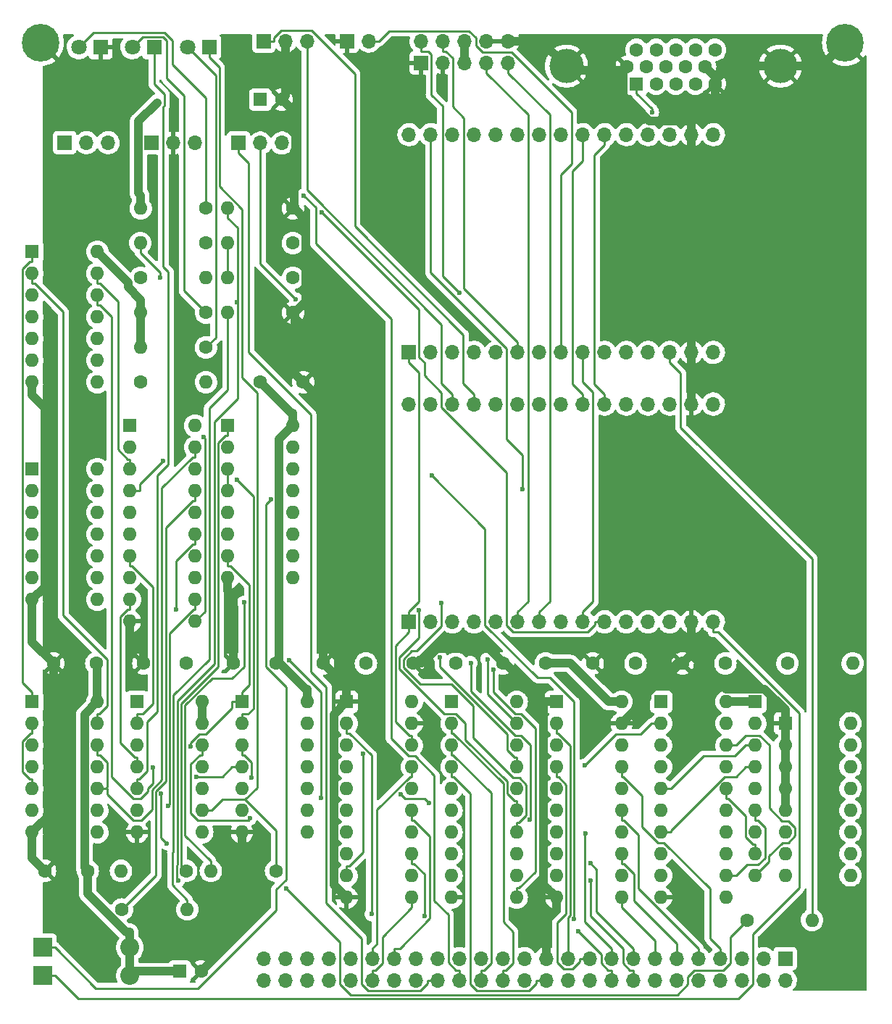
<source format=gbr>
%TF.GenerationSoftware,KiCad,Pcbnew,(6.0.11)*%
%TF.CreationDate,2023-05-22T16:35:13-05:00*%
%TF.ProjectId,Z80ESP,5a383045-5350-42e6-9b69-6361645f7063,rev?*%
%TF.SameCoordinates,Original*%
%TF.FileFunction,Copper,L1,Top*%
%TF.FilePolarity,Positive*%
%FSLAX46Y46*%
G04 Gerber Fmt 4.6, Leading zero omitted, Abs format (unit mm)*
G04 Created by KiCad (PCBNEW (6.0.11)) date 2023-05-22 16:35:13*
%MOMM*%
%LPD*%
G01*
G04 APERTURE LIST*
%TA.AperFunction,ComponentPad*%
%ADD10R,1.600000X1.600000*%
%TD*%
%TA.AperFunction,ComponentPad*%
%ADD11O,1.600000X1.600000*%
%TD*%
%TA.AperFunction,ComponentPad*%
%ADD12C,1.600000*%
%TD*%
%TA.AperFunction,ComponentPad*%
%ADD13C,4.400000*%
%TD*%
%TA.AperFunction,ComponentPad*%
%ADD14R,1.700000X1.700000*%
%TD*%
%TA.AperFunction,ComponentPad*%
%ADD15O,1.700000X1.700000*%
%TD*%
%TA.AperFunction,ComponentPad*%
%ADD16R,1.800000X1.800000*%
%TD*%
%TA.AperFunction,ComponentPad*%
%ADD17C,1.800000*%
%TD*%
%TA.AperFunction,ComponentPad*%
%ADD18C,4.000000*%
%TD*%
%TA.AperFunction,ComponentPad*%
%ADD19R,2.200000X2.200000*%
%TD*%
%TA.AperFunction,ComponentPad*%
%ADD20O,2.200000X2.200000*%
%TD*%
%TA.AperFunction,ViaPad*%
%ADD21C,0.600000*%
%TD*%
%TA.AperFunction,Conductor*%
%ADD22C,0.250000*%
%TD*%
%TA.AperFunction,Conductor*%
%ADD23C,1.000000*%
%TD*%
G04 APERTURE END LIST*
D10*
%TO.P,SW1,1*%
%TO.N,GND*%
X135000000Y-113500000D03*
D11*
%TO.P,SW1,2*%
X135000000Y-116040000D03*
%TO.P,SW1,3*%
X135000000Y-118580000D03*
%TO.P,SW1,4*%
X135000000Y-121120000D03*
%TO.P,SW1,5*%
X135000000Y-123660000D03*
%TO.P,SW1,6*%
%TO.N,unconnected-(SW1-Pad6)*%
X135000000Y-126200000D03*
%TO.P,SW1,7*%
%TO.N,unconnected-(SW1-Pad7)*%
X135000000Y-128740000D03*
%TO.P,SW1,8*%
%TO.N,unconnected-(SW1-Pad8)*%
X135000000Y-131280000D03*
%TO.P,SW1,9*%
%TO.N,unconnected-(SW1-Pad9)*%
X142620000Y-131280000D03*
%TO.P,SW1,10*%
%TO.N,unconnected-(SW1-Pad10)*%
X142620000Y-128740000D03*
%TO.P,SW1,11*%
%TO.N,unconnected-(SW1-Pad11)*%
X142620000Y-126200000D03*
%TO.P,SW1,12*%
%TO.N,Net-(RR1-Pad5)*%
X142620000Y-123660000D03*
%TO.P,SW1,13*%
%TO.N,Net-(RR1-Pad6)*%
X142620000Y-121120000D03*
%TO.P,SW1,14*%
%TO.N,Net-(RR1-Pad7)*%
X142620000Y-118580000D03*
%TO.P,SW1,15*%
%TO.N,Net-(RR1-Pad8)*%
X142620000Y-116040000D03*
%TO.P,SW1,16*%
%TO.N,Net-(RR1-Pad9)*%
X142620000Y-113500000D03*
%TD*%
D12*
%TO.P,C1,1*%
%TO.N,VCC*%
X86000000Y-106500000D03*
%TO.P,C1,2*%
%TO.N,GND*%
X81000000Y-106500000D03*
%TD*%
%TO.P,C2,1*%
%TO.N,VCC*%
X96500000Y-106500000D03*
%TO.P,C2,2*%
%TO.N,GND*%
X91500000Y-106500000D03*
%TD*%
%TO.P,C4,1*%
%TO.N,VCC*%
X117500000Y-106500000D03*
%TO.P,C4,2*%
%TO.N,GND*%
X112500000Y-106500000D03*
%TD*%
D10*
%TO.P,U2,1,OEa*%
%TO.N,GND*%
X108250000Y-111000000D03*
D11*
%TO.P,U2,2,I0a*%
%TO.N,/A0*%
X108250000Y-113540000D03*
%TO.P,U2,3,O3b*%
%TO.N,/bA7*%
X108250000Y-116080000D03*
%TO.P,U2,4,I1a*%
%TO.N,/A1*%
X108250000Y-118620000D03*
%TO.P,U2,5,O2b*%
%TO.N,/bA6*%
X108250000Y-121160000D03*
%TO.P,U2,6,I2a*%
%TO.N,/A2*%
X108250000Y-123700000D03*
%TO.P,U2,7,O1b*%
%TO.N,/bA5*%
X108250000Y-126240000D03*
%TO.P,U2,8,I3a*%
%TO.N,/A3*%
X108250000Y-128780000D03*
%TO.P,U2,9,O0b*%
%TO.N,/bA4*%
X108250000Y-131320000D03*
%TO.P,U2,10,GND*%
%TO.N,GND*%
X108250000Y-133860000D03*
%TO.P,U2,11,I0b*%
%TO.N,/A4*%
X115870000Y-133860000D03*
%TO.P,U2,12,O3a*%
%TO.N,/bA3*%
X115870000Y-131320000D03*
%TO.P,U2,13,I1b*%
%TO.N,/A5*%
X115870000Y-128780000D03*
%TO.P,U2,14,O2a*%
%TO.N,/bA2*%
X115870000Y-126240000D03*
%TO.P,U2,15,I2b*%
%TO.N,/A6*%
X115870000Y-123700000D03*
%TO.P,U2,16,O1a*%
%TO.N,/bA1*%
X115870000Y-121160000D03*
%TO.P,U2,17,I3b*%
%TO.N,/A7*%
X115870000Y-118620000D03*
%TO.P,U2,18,O0a*%
%TO.N,bA0*%
X115870000Y-116080000D03*
%TO.P,U2,19,OEb*%
%TO.N,GND*%
X115870000Y-113540000D03*
%TO.P,U2,20,VCC*%
%TO.N,VCC*%
X115870000Y-111000000D03*
%TD*%
D10*
%TO.P,U10,1,G*%
%TO.N,/bIORQ#*%
X120500000Y-111000000D03*
D11*
%TO.P,U10,2,P0*%
%TO.N,/bM1#*%
X120500000Y-113540000D03*
%TO.P,U10,3,R0*%
%TO.N,Net-(RR1-Pad2)*%
X120500000Y-116080000D03*
%TO.P,U10,4,P1*%
%TO.N,/bA1*%
X120500000Y-118620000D03*
%TO.P,U10,5,R1*%
%TO.N,Net-(RR1-Pad3)*%
X120500000Y-121160000D03*
%TO.P,U10,6,P2*%
%TO.N,/bA2*%
X120500000Y-123700000D03*
%TO.P,U10,7,R2*%
%TO.N,Net-(RR1-Pad4)*%
X120500000Y-126240000D03*
%TO.P,U10,8,P3*%
%TO.N,/bA3*%
X120500000Y-128780000D03*
%TO.P,U10,9,R3*%
%TO.N,Net-(RR1-Pad5)*%
X120500000Y-131320000D03*
%TO.P,U10,10,GND*%
%TO.N,GND*%
X120500000Y-133860000D03*
%TO.P,U10,11,P4*%
%TO.N,/bA4*%
X128120000Y-133860000D03*
%TO.P,U10,12,R4*%
%TO.N,Net-(RR1-Pad6)*%
X128120000Y-131320000D03*
%TO.P,U10,13,P5*%
%TO.N,/bA5*%
X128120000Y-128780000D03*
%TO.P,U10,14,R5*%
%TO.N,Net-(RR1-Pad7)*%
X128120000Y-126240000D03*
%TO.P,U10,15,P6*%
%TO.N,/bA6*%
X128120000Y-123700000D03*
%TO.P,U10,16,R6*%
%TO.N,Net-(RR1-Pad8)*%
X128120000Y-121160000D03*
%TO.P,U10,17,P7*%
%TO.N,/bA7*%
X128120000Y-118620000D03*
%TO.P,U10,18,R7*%
%TO.N,Net-(RR1-Pad9)*%
X128120000Y-116080000D03*
%TO.P,U10,19,P=R*%
%TO.N,CS_ESP*%
X128120000Y-113540000D03*
%TO.P,U10,20,VCC*%
%TO.N,VCC*%
X128120000Y-111000000D03*
%TD*%
D10*
%TO.P,RR1,1,COM*%
%TO.N,VCC*%
X131500000Y-111000000D03*
D11*
%TO.P,RR1,2,2*%
%TO.N,Net-(RR1-Pad2)*%
X131500000Y-113540000D03*
%TO.P,RR1,3,3*%
%TO.N,Net-(RR1-Pad3)*%
X131500000Y-116080000D03*
%TO.P,RR1,4,4*%
%TO.N,Net-(RR1-Pad4)*%
X131500000Y-118620000D03*
%TO.P,RR1,5,5*%
%TO.N,Net-(RR1-Pad5)*%
X131500000Y-121160000D03*
%TO.P,RR1,6,6*%
%TO.N,Net-(RR1-Pad6)*%
X131500000Y-123700000D03*
%TO.P,RR1,7,7*%
%TO.N,Net-(RR1-Pad7)*%
X131500000Y-126240000D03*
%TO.P,RR1,8,8*%
%TO.N,Net-(RR1-Pad8)*%
X131500000Y-128780000D03*
%TO.P,RR1,9,9*%
%TO.N,Net-(RR1-Pad9)*%
X131500000Y-131320000D03*
%TD*%
D10*
%TO.P,U6,1*%
%TO.N,Net-(U1-Pad7)*%
X71500000Y-111000000D03*
D11*
%TO.P,U6,2*%
%TO.N,Net-(U11-Pad1)*%
X71500000Y-113540000D03*
%TO.P,U6,3*%
%TO.N,bA0*%
X71500000Y-116080000D03*
%TO.P,U6,4*%
%TO.N,Net-(U6-Pad4)*%
X71500000Y-118620000D03*
%TO.P,U6,5*%
%TO.N,unconnected-(U6-Pad5)*%
X71500000Y-121160000D03*
%TO.P,U6,6*%
%TO.N,unconnected-(U6-Pad6)*%
X71500000Y-123700000D03*
%TO.P,U6,7,GND*%
%TO.N,GND*%
X71500000Y-126240000D03*
%TO.P,U6,8*%
%TO.N,unconnected-(U6-Pad8)*%
X79120000Y-126240000D03*
%TO.P,U6,9*%
%TO.N,unconnected-(U6-Pad9)*%
X79120000Y-123700000D03*
%TO.P,U6,10*%
%TO.N,unconnected-(U6-Pad10)*%
X79120000Y-121160000D03*
%TO.P,U6,11*%
%TO.N,unconnected-(U6-Pad11)*%
X79120000Y-118620000D03*
%TO.P,U6,12*%
%TO.N,unconnected-(U6-Pad12)*%
X79120000Y-116080000D03*
%TO.P,U6,13*%
%TO.N,unconnected-(U6-Pad13)*%
X79120000Y-113540000D03*
%TO.P,U6,14,VCC*%
%TO.N,VCC*%
X79120000Y-111000000D03*
%TD*%
D12*
%TO.P,C7,1*%
%TO.N,VCC*%
X75500000Y-106500000D03*
%TO.P,C7,2*%
%TO.N,GND*%
X70500000Y-106500000D03*
%TD*%
D10*
%TO.P,U3,1,A->B*%
%TO.N,/RD#*%
X96000000Y-111000000D03*
D11*
%TO.P,U3,2,A0*%
%TO.N,/D0*%
X96000000Y-113540000D03*
%TO.P,U3,3,A1*%
%TO.N,/D1*%
X96000000Y-116080000D03*
%TO.P,U3,4,A2*%
%TO.N,/D2*%
X96000000Y-118620000D03*
%TO.P,U3,5,A3*%
%TO.N,/D3*%
X96000000Y-121160000D03*
%TO.P,U3,6,A4*%
%TO.N,/D4*%
X96000000Y-123700000D03*
%TO.P,U3,7,A5*%
%TO.N,/D5*%
X96000000Y-126240000D03*
%TO.P,U3,8,A6*%
%TO.N,/D6*%
X96000000Y-128780000D03*
%TO.P,U3,9,A7*%
%TO.N,/D7*%
X96000000Y-131320000D03*
%TO.P,U3,10,GND*%
%TO.N,GND*%
X96000000Y-133860000D03*
%TO.P,U3,11,B7*%
%TO.N,/bD7*%
X103620000Y-133860000D03*
%TO.P,U3,12,B6*%
%TO.N,/bD6*%
X103620000Y-131320000D03*
%TO.P,U3,13,B5*%
%TO.N,/bD5*%
X103620000Y-128780000D03*
%TO.P,U3,14,B4*%
%TO.N,/bD4*%
X103620000Y-126240000D03*
%TO.P,U3,15,B3*%
%TO.N,/bD3*%
X103620000Y-123700000D03*
%TO.P,U3,16,B2*%
%TO.N,/bD2*%
X103620000Y-121160000D03*
%TO.P,U3,17,B1*%
%TO.N,/bD1*%
X103620000Y-118620000D03*
%TO.P,U3,18,B0*%
%TO.N,bD0*%
X103620000Y-116080000D03*
%TO.P,U3,19,CE*%
%TO.N,CS_ESP*%
X103620000Y-113540000D03*
%TO.P,U3,20,VCC*%
%TO.N,VCC*%
X103620000Y-111000000D03*
%TD*%
D12*
%TO.P,C3,1*%
%TO.N,VCC*%
X107000000Y-106500000D03*
%TO.P,C3,2*%
%TO.N,GND*%
X102000000Y-106500000D03*
%TD*%
%TO.P,C5,1*%
%TO.N,VCC*%
X128000000Y-106500000D03*
%TO.P,C5,2*%
%TO.N,GND*%
X123000000Y-106500000D03*
%TD*%
D10*
%TO.P,U4,1,OEa*%
%TO.N,GND*%
X83750000Y-111000000D03*
D11*
%TO.P,U4,2,I0a*%
%TO.N,/RESET#*%
X83750000Y-113540000D03*
%TO.P,U4,3,O3b*%
%TO.N,bRD#*%
X83750000Y-116080000D03*
%TO.P,U4,4,I1a*%
%TO.N,unconnected-(U4-Pad4)*%
X83750000Y-118620000D03*
%TO.P,U4,5,O2b*%
%TO.N,bWR#*%
X83750000Y-121160000D03*
%TO.P,U4,6,I2a*%
%TO.N,unconnected-(U4-Pad6)*%
X83750000Y-123700000D03*
%TO.P,U4,7,O1b*%
%TO.N,/bM1#*%
X83750000Y-126240000D03*
%TO.P,U4,8,I3a*%
%TO.N,CLK*%
X83750000Y-128780000D03*
%TO.P,U4,9,O0b*%
%TO.N,/bIORQ#*%
X83750000Y-131320000D03*
%TO.P,U4,10,GND*%
%TO.N,GND*%
X83750000Y-133860000D03*
%TO.P,U4,11,I0b*%
%TO.N,/IORQ#*%
X91370000Y-133860000D03*
%TO.P,U4,12,O3a*%
%TO.N,bCLK*%
X91370000Y-131320000D03*
%TO.P,U4,13,I1b*%
%TO.N,/M1#*%
X91370000Y-128780000D03*
%TO.P,U4,14,O2a*%
%TO.N,unconnected-(U4-Pad14)*%
X91370000Y-126240000D03*
%TO.P,U4,15,I2b*%
%TO.N,/WR#*%
X91370000Y-123700000D03*
%TO.P,U4,16,O1a*%
%TO.N,unconnected-(U4-Pad16)*%
X91370000Y-121160000D03*
%TO.P,U4,17,I3b*%
%TO.N,/RD#*%
X91370000Y-118620000D03*
%TO.P,U4,18,O0a*%
%TO.N,bRESET#*%
X91370000Y-116080000D03*
%TO.P,U4,19,OEb*%
%TO.N,GND*%
X91370000Y-113540000D03*
%TO.P,U4,20,VCC*%
%TO.N,VCC*%
X91370000Y-111000000D03*
%TD*%
D12*
%TO.P,C6,1*%
%TO.N,VCC*%
X54500000Y-106500000D03*
%TO.P,C6,2*%
%TO.N,GND*%
X49500000Y-106500000D03*
%TD*%
D10*
%TO.P,C11,1*%
%TO.N,VCC*%
X73660000Y-40640000D03*
D12*
%TO.P,C11,2*%
%TO.N,GND*%
X76160000Y-40640000D03*
%TD*%
%TO.P,C8,1*%
%TO.N,VCC*%
X53500000Y-130750000D03*
%TO.P,C8,2*%
%TO.N,GND*%
X48500000Y-130750000D03*
%TD*%
D10*
%TO.P,C12,1*%
%TO.N,VCC*%
X64250000Y-142500000D03*
D12*
%TO.P,C12,2*%
%TO.N,GND*%
X66750000Y-142500000D03*
%TD*%
%TO.P,R2,1*%
%TO.N,Net-(D2-Pad2)*%
X67310000Y-53340000D03*
D11*
%TO.P,R2,2*%
%TO.N,VCC*%
X59690000Y-53340000D03*
%TD*%
D13*
%TO.P,H1,1,1*%
%TO.N,GND*%
X48000000Y-34000000D03*
%TD*%
%TO.P,H2,1,1*%
%TO.N,GND*%
X142000000Y-34000000D03*
%TD*%
D14*
%TO.P,P2,1,P1*%
%TO.N,/A10*%
X135000000Y-141000000D03*
D15*
%TO.P,P2,2,P2*%
%TO.N,/A11*%
X135000000Y-143540000D03*
%TO.P,P2,3,P3*%
%TO.N,/A9*%
X132460000Y-141000000D03*
%TO.P,P2,4,P4*%
%TO.N,/A12*%
X132460000Y-143540000D03*
%TO.P,P2,5,P5*%
%TO.N,/A8*%
X129920000Y-141000000D03*
%TO.P,P2,6,P6*%
%TO.N,/A13*%
X129920000Y-143540000D03*
%TO.P,P2,7,P7*%
%TO.N,/A7*%
X127380000Y-141000000D03*
%TO.P,P2,8,P8*%
%TO.N,/A14*%
X127380000Y-143540000D03*
%TO.P,P2,9,P9*%
%TO.N,/A6*%
X124840000Y-141000000D03*
%TO.P,P2,10,P10*%
%TO.N,/A15*%
X124840000Y-143540000D03*
%TO.P,P2,11,P11*%
%TO.N,/A5*%
X122300000Y-141000000D03*
%TO.P,P2,12,P12*%
%TO.N,CLK*%
X122300000Y-143540000D03*
%TO.P,P2,13,P13*%
%TO.N,/A4*%
X119760000Y-141000000D03*
%TO.P,P2,14,P14*%
%TO.N,/D4*%
X119760000Y-143540000D03*
%TO.P,P2,15,P15*%
%TO.N,/A3*%
X117220000Y-141000000D03*
%TO.P,P2,16,P16*%
%TO.N,/D3*%
X117220000Y-143540000D03*
%TO.P,P2,17,P17*%
%TO.N,/A2*%
X114680000Y-141000000D03*
%TO.P,P2,18,P18*%
%TO.N,/D5*%
X114680000Y-143540000D03*
%TO.P,P2,19,P19*%
%TO.N,/A1*%
X112140000Y-141000000D03*
%TO.P,P2,20,P20*%
%TO.N,/D6*%
X112140000Y-143540000D03*
%TO.P,P2,21,P21*%
%TO.N,/A0*%
X109600000Y-141000000D03*
%TO.P,P2,22,P22*%
%TO.N,VCC*%
X109600000Y-143540000D03*
%TO.P,P2,23,P23*%
%TO.N,GND*%
X107060000Y-141000000D03*
%TO.P,P2,24,P24*%
%TO.N,/D2*%
X107060000Y-143540000D03*
%TO.P,P2,25,P25*%
%TO.N,/RFSH#*%
X104520000Y-141000000D03*
%TO.P,P2,26,P26*%
%TO.N,/D7*%
X104520000Y-143540000D03*
%TO.P,P2,27,P27*%
%TO.N,/M1#*%
X101980000Y-141000000D03*
%TO.P,P2,28,P28*%
%TO.N,/D0*%
X101980000Y-143540000D03*
%TO.P,P2,29,P29*%
%TO.N,/RESET#*%
X99440000Y-141000000D03*
%TO.P,P2,30,P30*%
%TO.N,/D1*%
X99440000Y-143540000D03*
%TO.P,P2,31,P31*%
%TO.N,/BUSRQ#*%
X96900000Y-141000000D03*
%TO.P,P2,32,P32*%
%TO.N,INT#*%
X96900000Y-143540000D03*
%TO.P,P2,33,P33*%
%TO.N,/WAIT#*%
X94360000Y-141000000D03*
%TO.P,P2,34,P34*%
%TO.N,NMI#*%
X94360000Y-143540000D03*
%TO.P,P2,35,P35*%
%TO.N,/BUSACK#*%
X91820000Y-141000000D03*
%TO.P,P2,36,P36*%
%TO.N,/HALT#*%
X91820000Y-143540000D03*
%TO.P,P2,37,P37*%
%TO.N,/WR#*%
X89280000Y-141000000D03*
%TO.P,P2,38,P38*%
%TO.N,/MREQ#*%
X89280000Y-143540000D03*
%TO.P,P2,39,P39*%
%TO.N,/RD#*%
X86740000Y-141000000D03*
%TO.P,P2,40,P40*%
%TO.N,/IORQ#*%
X86740000Y-143540000D03*
%TO.P,P2,41,P41*%
%TO.N,/SPARE9*%
X84200000Y-141000000D03*
%TO.P,P2,42,P42*%
%TO.N,/SPARE0*%
X84200000Y-143540000D03*
%TO.P,P2,43,P43*%
%TO.N,/SPARE8*%
X81660000Y-141000000D03*
%TO.P,P2,44,P44*%
%TO.N,/SPARE1*%
X81660000Y-143540000D03*
%TO.P,P2,45,P45*%
%TO.N,/SPARE7*%
X79120000Y-141000000D03*
%TO.P,P2,46,P46*%
%TO.N,/SPARE2*%
X79120000Y-143540000D03*
%TO.P,P2,47,P47*%
%TO.N,/SPARE6*%
X76580000Y-141000000D03*
%TO.P,P2,48,P48*%
%TO.N,/SPARE3*%
X76580000Y-143540000D03*
%TO.P,P2,49,P49*%
%TO.N,/SPARE5*%
X74040000Y-141000000D03*
%TO.P,P2,50,P50*%
%TO.N,/SPARE4*%
X74040000Y-143540000D03*
%TD*%
D16*
%TO.P,D2,1,K*%
%TO.N,GND*%
X55000000Y-34510000D03*
D17*
%TO.P,D2,2,A*%
%TO.N,Net-(D2-Pad2)*%
X52460000Y-34510000D03*
%TD*%
D12*
%TO.P,R10,1*%
%TO.N,VGA_G0*%
X67251200Y-57404000D03*
D11*
%TO.P,R10,2*%
%TO.N,Net-(J6-Pad2)*%
X59631200Y-57404000D03*
%TD*%
D10*
%TO.P,U8,1*%
%TO.N,bWR#*%
X47000000Y-111000000D03*
D11*
%TO.P,U8,2*%
%TO.N,CS_ESP*%
X47000000Y-113540000D03*
%TO.P,U8,3*%
%TO.N,bWR#*%
X47000000Y-116080000D03*
%TO.P,U8,4*%
%TO.N,Net-(U6-Pad4)*%
X47000000Y-118620000D03*
%TO.P,U8,5*%
%TO.N,CS_ESP*%
X47000000Y-121160000D03*
%TO.P,U8,6*%
%TO.N,Net-(U7-Pad3)*%
X47000000Y-123700000D03*
%TO.P,U8,7,GND*%
%TO.N,GND*%
X47000000Y-126240000D03*
%TO.P,U8,8*%
%TO.N,Net-(R6-Pad1)*%
X54620000Y-126240000D03*
%TO.P,U8,9*%
%TO.N,bCLK*%
X54620000Y-123700000D03*
%TO.P,U8,10*%
%TO.N,Net-(U1-Pad2)*%
X54620000Y-121160000D03*
%TO.P,U8,11*%
%TO.N,Net-(U1-Pad7)*%
X54620000Y-118620000D03*
%TO.P,U8,12*%
%TO.N,Net-(U1-Pad2)*%
X54620000Y-116080000D03*
%TO.P,U8,13*%
%TO.N,bA0*%
X54620000Y-113540000D03*
%TO.P,U8,14,VCC*%
%TO.N,VCC*%
X54620000Y-111000000D03*
%TD*%
D16*
%TO.P,D4,1,K*%
%TO.N,Net-(D4-Pad1)*%
X61250000Y-34510000D03*
D17*
%TO.P,D4,2,A*%
%TO.N,Net-(D4-Pad2)*%
X58710000Y-34510000D03*
%TD*%
D14*
%TO.P,U12,1,RESET*%
%TO.N,bRESET#*%
X91032500Y-70170000D03*
D15*
%TO.P,U12,2,GPIO36*%
%TO.N,unconnected-(U12-Pad2)*%
X93572500Y-70170000D03*
%TO.P,U12,3,GPIO39*%
%TO.N,unconnected-(U12-Pad3)*%
X96112500Y-70170000D03*
%TO.P,U12,4,GPIO34*%
%TO.N,unconnected-(U12-Pad4)*%
X98652500Y-70170000D03*
%TO.P,U12,5,GPIO35*%
%TO.N,unconnected-(U12-Pad5)*%
X101192500Y-70170000D03*
%TO.P,U12,6,GPIO32*%
%TO.N,KBDDAT*%
X103732500Y-70170000D03*
%TO.P,U12,7,GPIO33*%
%TO.N,KBDCLK*%
X106272500Y-70170000D03*
%TO.P,U12,8,GPIO25*%
%TO.N,AUDIO*%
X108812500Y-70170000D03*
%TO.P,U12,9,GPIO26*%
%TO.N,SPI_CLK*%
X111352500Y-70170000D03*
%TO.P,U12,10,GPIO27*%
%TO.N,ESP_INT_0*%
X113892500Y-70170000D03*
%TO.P,U12,11,GPIO14*%
%TO.N,unconnected-(U12-Pad11)*%
X116432500Y-70170000D03*
%TO.P,U12,12,GPIO12*%
%TO.N,unconnected-(U12-Pad12)*%
X118972500Y-70170000D03*
%TO.P,U12,13,GPIO13*%
%TO.N,SPI_CS_0*%
X121512500Y-70170000D03*
%TO.P,U12,14,GND*%
%TO.N,GND*%
X124052500Y-70170000D03*
%TO.P,U12,15,VIN*%
%TO.N,Net-(D3-Pad1)*%
X126592500Y-70170000D03*
%TO.P,U12,16,3.3V*%
%TO.N,unconnected-(U12-Pad16)*%
X126592500Y-44730000D03*
%TO.P,U12,17,GND*%
%TO.N,GND*%
X124052500Y-44730000D03*
%TO.P,U12,18,GPIO15*%
%TO.N,VGA_VSYNC*%
X121512500Y-44730000D03*
%TO.P,U12,19,GPIO2*%
%TO.N,unconnected-(U12-Pad19)*%
X118972500Y-44730000D03*
%TO.P,U12,20,GPIO4*%
%TO.N,VGA_B0*%
X116432500Y-44730000D03*
%TO.P,U12,21,GPIO16*%
%TO.N,MOSI*%
X113892500Y-44730000D03*
%TO.P,U12,22,GPIO17*%
%TO.N,MISO*%
X111352500Y-44730000D03*
%TO.P,U12,23,GPIO5*%
%TO.N,VGA_B1*%
X108812500Y-44730000D03*
%TO.P,U12,24,GPIO18*%
%TO.N,VGA_G0*%
X106272500Y-44730000D03*
%TO.P,U12,25,GPIO19*%
%TO.N,VGA_G1*%
X103732500Y-44730000D03*
%TO.P,U12,26,GPIO21*%
%TO.N,VGA_R0*%
X101192500Y-44730000D03*
%TO.P,U12,27,GPIO3*%
%TO.N,RX*%
X98652500Y-44730000D03*
%TO.P,U12,28,GPIO1*%
%TO.N,TX*%
X96112500Y-44730000D03*
%TO.P,U12,29,GPIO22*%
%TO.N,VGA_R1*%
X93572500Y-44730000D03*
%TO.P,U12,30,GPIO23*%
%TO.N,VGA_HSYNC*%
X91032500Y-44730000D03*
%TD*%
D14*
%TO.P,U13,1,RESET*%
%TO.N,bRESET#*%
X91032500Y-101650000D03*
D15*
%TO.P,U13,2,GPIO36*%
%TO.N,unconnected-(U13-Pad2)*%
X93572500Y-101650000D03*
%TO.P,U13,3,GPIO39*%
%TO.N,unconnected-(U13-Pad3)*%
X96112500Y-101650000D03*
%TO.P,U13,4,GPIO34*%
%TO.N,unconnected-(U13-Pad4)*%
X98652500Y-101650000D03*
%TO.P,U13,5,GPIO35*%
%TO.N,unconnected-(U13-Pad5)*%
X101192500Y-101650000D03*
%TO.P,U13,6,GPIO32*%
%TO.N,MSEDAT*%
X103732500Y-101650000D03*
%TO.P,U13,7,GPIO33*%
%TO.N,MSECLK*%
X106272500Y-101650000D03*
%TO.P,U13,8,GPIO25*%
%TO.N,unconnected-(U13-Pad8)*%
X108812500Y-101650000D03*
%TO.P,U13,9,GPIO26*%
%TO.N,SPI_CLK*%
X111352500Y-101650000D03*
%TO.P,U13,10,GPIO27*%
%TO.N,ESP_INT_1*%
X113892500Y-101650000D03*
%TO.P,U13,11,GPIO14*%
%TO.N,unconnected-(U13-Pad11)*%
X116432500Y-101650000D03*
%TO.P,U13,12,GPIO12*%
%TO.N,unconnected-(U13-Pad12)*%
X118972500Y-101650000D03*
%TO.P,U13,13,GPIO13*%
%TO.N,SPI_CS_1*%
X121512500Y-101650000D03*
%TO.P,U13,14,GND*%
%TO.N,GND*%
X124052500Y-101650000D03*
%TO.P,U13,15,VIN*%
%TO.N,Net-(D6-Pad1)*%
X126592500Y-101650000D03*
%TO.P,U13,16,3.3V*%
%TO.N,unconnected-(U13-Pad16)*%
X126592500Y-76210000D03*
%TO.P,U13,17,GND*%
%TO.N,GND*%
X124052500Y-76210000D03*
%TO.P,U13,18,GPIO15*%
%TO.N,unconnected-(U13-Pad18)*%
X121512500Y-76210000D03*
%TO.P,U13,19,GPIO2*%
%TO.N,unconnected-(U13-Pad19)*%
X118972500Y-76210000D03*
%TO.P,U13,20,GPIO4*%
%TO.N,unconnected-(U13-Pad20)*%
X116432500Y-76210000D03*
%TO.P,U13,21,GPIO16*%
%TO.N,MOSI*%
X113892500Y-76210000D03*
%TO.P,U13,22,GPIO17*%
%TO.N,MISO*%
X111352500Y-76210000D03*
%TO.P,U13,23,GPIO5*%
%TO.N,unconnected-(U13-Pad23)*%
X108812500Y-76210000D03*
%TO.P,U13,24,GPIO18*%
%TO.N,unconnected-(U13-Pad24)*%
X106272500Y-76210000D03*
%TO.P,U13,25,GPIO19*%
%TO.N,unconnected-(U13-Pad25)*%
X103732500Y-76210000D03*
%TO.P,U13,26,GPIO21*%
%TO.N,unconnected-(U13-Pad26)*%
X101192500Y-76210000D03*
%TO.P,U13,27,GPIO3*%
%TO.N,RX1*%
X98652500Y-76210000D03*
%TO.P,U13,28,GPIO1*%
%TO.N,TX1*%
X96112500Y-76210000D03*
%TO.P,U13,29,GPIO22*%
%TO.N,unconnected-(U13-Pad29)*%
X93572500Y-76210000D03*
%TO.P,U13,30,GPIO23*%
%TO.N,unconnected-(U13-Pad30)*%
X91032500Y-76210000D03*
%TD*%
D12*
%TO.P,R16,1*%
%TO.N,Net-(D5-Pad1)*%
X75500000Y-130750000D03*
D11*
%TO.P,R16,2*%
%TO.N,SPI_CS_1*%
X67880000Y-130750000D03*
%TD*%
D12*
%TO.P,R6,1*%
%TO.N,Net-(R6-Pad1)*%
X65000000Y-130750000D03*
D11*
%TO.P,R6,2*%
%TO.N,SPI_CLK*%
X57380000Y-130750000D03*
%TD*%
D12*
%TO.P,R5,1*%
%TO.N,GND*%
X77470000Y-53340000D03*
D11*
%TO.P,R5,2*%
%TO.N,SPI_CLK*%
X69850000Y-53340000D03*
%TD*%
D10*
%TO.P,U7,1,~{R}*%
%TO.N,VCC*%
X59250000Y-111000000D03*
D11*
%TO.P,U7,2,D*%
%TO.N,bD0*%
X59250000Y-113540000D03*
%TO.P,U7,3,C*%
%TO.N,Net-(U7-Pad3)*%
X59250000Y-116080000D03*
%TO.P,U7,4,~{S}*%
%TO.N,bRESET#*%
X59250000Y-118620000D03*
%TO.P,U7,5,Q*%
%TO.N,Net-(D4-Pad1)*%
X59250000Y-121160000D03*
%TO.P,U7,6,~{Q}*%
%TO.N,unconnected-(U7-Pad6)*%
X59250000Y-123700000D03*
%TO.P,U7,7,GND*%
%TO.N,GND*%
X59250000Y-126240000D03*
%TO.P,U7,8,~{Q}*%
%TO.N,unconnected-(U7-Pad8)*%
X66870000Y-126240000D03*
%TO.P,U7,9,Q*%
%TO.N,Net-(D5-Pad1)*%
X66870000Y-123700000D03*
%TO.P,U7,10,~{S}*%
%TO.N,bRESET#*%
X66870000Y-121160000D03*
%TO.P,U7,11,C*%
%TO.N,Net-(U5-Pad12)*%
X66870000Y-118620000D03*
%TO.P,U7,12,D*%
%TO.N,bD0*%
X66870000Y-116080000D03*
%TO.P,U7,13,~{R}*%
%TO.N,VCC*%
X66870000Y-113540000D03*
%TO.P,U7,14,VCC*%
X66870000Y-111000000D03*
%TD*%
D12*
%TO.P,C10,1*%
%TO.N,VCC*%
X73660000Y-73660000D03*
%TO.P,C10,2*%
%TO.N,GND*%
X78660000Y-73660000D03*
%TD*%
%TO.P,R7,1*%
%TO.N,VGA_R1*%
X135250000Y-106500000D03*
D11*
%TO.P,R7,2*%
%TO.N,Net-(J6-Pad1)*%
X142870000Y-106500000D03*
%TD*%
D12*
%TO.P,R15,1*%
%TO.N,Net-(D4-Pad1)*%
X130500000Y-136500000D03*
D11*
%TO.P,R15,2*%
%TO.N,SPI_CS_0*%
X138120000Y-136500000D03*
%TD*%
D12*
%TO.P,C9,1*%
%TO.N,VCC*%
X65000000Y-106500000D03*
%TO.P,C9,2*%
%TO.N,GND*%
X60000000Y-106500000D03*
%TD*%
D14*
%TO.P,J2,1,Pin_1*%
%TO.N,NMI#*%
X50800000Y-45660000D03*
D15*
%TO.P,J2,2,Pin_2*%
%TO.N,ESP_INT_1*%
X53340000Y-45660000D03*
%TO.P,J2,3,Pin_3*%
%TO.N,INT#*%
X55880000Y-45660000D03*
%TD*%
D12*
%TO.P,R3,1*%
%TO.N,GND*%
X77470000Y-65532000D03*
D11*
%TO.P,R3,2*%
%TO.N,MOSI*%
X69850000Y-65532000D03*
%TD*%
D12*
%TO.P,R4,1*%
%TO.N,Net-(R4-Pad1)*%
X57500000Y-135250000D03*
D11*
%TO.P,R4,2*%
%TO.N,MOSI*%
X65120000Y-135250000D03*
%TD*%
D10*
%TO.P,U5,1*%
%TO.N,bWR#*%
X47000000Y-58420000D03*
D11*
%TO.P,U5,2*%
%TO.N,bA0*%
X47000000Y-60960000D03*
%TO.P,U5,3*%
%TO.N,unconnected-(U5-Pad3)*%
X47000000Y-63500000D03*
%TO.P,U5,4*%
%TO.N,unconnected-(U5-Pad4)*%
X47000000Y-66040000D03*
%TO.P,U5,5*%
%TO.N,unconnected-(U5-Pad5)*%
X47000000Y-68580000D03*
%TO.P,U5,6*%
%TO.N,unconnected-(U5-Pad6)*%
X47000000Y-71120000D03*
%TO.P,U5,7,GND*%
%TO.N,GND*%
X47000000Y-73660000D03*
%TO.P,U5,8*%
%TO.N,unconnected-(U5-Pad8)*%
X54620000Y-73660000D03*
%TO.P,U5,9*%
%TO.N,unconnected-(U5-Pad9)*%
X54620000Y-71120000D03*
%TO.P,U5,10*%
%TO.N,unconnected-(U5-Pad10)*%
X54620000Y-68580000D03*
%TO.P,U5,11*%
%TO.N,unconnected-(U5-Pad11)*%
X54620000Y-66040000D03*
%TO.P,U5,12*%
%TO.N,Net-(U5-Pad12)*%
X54620000Y-63500000D03*
%TO.P,U5,13*%
%TO.N,CS_ESP*%
X54620000Y-60960000D03*
%TO.P,U5,14,VCC*%
%TO.N,VCC*%
X54620000Y-58420000D03*
%TD*%
D12*
%TO.P,R11,1*%
%TO.N,VGA_B1*%
X77470000Y-57404000D03*
D11*
%TO.P,R11,2*%
%TO.N,Net-(J6-Pad3)*%
X69850000Y-57404000D03*
%TD*%
D12*
%TO.P,R12,1*%
%TO.N,VGA_B0*%
X77470000Y-61468000D03*
D11*
%TO.P,R12,2*%
%TO.N,Net-(J6-Pad3)*%
X69850000Y-61468000D03*
%TD*%
D12*
%TO.P,R13,1*%
%TO.N,Net-(D4-Pad2)*%
X67310000Y-65532000D03*
D11*
%TO.P,R13,2*%
%TO.N,VCC*%
X59690000Y-65532000D03*
%TD*%
D12*
%TO.P,R14,1*%
%TO.N,Net-(D5-Pad2)*%
X67310000Y-69596000D03*
D11*
%TO.P,R14,2*%
%TO.N,VCC*%
X59690000Y-69596000D03*
%TD*%
D12*
%TO.P,R8,1*%
%TO.N,VGA_R0*%
X59690000Y-73660000D03*
D11*
%TO.P,R8,2*%
%TO.N,Net-(J6-Pad1)*%
X67310000Y-73660000D03*
%TD*%
D12*
%TO.P,R9,1*%
%TO.N,VGA_G1*%
X59690000Y-61468000D03*
D11*
%TO.P,R9,2*%
%TO.N,Net-(J6-Pad2)*%
X67310000Y-61468000D03*
%TD*%
D14*
%TO.P,J7,1,Pin_1*%
%TO.N,GND*%
X92445000Y-36347100D03*
D15*
%TO.P,J7,2,Pin_2*%
%TO.N,KBDCLK*%
X92445000Y-33807100D03*
%TO.P,J7,3,Pin_3*%
%TO.N,GND*%
X94985000Y-36347100D03*
%TO.P,J7,4,Pin_4*%
%TO.N,KBDDAT*%
X94985000Y-33807100D03*
%TO.P,J7,5,Pin_5*%
%TO.N,VCC*%
X97525000Y-36347100D03*
%TO.P,J7,6,Pin_6*%
X97525000Y-33807100D03*
%TO.P,J7,7,Pin_7*%
%TO.N,MSEDAT*%
X100065000Y-36347100D03*
%TO.P,J7,8,Pin_8*%
%TO.N,GND*%
X100065000Y-33807100D03*
%TO.P,J7,9,Pin_9*%
%TO.N,MSECLK*%
X102605000Y-36347100D03*
%TO.P,J7,10,Pin_10*%
%TO.N,GND*%
X102605000Y-33807100D03*
%TD*%
D10*
%TO.P,U11,1,S0*%
%TO.N,Net-(U11-Pad1)*%
X58420000Y-78740000D03*
D11*
%TO.P,U11,2,OE1*%
%TO.N,bRD#*%
X58420000Y-81280000D03*
%TO.P,U11,3,OE2*%
%TO.N,CS_ESP*%
X58420000Y-83820000D03*
%TO.P,U11,4,IO6*%
%TO.N,/bD6*%
X58420000Y-86360000D03*
%TO.P,U11,5,IO4*%
%TO.N,/bD4*%
X58420000Y-88900000D03*
%TO.P,U11,6,IO2*%
%TO.N,/bD2*%
X58420000Y-91440000D03*
%TO.P,U11,7,IO0*%
%TO.N,bD0*%
X58420000Y-93980000D03*
%TO.P,U11,8,Q0*%
%TO.N,unconnected-(U11-Pad8)*%
X58420000Y-96520000D03*
%TO.P,U11,9,Mr*%
%TO.N,bRESET#*%
X58420000Y-99060000D03*
%TO.P,U11,10,GND*%
%TO.N,GND*%
X58420000Y-101600000D03*
%TO.P,U11,11,Ds0*%
%TO.N,MISO*%
X66040000Y-101600000D03*
%TO.P,U11,12,Cp*%
%TO.N,bCLK*%
X66040000Y-99060000D03*
%TO.P,U11,13,IO1*%
%TO.N,/bD1*%
X66040000Y-96520000D03*
%TO.P,U11,14,IO3*%
%TO.N,/bD3*%
X66040000Y-93980000D03*
%TO.P,U11,15,IO5*%
%TO.N,/bD5*%
X66040000Y-91440000D03*
%TO.P,U11,16,IO7*%
%TO.N,/bD7*%
X66040000Y-88900000D03*
%TO.P,U11,17,Q7*%
%TO.N,Net-(R4-Pad1)*%
X66040000Y-86360000D03*
%TO.P,U11,18,Ds7*%
%TO.N,unconnected-(U11-Pad18)*%
X66040000Y-83820000D03*
%TO.P,U11,19,S1*%
%TO.N,Net-(U1-Pad2)*%
X66040000Y-81280000D03*
%TO.P,U11,20,VCC*%
%TO.N,VCC*%
X66040000Y-78740000D03*
%TD*%
D14*
%TO.P,J3,1,Pin_1*%
%TO.N,GND*%
X83815000Y-33797100D03*
D15*
%TO.P,J3,2,Pin_2*%
%TO.N,AUDIO*%
X86355000Y-33797100D03*
%TD*%
D14*
%TO.P,J1,1,Pin_1*%
%TO.N,NMI#*%
X71120000Y-45720000D03*
D15*
%TO.P,J1,2,Pin_2*%
%TO.N,ESP_INT_0*%
X73660000Y-45720000D03*
%TO.P,J1,3,Pin_3*%
%TO.N,INT#*%
X76200000Y-45720000D03*
%TD*%
D18*
%TO.P,J6,0*%
%TO.N,GND*%
X134435000Y-36737400D03*
X109435000Y-36737400D03*
D10*
%TO.P,J6,1*%
%TO.N,Net-(J6-Pad1)*%
X117620000Y-38787400D03*
D12*
%TO.P,J6,2*%
%TO.N,Net-(J6-Pad2)*%
X119910000Y-38787400D03*
%TO.P,J6,3*%
%TO.N,Net-(J6-Pad3)*%
X122200000Y-38787400D03*
%TO.P,J6,4*%
%TO.N,unconnected-(J6-Pad4)*%
X124490000Y-38787400D03*
%TO.P,J6,5*%
%TO.N,GND*%
X126780000Y-38787400D03*
%TO.P,J6,6*%
X116475000Y-36807400D03*
%TO.P,J6,7*%
X118765000Y-36807400D03*
%TO.P,J6,8*%
X121055000Y-36807400D03*
%TO.P,J6,9*%
%TO.N,unconnected-(J6-Pad9)*%
X123345000Y-36807400D03*
%TO.P,J6,10*%
%TO.N,GND*%
X125635000Y-36807400D03*
%TO.P,J6,11*%
%TO.N,unconnected-(J6-Pad11)*%
X117620000Y-34827400D03*
%TO.P,J6,12*%
%TO.N,unconnected-(J6-Pad12)*%
X119910000Y-34827400D03*
%TO.P,J6,13*%
%TO.N,VGA_HSYNC*%
X122200000Y-34827400D03*
%TO.P,J6,14*%
%TO.N,VGA_VSYNC*%
X124490000Y-34827400D03*
%TO.P,J6,15*%
%TO.N,unconnected-(J6-Pad15)*%
X126780000Y-34827400D03*
%TD*%
D19*
%TO.P,D6,1,K*%
%TO.N,Net-(D6-Pad1)*%
X48260000Y-143000000D03*
D20*
%TO.P,D6,2,A*%
%TO.N,VCC*%
X58420000Y-143000000D03*
%TD*%
D10*
%TO.P,U1,1,~{CP0}*%
%TO.N,Net-(R6-Pad1)*%
X69860000Y-78740000D03*
D11*
%TO.P,U1,2,MR*%
%TO.N,Net-(U1-Pad2)*%
X69860000Y-81280000D03*
%TO.P,U1,3,Q0*%
%TO.N,Net-(U1-Pad3)*%
X69860000Y-83820000D03*
%TO.P,U1,4,~{CP1}*%
X69860000Y-86360000D03*
%TO.P,U1,5,Q1*%
%TO.N,unconnected-(U1-Pad5)*%
X69860000Y-88900000D03*
%TO.P,U1,6,Q2*%
%TO.N,unconnected-(U1-Pad6)*%
X69860000Y-91440000D03*
%TO.P,U1,7,Q3*%
%TO.N,Net-(U1-Pad7)*%
X69860000Y-93980000D03*
%TO.P,U1,8,GND*%
%TO.N,GND*%
X69860000Y-96520000D03*
%TO.P,U1,9,Q3*%
%TO.N,unconnected-(U1-Pad9)*%
X77480000Y-96520000D03*
%TO.P,U1,10,Q2*%
%TO.N,unconnected-(U1-Pad10)*%
X77480000Y-93980000D03*
%TO.P,U1,11,Q1*%
%TO.N,unconnected-(U1-Pad11)*%
X77480000Y-91440000D03*
%TO.P,U1,12,~{CP1}*%
%TO.N,unconnected-(U1-Pad12)*%
X77480000Y-88900000D03*
%TO.P,U1,13,Q0*%
%TO.N,unconnected-(U1-Pad13)*%
X77480000Y-86360000D03*
%TO.P,U1,14,MR*%
%TO.N,unconnected-(U1-Pad14)*%
X77480000Y-83820000D03*
%TO.P,U1,15,~{CP0}*%
%TO.N,unconnected-(U1-Pad15)*%
X77480000Y-81280000D03*
%TO.P,U1,16,VCC*%
%TO.N,VCC*%
X77480000Y-78740000D03*
%TD*%
D14*
%TO.P,J5,1,Pin_1*%
%TO.N,RX*%
X60960000Y-45720000D03*
D15*
%TO.P,J5,2,Pin_2*%
%TO.N,GND*%
X63500000Y-45720000D03*
%TO.P,J5,3,Pin_3*%
%TO.N,TX*%
X66040000Y-45720000D03*
%TD*%
D16*
%TO.P,D5,1,K*%
%TO.N,Net-(D5-Pad1)*%
X67680000Y-34480000D03*
D17*
%TO.P,D5,2,A*%
%TO.N,Net-(D5-Pad2)*%
X65140000Y-34480000D03*
%TD*%
D14*
%TO.P,J4,1,Pin_1*%
%TO.N,RX1*%
X74055000Y-33797100D03*
D15*
%TO.P,J4,2,Pin_2*%
%TO.N,GND*%
X76595000Y-33797100D03*
%TO.P,J4,3,Pin_3*%
%TO.N,TX1*%
X79135000Y-33797100D03*
%TD*%
D10*
%TO.P,U9,1*%
%TO.N,N/C*%
X47000000Y-83815000D03*
D11*
%TO.P,U9,2*%
X47000000Y-86355000D03*
%TO.P,U9,3*%
X47000000Y-88895000D03*
%TO.P,U9,4*%
X47000000Y-91435000D03*
%TO.P,U9,5*%
X47000000Y-93975000D03*
%TO.P,U9,6*%
X47000000Y-96515000D03*
%TO.P,U9,7,GND*%
%TO.N,GND*%
X47000000Y-99055000D03*
%TO.P,U9,8*%
%TO.N,N/C*%
X54620000Y-99055000D03*
%TO.P,U9,9*%
X54620000Y-96515000D03*
%TO.P,U9,10*%
X54620000Y-93975000D03*
%TO.P,U9,11*%
X54620000Y-91435000D03*
%TO.P,U9,12*%
X54620000Y-88895000D03*
%TO.P,U9,13*%
X54620000Y-86355000D03*
%TO.P,U9,14,VCC*%
%TO.N,VCC*%
X54620000Y-83815000D03*
%TD*%
D19*
%TO.P,D3,1,K*%
%TO.N,Net-(D3-Pad1)*%
X48260000Y-139700000D03*
D20*
%TO.P,D3,2,A*%
%TO.N,VCC*%
X58420000Y-139700000D03*
%TD*%
D21*
%TO.N,MISO*%
X67066400Y-80073200D03*
%TO.N,Net-(U6-Pad4)*%
X66169000Y-119779900D03*
%TO.N,Net-(U11-Pad1)*%
X70924800Y-85090000D03*
%TO.N,Net-(U5-Pad12)*%
X61089900Y-118659100D03*
%TO.N,/bIORQ#*%
X85621700Y-117092300D03*
%TO.N,Net-(U1-Pad7)*%
X65536100Y-116174300D03*
%TO.N,SPI_CS_1*%
X71762000Y-99388600D03*
%TO.N,VGA_R1*%
X104320100Y-86148600D03*
%TO.N,SPI_CLK*%
X64035400Y-131872600D03*
X70918200Y-64294100D03*
%TO.N,Net-(J6-Pad2)*%
X61960900Y-61468000D03*
%TO.N,bCLK*%
X62890300Y-123160700D03*
%TO.N,bD0*%
X72441000Y-124633100D03*
%TO.N,CS_ESP*%
X100181700Y-106014200D03*
%TO.N,bA0*%
X72625200Y-119826500D03*
%TO.N,KBDCLK*%
X96882600Y-63187800D03*
%TO.N,INT#*%
X78731300Y-51832500D03*
%TO.N,Net-(J6-Pad1)*%
X119445100Y-42130300D03*
%TO.N,ESP_INT_1*%
X80867000Y-53805500D03*
%TO.N,ESP_INT_0*%
X77822800Y-63969200D03*
%TO.N,Net-(D4-Pad1)*%
X76653400Y-132766300D03*
X62738000Y-127519700D03*
X62076800Y-121729900D03*
%TO.N,Net-(D3-Pad1)*%
X74882100Y-87361500D03*
%TO.N,/bD6*%
X110327700Y-136381500D03*
X93666700Y-84568100D03*
X62252800Y-82888100D03*
%TO.N,/bD7*%
X100874800Y-107245200D03*
%TO.N,/bD1*%
X94673300Y-105801100D03*
%TO.N,/bD2*%
X105174200Y-124742300D03*
X98234400Y-106442800D03*
%TO.N,/bD3*%
X92207700Y-100274100D03*
%TO.N,/bD4*%
X94787000Y-99427200D03*
%TO.N,/bD5*%
X93355600Y-122789600D03*
X90047700Y-121776200D03*
X80745600Y-122223000D03*
X77006000Y-106159500D03*
X63845200Y-100169600D03*
%TO.N,/bM1#*%
X111568000Y-118422500D03*
%TO.N,/RESET#*%
X86659500Y-135799100D03*
%TO.N,/M1#*%
X92844500Y-136006500D03*
%TO.N,/A2*%
X111654300Y-126331400D03*
%TO.N,/D5*%
X110826400Y-137827100D03*
%TO.N,/A3*%
X112209500Y-129838400D03*
%TO.N,/D3*%
X112205500Y-131886300D03*
%TO.N,VCC*%
X61590500Y-41003500D03*
%TD*%
D22*
%TO.N,MISO*%
X111352500Y-76210000D02*
X111352500Y-75034900D01*
X111352500Y-44730000D02*
X111352500Y-45905100D01*
X67189500Y-100450500D02*
X66040000Y-101600000D01*
X67189500Y-80196300D02*
X67189500Y-100450500D01*
X67066400Y-80073200D02*
X67189500Y-80196300D01*
X111352500Y-47814900D02*
X111352500Y-45905100D01*
X110161900Y-49005500D02*
X111352500Y-47814900D01*
X110161900Y-73844300D02*
X110161900Y-49005500D01*
X111352500Y-75034900D02*
X110161900Y-73844300D01*
%TO.N,Net-(U6-Pad4)*%
X71500000Y-118620000D02*
X70374900Y-118620000D01*
X69215000Y-119779900D02*
X66169000Y-119779900D01*
X70374900Y-118620000D02*
X69215000Y-119779900D01*
%TO.N,Net-(U11-Pad1)*%
X71500000Y-113540000D02*
X71500000Y-112414900D01*
X72203200Y-112414900D02*
X71500000Y-112414900D01*
X72837200Y-111780900D02*
X72203200Y-112414900D01*
X72837200Y-87002400D02*
X72837200Y-111780900D01*
X70924800Y-85090000D02*
X72837200Y-87002400D01*
%TO.N,Net-(U5-Pad12)*%
X54620000Y-63500000D02*
X54620000Y-64625100D01*
X54901300Y-64625100D02*
X54620000Y-64625100D01*
X56297600Y-66021400D02*
X54901300Y-64625100D01*
X56297600Y-119802400D02*
X56297600Y-66021400D01*
X58801500Y-122306300D02*
X56297600Y-119802400D01*
X59698900Y-122306300D02*
X58801500Y-122306300D01*
X60551500Y-121453700D02*
X59698900Y-122306300D01*
X60551500Y-121098000D02*
X60551500Y-121453700D01*
X61089900Y-120559600D02*
X60551500Y-121098000D01*
X61089900Y-118659100D02*
X61089900Y-120559600D01*
%TO.N,/bIORQ#*%
X85621700Y-128604500D02*
X85621700Y-117092300D01*
X84031300Y-130194900D02*
X85621700Y-128604500D01*
X83750000Y-130194900D02*
X84031300Y-130194900D01*
X83750000Y-131320000D02*
X83750000Y-130194900D01*
%TO.N,Net-(U1-Pad7)*%
X71500000Y-111000000D02*
X70374900Y-111000000D01*
X65536100Y-115813100D02*
X65536100Y-116174300D01*
X66539200Y-114810000D02*
X65536100Y-115813100D01*
X67268100Y-114810000D02*
X66539200Y-114810000D01*
X70374900Y-111703200D02*
X67268100Y-114810000D01*
X70374900Y-111000000D02*
X70374900Y-111703200D01*
X69860000Y-93980000D02*
X69860000Y-95105100D01*
X71500000Y-111000000D02*
X71500000Y-109874900D01*
X70141300Y-95105100D02*
X69860000Y-95105100D01*
X72387100Y-97350900D02*
X70141300Y-95105100D01*
X72387100Y-108987800D02*
X72387100Y-97350900D01*
X71500000Y-109874900D02*
X72387100Y-108987800D01*
%TO.N,Net-(U1-Pad3)*%
X69860000Y-86360000D02*
X69860000Y-83820000D01*
%TO.N,Net-(U1-Pad2)*%
X66040000Y-81280000D02*
X66040000Y-82405100D01*
X55768700Y-120924000D02*
X55532700Y-121160000D01*
X55768700Y-118072500D02*
X55768700Y-120924000D01*
X54901300Y-117205100D02*
X55768700Y-118072500D01*
X54620000Y-117205100D02*
X54901300Y-117205100D01*
X54620000Y-121160000D02*
X55532700Y-121160000D01*
X55532700Y-121160000D02*
X55745100Y-121160000D01*
X54620000Y-116080000D02*
X54620000Y-117205100D01*
X55745100Y-121791000D02*
X55745100Y-121160000D01*
X58815600Y-124861500D02*
X55745100Y-121791000D01*
X59714800Y-124861500D02*
X58815600Y-124861500D01*
X61001600Y-123574700D02*
X59714800Y-124861500D01*
X61001600Y-121284500D02*
X61001600Y-123574700D01*
X62165200Y-120120900D02*
X61001600Y-121284500D01*
X62165200Y-85998600D02*
X62165200Y-120120900D01*
X65758700Y-82405100D02*
X62165200Y-85998600D01*
X66040000Y-82405100D02*
X65758700Y-82405100D01*
%TO.N,SPI_CS_1*%
X71762000Y-106878900D02*
X71762000Y-99388600D01*
X70376200Y-108264700D02*
X71762000Y-106878900D01*
X68014100Y-108264700D02*
X70376200Y-108264700D01*
X64865900Y-111412900D02*
X68014100Y-108264700D01*
X64865900Y-126610800D02*
X64865900Y-111412900D01*
X67880000Y-129624900D02*
X64865900Y-126610800D01*
X67880000Y-130750000D02*
X67880000Y-129624900D01*
%TO.N,SPI_CS_0*%
X122782500Y-72615100D02*
X121512500Y-71345100D01*
X122782500Y-78934100D02*
X122782500Y-72615100D01*
X138120000Y-94271600D02*
X122782500Y-78934100D01*
X138120000Y-136500000D02*
X138120000Y-94271600D01*
X121512500Y-70170000D02*
X121512500Y-71345100D01*
%TO.N,VGA_R1*%
X93572500Y-60839300D02*
X93572500Y-44730000D01*
X102462500Y-69729300D02*
X93572500Y-60839300D01*
X102462500Y-80319700D02*
X102462500Y-69729300D01*
X104320100Y-82177300D02*
X102462500Y-80319700D01*
X104320100Y-86148600D02*
X104320100Y-82177300D01*
%TO.N,Net-(R6-Pad1)*%
X69860000Y-78740000D02*
X69860000Y-79865100D01*
X64415700Y-130165700D02*
X65000000Y-130750000D01*
X64415700Y-111226300D02*
X64415700Y-130165700D01*
X68734900Y-106907100D02*
X64415700Y-111226300D01*
X68734900Y-80708800D02*
X68734900Y-106907100D01*
X69578600Y-79865100D02*
X68734900Y-80708800D01*
X69860000Y-79865100D02*
X69578600Y-79865100D01*
%TO.N,SPI_CLK*%
X69850000Y-53340000D02*
X69850000Y-54465100D01*
X70975200Y-64294100D02*
X70918200Y-64294100D01*
X70975200Y-55590300D02*
X70975200Y-64294100D01*
X69850000Y-54465100D02*
X70975200Y-55590300D01*
X63874800Y-131712000D02*
X64035400Y-131872600D01*
X63874800Y-130072800D02*
X63874800Y-131712000D01*
X63965600Y-129982000D02*
X63874800Y-130072800D01*
X63965600Y-110852900D02*
X63965600Y-129982000D01*
X68284700Y-106533800D02*
X63965600Y-110852900D01*
X68284700Y-78255600D02*
X68284700Y-106533800D01*
X70975200Y-75565100D02*
X68284700Y-78255600D01*
X70975200Y-64294100D02*
X70975200Y-75565100D01*
X112533700Y-99293700D02*
X111352500Y-100474900D01*
X112533700Y-74795800D02*
X112533700Y-99293700D01*
X111352500Y-73614600D02*
X112533700Y-74795800D01*
X111352500Y-70170000D02*
X111352500Y-73614600D01*
X111352500Y-101650000D02*
X111352500Y-100474900D01*
%TO.N,Net-(R4-Pad1)*%
X66040000Y-86360000D02*
X66040000Y-87485100D01*
X61451700Y-131298300D02*
X57500000Y-135250000D01*
X61451700Y-121471000D02*
X61451700Y-131298300D01*
X62615300Y-120307400D02*
X61451700Y-121471000D01*
X62615300Y-90676600D02*
X62615300Y-120307400D01*
X65806800Y-87485100D02*
X62615300Y-90676600D01*
X66040000Y-87485100D02*
X65806800Y-87485100D01*
%TO.N,MOSI*%
X112701900Y-47095700D02*
X113892500Y-45905100D01*
X112701900Y-73844300D02*
X112701900Y-47095700D01*
X113892500Y-75034900D02*
X112701900Y-73844300D01*
X113892500Y-76210000D02*
X113892500Y-75034900D01*
X113892500Y-44730000D02*
X113892500Y-45905100D01*
X65120000Y-135250000D02*
X65120000Y-134124900D01*
X63394600Y-132399500D02*
X65120000Y-134124900D01*
X63394600Y-128630400D02*
X63394600Y-132399500D01*
X63515500Y-128509500D02*
X63394600Y-128630400D01*
X63515500Y-110216800D02*
X63515500Y-128509500D01*
X67694100Y-106038200D02*
X63515500Y-110216800D01*
X67694100Y-76705100D02*
X67694100Y-106038200D01*
X69850000Y-74549200D02*
X67694100Y-76705100D01*
X69850000Y-65532000D02*
X69850000Y-74549200D01*
%TO.N,Net-(J6-Pad3)*%
X69850000Y-61468000D02*
X69850000Y-57404000D01*
%TO.N,Net-(J6-Pad2)*%
X59631200Y-57404000D02*
X59631200Y-58529100D01*
X61960900Y-60858800D02*
X61960900Y-61468000D01*
X59631200Y-58529100D02*
X61960900Y-60858800D01*
%TO.N,bCLK*%
X66040000Y-99060000D02*
X66040000Y-100185100D01*
X63065400Y-122985600D02*
X62890300Y-123160700D01*
X63065400Y-102983300D02*
X63065400Y-122985600D01*
X65863600Y-100185100D02*
X63065400Y-102983300D01*
X66040000Y-100185100D02*
X65863600Y-100185100D01*
%TO.N,bWR#*%
X45874900Y-108749800D02*
X47000000Y-109874900D01*
X45874900Y-60388900D02*
X45874900Y-108749800D01*
X46718700Y-59545100D02*
X45874900Y-60388900D01*
X47000000Y-59545100D02*
X46718700Y-59545100D01*
X47000000Y-58420000D02*
X47000000Y-59545100D01*
X47000000Y-111000000D02*
X47000000Y-109874900D01*
%TO.N,bRESET#*%
X91032500Y-70170000D02*
X91032500Y-71345100D01*
X91032500Y-101650000D02*
X91032500Y-100474900D01*
X59250000Y-118620000D02*
X59250000Y-117494900D01*
X58420000Y-99060000D02*
X58420000Y-100185100D01*
X92207600Y-99299800D02*
X91032500Y-100474900D01*
X92207600Y-72520200D02*
X92207600Y-99299800D01*
X91032500Y-71345100D02*
X92207600Y-72520200D01*
X91370000Y-116080000D02*
X91370000Y-114954900D01*
X91032500Y-101650000D02*
X91032500Y-102825100D01*
X58186800Y-100185100D02*
X58420000Y-100185100D01*
X57294800Y-101077100D02*
X58186800Y-100185100D01*
X57294800Y-115821000D02*
X57294800Y-101077100D01*
X58968700Y-117494900D02*
X57294800Y-115821000D01*
X59250000Y-117494900D02*
X58968700Y-117494900D01*
X91088700Y-114954900D02*
X91370000Y-114954900D01*
X89453800Y-113320000D02*
X91088700Y-114954900D01*
X89453800Y-104403800D02*
X89453800Y-113320000D01*
X91032500Y-102825100D02*
X89453800Y-104403800D01*
%TO.N,bD0*%
X59250000Y-113540000D02*
X59250000Y-112414900D01*
X58420000Y-93980000D02*
X58420000Y-95105100D01*
X66870000Y-116080000D02*
X66870000Y-117205100D01*
X72248900Y-124825200D02*
X72441000Y-124633100D01*
X66395000Y-124825200D02*
X72248900Y-124825200D01*
X65533900Y-123964100D02*
X66395000Y-124825200D01*
X65533900Y-118259800D02*
X65533900Y-123964100D01*
X66588600Y-117205100D02*
X65533900Y-118259800D01*
X66870000Y-117205100D02*
X66588600Y-117205100D01*
X59953200Y-112414900D02*
X59250000Y-112414900D01*
X61130200Y-111237900D02*
X59953200Y-112414900D01*
X61130200Y-97582200D02*
X61130200Y-111237900D01*
X58653100Y-95105100D02*
X61130200Y-97582200D01*
X58420000Y-95105100D02*
X58653100Y-95105100D01*
%TO.N,CS_ESP*%
X46766800Y-114665100D02*
X47000000Y-114665100D01*
X45850500Y-115581400D02*
X46766800Y-114665100D01*
X45850500Y-119166700D02*
X45850500Y-115581400D01*
X46718700Y-120034900D02*
X45850500Y-119166700D01*
X47000000Y-120034900D02*
X46718700Y-120034900D01*
X47000000Y-121160000D02*
X47000000Y-120034900D01*
X47000000Y-113540000D02*
X47000000Y-114665100D01*
X58186800Y-82694900D02*
X58420000Y-82694900D01*
X57005200Y-81513300D02*
X58186800Y-82694900D01*
X57005200Y-64189000D02*
X57005200Y-81513300D01*
X54901300Y-62085100D02*
X57005200Y-64189000D01*
X54620000Y-62085100D02*
X54901300Y-62085100D01*
X54620000Y-60960000D02*
X54620000Y-62085100D01*
X58420000Y-83820000D02*
X58420000Y-82694900D01*
X100181700Y-110101700D02*
X103620000Y-113540000D01*
X100181700Y-106014200D02*
X100181700Y-110101700D01*
%TO.N,bA0*%
X47000000Y-60960000D02*
X47000000Y-62085100D01*
X54620000Y-113540000D02*
X54620000Y-112414900D01*
X54853100Y-112414900D02*
X54620000Y-112414900D01*
X55769500Y-111498500D02*
X54853100Y-112414900D01*
X55769500Y-106073200D02*
X55769500Y-111498500D01*
X50625200Y-100928900D02*
X55769500Y-106073200D01*
X50625200Y-65429000D02*
X50625200Y-100928900D01*
X47281300Y-62085100D02*
X50625200Y-65429000D01*
X47000000Y-62085100D02*
X47281300Y-62085100D01*
X71500000Y-116080000D02*
X71500000Y-117205100D01*
X72625200Y-118049000D02*
X72625200Y-119826500D01*
X71781300Y-117205100D02*
X72625200Y-118049000D01*
X71500000Y-117205100D02*
X71781300Y-117205100D01*
%TO.N,MSECLK*%
X107466700Y-99280700D02*
X106272500Y-100474900D01*
X107466700Y-42383900D02*
X107466700Y-99280700D01*
X102605000Y-37522200D02*
X107466700Y-42383900D01*
X102605000Y-36347100D02*
X102605000Y-37522200D01*
X106272500Y-101650000D02*
X106272500Y-100474900D01*
%TO.N,MSEDAT*%
X100065000Y-36347100D02*
X100065000Y-37522200D01*
X103732500Y-101650000D02*
X103732500Y-100474900D01*
X104945200Y-42402400D02*
X100065000Y-37522200D01*
X104945200Y-99262200D02*
X104945200Y-42402400D01*
X103732500Y-100474900D02*
X104945200Y-99262200D01*
%TO.N,KBDDAT*%
X94985000Y-33807100D02*
X94985000Y-34982200D01*
X103732500Y-70170000D02*
X103732500Y-68994900D01*
X95352300Y-34982200D02*
X94985000Y-34982200D01*
X96160100Y-35790000D02*
X95352300Y-34982200D01*
X96160100Y-41491100D02*
X96160100Y-35790000D01*
X97437000Y-42768000D02*
X96160100Y-41491100D01*
X97437000Y-62699400D02*
X97437000Y-42768000D01*
X103732500Y-68994900D02*
X97437000Y-62699400D01*
%TO.N,KBDCLK*%
X92445000Y-33807100D02*
X92445000Y-34982200D01*
X93276000Y-34982200D02*
X92445000Y-34982200D01*
X93620200Y-35326400D02*
X93276000Y-34982200D01*
X93620200Y-40079400D02*
X93620200Y-35326400D01*
X94937300Y-41396500D02*
X93620200Y-40079400D01*
X94937300Y-61242500D02*
X94937300Y-41396500D01*
X96882600Y-63187800D02*
X94937300Y-61242500D01*
%TO.N,INT#*%
X96900000Y-143540000D02*
X96900000Y-142364900D01*
X96534700Y-142364900D02*
X96900000Y-142364900D01*
X95630000Y-141460200D02*
X96534700Y-142364900D01*
X95630000Y-135873600D02*
X95630000Y-141460200D01*
X93980700Y-134224300D02*
X95630000Y-135873600D01*
X93980700Y-119576100D02*
X93980700Y-134224300D01*
X91754600Y-117350000D02*
X93980700Y-119576100D01*
X91013800Y-117350000D02*
X91754600Y-117350000D01*
X88947500Y-115283700D02*
X91013800Y-117350000D01*
X88947500Y-66293100D02*
X88947500Y-115283700D01*
X80123600Y-57469200D02*
X88947500Y-66293100D01*
X80123600Y-53224800D02*
X80123600Y-57469200D01*
X78731300Y-51832500D02*
X80123600Y-53224800D01*
%TO.N,NMI#*%
X71120000Y-45720000D02*
X71120000Y-46895100D01*
X94360000Y-143540000D02*
X93184900Y-143540000D01*
X72295100Y-48070200D02*
X71120000Y-46895100D01*
X72295100Y-70153500D02*
X72295100Y-48070200D01*
X79574300Y-77432700D02*
X72295100Y-70153500D01*
X79574300Y-107494200D02*
X79574300Y-77432700D01*
X81370700Y-109290600D02*
X79574300Y-107494200D01*
X81370700Y-134527400D02*
X81370700Y-109290600D01*
X85470000Y-138626700D02*
X81370700Y-134527400D01*
X85470000Y-143954200D02*
X85470000Y-138626700D01*
X86231900Y-144716100D02*
X85470000Y-143954200D01*
X92374000Y-144716100D02*
X86231900Y-144716100D01*
X93184900Y-143905200D02*
X92374000Y-144716100D01*
X93184900Y-143540000D02*
X93184900Y-143905200D01*
%TO.N,Net-(J6-Pad1)*%
X119445100Y-41737600D02*
X119445100Y-42130300D01*
X117620000Y-39912500D02*
X119445100Y-41737600D01*
X117620000Y-38787400D02*
X117620000Y-39912500D01*
%TO.N,Net-(D5-Pad2)*%
X68435200Y-68470800D02*
X67310000Y-69596000D01*
X68435200Y-37775200D02*
X68435200Y-68470800D01*
X65140000Y-34480000D02*
X68435200Y-37775200D01*
%TO.N,TX1*%
X96112500Y-76210000D02*
X96112500Y-75034900D01*
X79135000Y-33797100D02*
X79135000Y-34972200D01*
X79135000Y-51189500D02*
X79135000Y-34972200D01*
X94842500Y-66897000D02*
X79135000Y-51189500D01*
X94842500Y-73764900D02*
X94842500Y-66897000D01*
X96112500Y-75034900D02*
X94842500Y-73764900D01*
%TO.N,RX1*%
X97382500Y-73764900D02*
X98652500Y-75034900D01*
X97382500Y-68086600D02*
X97382500Y-73764900D01*
X84690700Y-55394800D02*
X97382500Y-68086600D01*
X84690700Y-37623600D02*
X84690700Y-55394800D01*
X79656300Y-32589200D02*
X84690700Y-37623600D01*
X76070800Y-32589200D02*
X79656300Y-32589200D01*
X75230100Y-33429900D02*
X76070800Y-32589200D01*
X75230100Y-33797100D02*
X75230100Y-33429900D01*
X74055000Y-33797100D02*
X75230100Y-33797100D01*
X98652500Y-76210000D02*
X98652500Y-75034900D01*
%TO.N,AUDIO*%
X108812500Y-49400100D02*
X108812500Y-70170000D01*
X110029900Y-48182700D02*
X108812500Y-49400100D01*
X110029900Y-42097500D02*
X110029900Y-48182700D01*
X103009500Y-35077100D02*
X110029900Y-42097500D01*
X99604400Y-35077100D02*
X103009500Y-35077100D01*
X98889800Y-34362500D02*
X99604400Y-35077100D01*
X98889800Y-33443600D02*
X98889800Y-34362500D01*
X98050800Y-32604600D02*
X98889800Y-33443600D01*
X88722600Y-32604600D02*
X98050800Y-32604600D01*
X87530100Y-33797100D02*
X88722600Y-32604600D01*
X86355000Y-33797100D02*
X87530100Y-33797100D01*
%TO.N,ESP_INT_1*%
X113892500Y-101650000D02*
X112717400Y-101650000D01*
X112717400Y-102015200D02*
X112717400Y-101650000D01*
X111902500Y-102830100D02*
X112717400Y-102015200D01*
X103208400Y-102830100D02*
X111902500Y-102830100D01*
X102462500Y-102084200D02*
X103208400Y-102830100D01*
X102462500Y-84223700D02*
X102462500Y-102084200D01*
X94842500Y-76603700D02*
X102462500Y-84223700D01*
X94842500Y-74884600D02*
X94842500Y-76603700D01*
X92847700Y-72889800D02*
X94842500Y-74884600D01*
X92847700Y-71374000D02*
X92847700Y-72889800D01*
X92207600Y-70733900D02*
X92847700Y-71374000D01*
X92207600Y-65146100D02*
X92207600Y-70733900D01*
X80867000Y-53805500D02*
X92207600Y-65146100D01*
%TO.N,ESP_INT_0*%
X73660000Y-59806400D02*
X77822800Y-63969200D01*
X73660000Y-45720000D02*
X73660000Y-59806400D01*
%TO.N,Net-(D6-Pad1)*%
X127137000Y-102825100D02*
X126592500Y-102825100D01*
X136621000Y-112309100D02*
X127137000Y-102825100D01*
X136621000Y-132734200D02*
X136621000Y-112309100D01*
X131190000Y-138165200D02*
X136621000Y-132734200D01*
X131190000Y-143969700D02*
X131190000Y-138165200D01*
X129494900Y-145664800D02*
X131190000Y-143969700D01*
X52349900Y-145664800D02*
X129494900Y-145664800D01*
X49685100Y-143000000D02*
X52349900Y-145664800D01*
X48260000Y-143000000D02*
X49685100Y-143000000D01*
X126592500Y-101650000D02*
X126592500Y-102825100D01*
%TO.N,Net-(D4-Pad1)*%
X61250000Y-34510000D02*
X61250000Y-35735100D01*
X59250000Y-121160000D02*
X59250000Y-120034900D01*
X82930000Y-139042900D02*
X76653400Y-132766300D01*
X82930000Y-143954300D02*
X82930000Y-139042900D01*
X84190300Y-145214600D02*
X82930000Y-143954300D01*
X122368000Y-145214600D02*
X84190300Y-145214600D01*
X123570000Y-144012600D02*
X122368000Y-145214600D01*
X123570000Y-143109100D02*
X123570000Y-144012600D01*
X124314300Y-142364800D02*
X123570000Y-143109100D01*
X127743200Y-142364800D02*
X124314300Y-142364800D01*
X128555200Y-141552800D02*
X127743200Y-142364800D01*
X128555200Y-138444800D02*
X128555200Y-141552800D01*
X130500000Y-136500000D02*
X128555200Y-138444800D01*
X62076800Y-126858500D02*
X62076800Y-121729900D01*
X62738000Y-127519700D02*
X62076800Y-126858500D01*
X61250000Y-38845300D02*
X61250000Y-35735100D01*
X62423100Y-40018400D02*
X61250000Y-38845300D01*
X62423100Y-41337800D02*
X62423100Y-40018400D01*
X62312200Y-41448700D02*
X62423100Y-41337800D01*
X62312200Y-60154000D02*
X62312200Y-41448700D01*
X62912700Y-60754500D02*
X62312200Y-60154000D01*
X62912700Y-83284100D02*
X62912700Y-60754500D01*
X61608500Y-84588300D02*
X62912700Y-83284100D01*
X61608500Y-112165700D02*
X61608500Y-84588300D01*
X60448800Y-113325400D02*
X61608500Y-112165700D01*
X60448800Y-119069200D02*
X60448800Y-113325400D01*
X59483100Y-120034900D02*
X60448800Y-119069200D01*
X59250000Y-120034900D02*
X59483100Y-120034900D01*
%TO.N,Net-(D4-Pad2)*%
X59935100Y-33284900D02*
X58710000Y-34510000D01*
X62292100Y-33284900D02*
X59935100Y-33284900D01*
X62735700Y-33728500D02*
X62292100Y-33284900D01*
X62735700Y-38166300D02*
X62735700Y-33728500D01*
X64770000Y-40200600D02*
X62735700Y-38166300D01*
X64770000Y-62992000D02*
X64770000Y-40200600D01*
X67310000Y-65532000D02*
X64770000Y-62992000D01*
%TO.N,Net-(D5-Pad1)*%
X67680000Y-34480000D02*
X67680000Y-35705100D01*
X66870000Y-123700000D02*
X67995100Y-123700000D01*
X75500000Y-126035500D02*
X71894500Y-122430000D01*
X75500000Y-130750000D02*
X75500000Y-126035500D01*
X73298800Y-121025700D02*
X71894500Y-122430000D01*
X73298800Y-74890000D02*
X73298800Y-121025700D01*
X71550000Y-73141200D02*
X73298800Y-74890000D01*
X71550000Y-53448900D02*
X71550000Y-73141200D01*
X68885400Y-50784300D02*
X71550000Y-53448900D01*
X68885400Y-36910500D02*
X68885400Y-50784300D01*
X67680000Y-35705100D02*
X68885400Y-36910500D01*
X69265100Y-122430000D02*
X67995100Y-123700000D01*
X71894500Y-122430000D02*
X69265100Y-122430000D01*
%TO.N,Net-(D3-Pad1)*%
X48260000Y-139700000D02*
X49685100Y-139700000D01*
X54458500Y-144473400D02*
X49685100Y-139700000D01*
X66390900Y-144473400D02*
X54458500Y-144473400D01*
X75529500Y-135334800D02*
X66390900Y-144473400D01*
X75529500Y-132925600D02*
X75529500Y-135334800D01*
X76685100Y-131770000D02*
X75529500Y-132925600D01*
X76685100Y-109288500D02*
X76685100Y-131770000D01*
X74331200Y-106934600D02*
X76685100Y-109288500D01*
X74331200Y-87912400D02*
X74331200Y-106934600D01*
X74882100Y-87361500D02*
X74331200Y-87912400D01*
%TO.N,Net-(D2-Pad2)*%
X67310000Y-40398700D02*
X67310000Y-53340000D01*
X63410800Y-36499500D02*
X67310000Y-40398700D01*
X63410800Y-33767000D02*
X63410800Y-36499500D01*
X62463200Y-32819400D02*
X63410800Y-33767000D01*
X54150600Y-32819400D02*
X62463200Y-32819400D01*
X52460000Y-34510000D02*
X54150600Y-32819400D01*
%TO.N,/bD6*%
X99922500Y-90823900D02*
X93666700Y-84568100D01*
X99922500Y-102044100D02*
X99922500Y-90823900D01*
X106065500Y-108187100D02*
X99922500Y-102044100D01*
X107527200Y-108187100D02*
X106065500Y-108187100D01*
X110327700Y-110987600D02*
X107527200Y-108187100D01*
X110327700Y-136381500D02*
X110327700Y-110987600D01*
X59545100Y-85595800D02*
X59545100Y-86360000D01*
X62252800Y-82888100D02*
X59545100Y-85595800D01*
X58420000Y-86360000D02*
X59545100Y-86360000D01*
%TO.N,/bD7*%
X100874800Y-109846100D02*
X100874800Y-107245200D01*
X103443500Y-112414800D02*
X100874800Y-109846100D01*
X104158700Y-112414800D02*
X103443500Y-112414800D01*
X105799400Y-114055500D02*
X104158700Y-112414800D01*
X105799400Y-130836800D02*
X105799400Y-114055500D01*
X103901300Y-132734900D02*
X105799400Y-130836800D01*
X103620000Y-132734900D02*
X103901300Y-132734900D01*
X103620000Y-133860000D02*
X103620000Y-132734900D01*
%TO.N,/bD1*%
X94673300Y-106913500D02*
X94673300Y-105801100D01*
X102494900Y-114735100D02*
X94673300Y-106913500D01*
X102494900Y-116651200D02*
X102494900Y-114735100D01*
X103338600Y-117494900D02*
X102494900Y-116651200D01*
X103620000Y-117494900D02*
X103338600Y-117494900D01*
X103620000Y-118620000D02*
X103620000Y-117494900D01*
%TO.N,/bD2*%
X98234400Y-109759000D02*
X98234400Y-106442800D01*
X103430200Y-114954800D02*
X98234400Y-109759000D01*
X104124300Y-114954800D02*
X103430200Y-114954800D01*
X105211300Y-116041800D02*
X104124300Y-114954800D01*
X105211300Y-124705200D02*
X105211300Y-116041800D01*
X105174200Y-124742300D02*
X105211300Y-124705200D01*
%TO.N,/bD3*%
X103620000Y-123700000D02*
X103620000Y-122574900D01*
X92207700Y-103535600D02*
X92207700Y-100274100D01*
X89915100Y-105828200D02*
X92207700Y-103535600D01*
X89915100Y-107157100D02*
X89915100Y-105828200D01*
X95147300Y-112389300D02*
X89915100Y-107157100D01*
X96478000Y-112389300D02*
X95147300Y-112389300D01*
X97603800Y-113515100D02*
X96478000Y-112389300D01*
X97603800Y-115409200D02*
X97603800Y-113515100D01*
X102494900Y-120300300D02*
X97603800Y-115409200D01*
X102494900Y-121731200D02*
X102494900Y-120300300D01*
X103338600Y-122574900D02*
X102494900Y-121731200D01*
X103620000Y-122574900D02*
X103338600Y-122574900D01*
%TO.N,/bD4*%
X103620000Y-126240000D02*
X103620000Y-125114900D01*
X103873600Y-125114900D02*
X103620000Y-125114900D01*
X104751800Y-124236700D02*
X103873600Y-125114900D01*
X104751800Y-120700000D02*
X104751800Y-124236700D01*
X103941800Y-119890000D02*
X104751800Y-120700000D01*
X103218300Y-119890000D02*
X103941800Y-119890000D01*
X98560400Y-115232100D02*
X103218300Y-119890000D01*
X98560400Y-111488800D02*
X98560400Y-115232100D01*
X96010700Y-108939100D02*
X98560400Y-111488800D01*
X92333800Y-108939100D02*
X96010700Y-108939100D01*
X90365300Y-106970600D02*
X92333800Y-108939100D01*
X90365300Y-106019300D02*
X90365300Y-106970600D01*
X91337200Y-105047400D02*
X90365300Y-106019300D01*
X91890600Y-105047400D02*
X91337200Y-105047400D01*
X94787000Y-102151000D02*
X91890600Y-105047400D01*
X94787000Y-99427200D02*
X94787000Y-102151000D01*
%TO.N,/bD5*%
X65806800Y-92565100D02*
X66040000Y-92565100D01*
X63845200Y-94526700D02*
X65806800Y-92565100D01*
X63845200Y-100169600D02*
X63845200Y-94526700D01*
X66040000Y-91440000D02*
X66040000Y-92565100D01*
X80745600Y-109899100D02*
X77006000Y-106159500D01*
X80745600Y-122223000D02*
X80745600Y-109899100D01*
X90580000Y-122308500D02*
X90047700Y-121776200D01*
X92874500Y-122308500D02*
X90580000Y-122308500D01*
X93355600Y-122789600D02*
X92874500Y-122308500D01*
%TO.N,Net-(RR1-Pad9)*%
X128120000Y-116080000D02*
X129245100Y-116080000D01*
X130395500Y-114929600D02*
X129245100Y-116080000D01*
X131990500Y-114929600D02*
X130395500Y-114929600D01*
X133136400Y-116075500D02*
X131990500Y-114929600D01*
X133136400Y-123437800D02*
X133136400Y-116075500D01*
X134628600Y-124930000D02*
X133136400Y-123437800D01*
X135382400Y-124930000D02*
X134628600Y-124930000D01*
X136150000Y-125697600D02*
X135382400Y-124930000D01*
X136150000Y-126649700D02*
X136150000Y-125697600D01*
X135329700Y-127470000D02*
X136150000Y-126649700D01*
X134664100Y-127470000D02*
X135329700Y-127470000D01*
X133108800Y-129025300D02*
X134664100Y-127470000D01*
X133108800Y-129711200D02*
X133108800Y-129025300D01*
X131500000Y-131320000D02*
X133108800Y-129711200D01*
%TO.N,Net-(RR1-Pad8)*%
X128353100Y-122285100D02*
X128120000Y-122285100D01*
X130374900Y-124306900D02*
X128353100Y-122285100D01*
X130374900Y-126811200D02*
X130374900Y-124306900D01*
X131218600Y-127654900D02*
X130374900Y-126811200D01*
X131500000Y-127654900D02*
X131218600Y-127654900D01*
X131500000Y-128780000D02*
X131500000Y-127654900D01*
X128120000Y-121160000D02*
X128120000Y-122285100D01*
%TO.N,Net-(RR1-Pad6)*%
X130515100Y-130050000D02*
X129245100Y-131320000D01*
X131826300Y-130050000D02*
X130515100Y-130050000D01*
X132626500Y-129249800D02*
X131826300Y-130050000D01*
X132626500Y-125670300D02*
X132626500Y-129249800D01*
X131781300Y-124825100D02*
X132626500Y-125670300D01*
X131500000Y-124825100D02*
X131781300Y-124825100D01*
X131500000Y-123700000D02*
X131500000Y-124825100D01*
X128120000Y-131320000D02*
X129245100Y-131320000D01*
%TO.N,Net-(RR1-Pad4)*%
X121625100Y-126006800D02*
X121625100Y-126240000D01*
X127886800Y-119745100D02*
X121625100Y-126006800D01*
X129249800Y-119745100D02*
X127886800Y-119745100D01*
X130374900Y-118620000D02*
X129249800Y-119745100D01*
X131500000Y-118620000D02*
X130374900Y-118620000D01*
X120500000Y-126240000D02*
X121625100Y-126240000D01*
%TO.N,Net-(RR1-Pad3)*%
X129104900Y-117350000D02*
X130374900Y-116080000D01*
X125435100Y-117350000D02*
X129104900Y-117350000D01*
X121625100Y-121160000D02*
X125435100Y-117350000D01*
X120500000Y-121160000D02*
X121625100Y-121160000D01*
X131500000Y-116080000D02*
X130374900Y-116080000D01*
%TO.N,/bM1#*%
X118104900Y-114810000D02*
X119374900Y-113540000D01*
X115180500Y-114810000D02*
X118104900Y-114810000D01*
X111568000Y-118422500D02*
X115180500Y-114810000D01*
X120500000Y-113540000D02*
X119374900Y-113540000D01*
%TO.N,/IORQ#*%
X87915100Y-138440000D02*
X91370000Y-134985100D01*
X87915100Y-141557100D02*
X87915100Y-138440000D01*
X87107300Y-142364900D02*
X87915100Y-141557100D01*
X86740000Y-142364900D02*
X87107300Y-142364900D01*
X86740000Y-143540000D02*
X86740000Y-142364900D01*
X91370000Y-133860000D02*
X91370000Y-134985100D01*
%TO.N,/RD#*%
X91370000Y-118620000D02*
X91370000Y-119745100D01*
X86740000Y-141000000D02*
X86740000Y-139824900D01*
X87284600Y-139280300D02*
X86740000Y-139824900D01*
X87284600Y-123595300D02*
X87284600Y-139280300D01*
X91134800Y-119745100D02*
X87284600Y-123595300D01*
X91370000Y-119745100D02*
X91134800Y-119745100D01*
%TO.N,/WR#*%
X91603100Y-124825100D02*
X91370000Y-124825100D01*
X93480500Y-126702500D02*
X91603100Y-124825100D01*
X93480500Y-136285400D02*
X93480500Y-126702500D01*
X89941000Y-139824900D02*
X93480500Y-136285400D01*
X89280000Y-139824900D02*
X89941000Y-139824900D01*
X89280000Y-141000000D02*
X89280000Y-139824900D01*
X91370000Y-123700000D02*
X91370000Y-124825100D01*
%TO.N,/RESET#*%
X83750000Y-113540000D02*
X83750000Y-114665100D01*
X84078600Y-114665100D02*
X83750000Y-114665100D01*
X86659500Y-117246000D02*
X84078600Y-114665100D01*
X86659500Y-135799100D02*
X86659500Y-117246000D01*
%TO.N,/M1#*%
X91603100Y-129905100D02*
X91370000Y-129905100D01*
X92844500Y-131146500D02*
X91603100Y-129905100D01*
X92844500Y-136006500D02*
X92844500Y-131146500D01*
X91370000Y-128780000D02*
X91370000Y-129905100D01*
%TO.N,/D1*%
X96176400Y-117205100D02*
X96000000Y-117205100D01*
X100621800Y-121650500D02*
X96176400Y-117205100D01*
X100621800Y-141550300D02*
X100621800Y-121650500D01*
X99807200Y-142364900D02*
X100621800Y-141550300D01*
X99440000Y-142364900D02*
X99807200Y-142364900D01*
X99440000Y-143540000D02*
X99440000Y-142364900D01*
X96000000Y-116080000D02*
X96000000Y-117205100D01*
%TO.N,/D0*%
X96176400Y-114665100D02*
X96000000Y-114665100D01*
X102044700Y-120533400D02*
X96176400Y-114665100D01*
X102044700Y-136734700D02*
X102044700Y-120533400D01*
X103156100Y-137846100D02*
X102044700Y-136734700D01*
X103156100Y-141556000D02*
X103156100Y-137846100D01*
X102347200Y-142364900D02*
X103156100Y-141556000D01*
X101980000Y-142364900D02*
X102347200Y-142364900D01*
X101980000Y-143540000D02*
X101980000Y-142364900D01*
X96000000Y-113540000D02*
X96000000Y-114665100D01*
%TO.N,/D2*%
X96233100Y-119745100D02*
X96000000Y-119745100D01*
X98197100Y-121709100D02*
X96233100Y-119745100D01*
X98197100Y-143962600D02*
X98197100Y-121709100D01*
X98980600Y-144746100D02*
X98197100Y-143962600D01*
X105046000Y-144746100D02*
X98980600Y-144746100D01*
X105884900Y-143907200D02*
X105046000Y-144746100D01*
X105884900Y-143540000D02*
X105884900Y-143907200D01*
X107060000Y-143540000D02*
X105884900Y-143540000D01*
X96000000Y-118620000D02*
X96000000Y-119745100D01*
%TO.N,/A0*%
X108250000Y-113540000D02*
X108250000Y-114665100D01*
X109600000Y-141000000D02*
X109600000Y-139824900D01*
X109600000Y-136225200D02*
X109600000Y-139824900D01*
X109857400Y-135967800D02*
X109600000Y-136225200D01*
X109857400Y-116087000D02*
X109857400Y-135967800D01*
X108435500Y-114665100D02*
X109857400Y-116087000D01*
X108250000Y-114665100D02*
X108435500Y-114665100D01*
%TO.N,/A1*%
X112140000Y-141000000D02*
X110964900Y-141000000D01*
X108250000Y-118620000D02*
X108250000Y-119745100D01*
X110964900Y-141367200D02*
X110964900Y-141000000D01*
X110116800Y-142215300D02*
X110964900Y-141367200D01*
X109150400Y-142215300D02*
X110116800Y-142215300D01*
X108388900Y-141453800D02*
X109150400Y-142215300D01*
X108388900Y-136799700D02*
X108388900Y-141453800D01*
X109407200Y-135781400D02*
X108388900Y-136799700D01*
X109407200Y-120669200D02*
X109407200Y-135781400D01*
X108483100Y-119745100D02*
X109407200Y-120669200D01*
X108250000Y-119745100D02*
X108483100Y-119745100D01*
%TO.N,/A2*%
X111580300Y-126405400D02*
X111654300Y-126331400D01*
X111580300Y-136725200D02*
X111580300Y-126405400D01*
X114680000Y-139824900D02*
X111580300Y-136725200D01*
X114680000Y-141000000D02*
X114680000Y-139824900D01*
%TO.N,/D5*%
X113504900Y-140505600D02*
X110826400Y-137827100D01*
X113504900Y-141557100D02*
X113504900Y-140505600D01*
X114312700Y-142364900D02*
X113504900Y-141557100D01*
X114680000Y-142364900D02*
X114312700Y-142364900D01*
X114680000Y-143540000D02*
X114680000Y-142364900D01*
%TO.N,/A3*%
X112946000Y-135550900D02*
X117220000Y-139824900D01*
X112946000Y-130574900D02*
X112946000Y-135550900D01*
X112209500Y-129838400D02*
X112946000Y-130574900D01*
X117220000Y-141000000D02*
X117220000Y-139824900D01*
%TO.N,/D3*%
X117220000Y-143540000D02*
X117220000Y-142364900D01*
X112205500Y-136033200D02*
X112205500Y-131886300D01*
X116044900Y-139872600D02*
X112205500Y-136033200D01*
X116044900Y-141557100D02*
X116044900Y-139872600D01*
X116852700Y-142364900D02*
X116044900Y-141557100D01*
X117220000Y-142364900D02*
X116852700Y-142364900D01*
%TO.N,/A4*%
X119760000Y-138875100D02*
X115870000Y-134985100D01*
X119760000Y-141000000D02*
X119760000Y-138875100D01*
X115870000Y-133860000D02*
X115870000Y-134985100D01*
%TO.N,/A5*%
X116103100Y-129905100D02*
X115870000Y-129905100D01*
X117284800Y-131086800D02*
X116103100Y-129905100D01*
X117284800Y-134224800D02*
X117284800Y-131086800D01*
X122300000Y-139240000D02*
X117284800Y-134224800D01*
X122300000Y-141000000D02*
X122300000Y-139240000D01*
X115870000Y-128780000D02*
X115870000Y-129905100D01*
%TO.N,/A6*%
X116103100Y-124825100D02*
X115870000Y-124825100D01*
X117839700Y-126561700D02*
X116103100Y-124825100D01*
X117839700Y-132824600D02*
X117839700Y-126561700D01*
X124840000Y-139824900D02*
X117839700Y-132824600D01*
X124840000Y-141000000D02*
X124840000Y-139824900D01*
X115870000Y-123700000D02*
X115870000Y-124825100D01*
%TO.N,/A7*%
X116097700Y-119745100D02*
X115870000Y-119745100D01*
X118289900Y-121937300D02*
X116097700Y-119745100D01*
X118289900Y-125648700D02*
X118289900Y-121937300D01*
X120101300Y-127460100D02*
X118289900Y-125648700D01*
X120827900Y-127460100D02*
X120101300Y-127460100D01*
X126204900Y-132837100D02*
X120827900Y-127460100D01*
X126204900Y-138649800D02*
X126204900Y-132837100D01*
X127380000Y-139824900D02*
X126204900Y-138649800D01*
X115870000Y-118620000D02*
X115870000Y-119745100D01*
X127380000Y-141000000D02*
X127380000Y-139824900D01*
D23*
%TO.N,GND*%
X124052500Y-44730000D02*
X124052500Y-43179900D01*
X60000000Y-104680100D02*
X58420000Y-103100100D01*
X60000000Y-106500000D02*
X60000000Y-104680100D01*
X58420000Y-101600000D02*
X58420000Y-103100100D01*
X71500000Y-137750000D02*
X71500000Y-126240000D01*
X66750000Y-142500000D02*
X71500000Y-137750000D01*
X135000000Y-123660000D02*
X135000000Y-121120000D01*
X135000000Y-121120000D02*
X135000000Y-118580000D01*
X135000000Y-118580000D02*
X135000000Y-116040000D01*
X135000000Y-116040000D02*
X135000000Y-113500000D01*
X47000000Y-129250000D02*
X47000000Y-126240000D01*
X48500000Y-130750000D02*
X47000000Y-129250000D01*
X49500000Y-123740000D02*
X49500000Y-106500000D01*
X47000000Y-126240000D02*
X49500000Y-123740000D01*
X77634500Y-53340000D02*
X77470000Y-53340000D01*
X83750000Y-109250000D02*
X83750000Y-111000000D01*
X81000000Y-106500000D02*
X83750000Y-109250000D01*
X82244300Y-112505700D02*
X83750000Y-111000000D01*
X82244300Y-132354300D02*
X82244300Y-112505700D01*
X83750000Y-133860000D02*
X82244300Y-132354300D01*
X102249900Y-106500000D02*
X106749900Y-111000000D01*
X102000000Y-106500000D02*
X102249900Y-106500000D01*
X108250000Y-111000000D02*
X107050000Y-111000000D01*
X107050000Y-111000000D02*
X106749900Y-111000000D01*
X106749900Y-132359900D02*
X108250000Y-133860000D01*
X106749900Y-111000000D02*
X106749900Y-132359900D01*
X107060000Y-136550100D02*
X108250000Y-135360100D01*
X107060000Y-141000000D02*
X107060000Y-136550100D01*
X108250000Y-133860000D02*
X108250000Y-135360100D01*
X124052500Y-44730000D02*
X124052500Y-70170000D01*
X124052500Y-70170000D02*
X124052500Y-76210000D01*
X81000000Y-76000000D02*
X78660000Y-73660000D01*
X81000000Y-106500000D02*
X81000000Y-76000000D01*
X77681500Y-72681500D02*
X77681500Y-65532000D01*
X78660000Y-73660000D02*
X77681500Y-72681500D01*
X77470000Y-65532000D02*
X77681500Y-65532000D01*
X79011800Y-54717300D02*
X77634500Y-53340000D01*
X79011800Y-64201700D02*
X79011800Y-54717300D01*
X77681500Y-65532000D02*
X79011800Y-64201700D01*
X126780000Y-40452400D02*
X126780000Y-38787400D01*
X124052500Y-43179900D02*
X126780000Y-40452400D01*
X126780000Y-38787400D02*
X126780000Y-37952400D01*
X126780000Y-37952400D02*
X125635000Y-36807400D01*
X127995000Y-36737400D02*
X134435000Y-36737400D01*
X126780000Y-37952400D02*
X127995000Y-36737400D01*
X139262600Y-36737400D02*
X142000000Y-34000000D01*
X134435000Y-36737400D02*
X139262600Y-36737400D01*
X47000000Y-73660000D02*
X47000000Y-75160100D01*
X47000000Y-104000000D02*
X49500000Y-106500000D01*
X47000000Y-99055000D02*
X47000000Y-104000000D01*
X48500200Y-76660300D02*
X47000000Y-75160100D01*
X48500200Y-97554800D02*
X48500200Y-76660300D01*
X47000000Y-99055000D02*
X48500200Y-97554800D01*
X77634500Y-46730100D02*
X77634500Y-53340000D01*
X77759100Y-46605500D02*
X77634500Y-46730100D01*
X77759100Y-42239100D02*
X77759100Y-46605500D01*
X76160000Y-40640000D02*
X77759100Y-42239100D01*
X76595000Y-40205000D02*
X76160000Y-40640000D01*
X76595000Y-33797100D02*
X76595000Y-40205000D01*
X116475000Y-36807400D02*
X116098700Y-37183700D01*
X106504700Y-33807100D02*
X109435000Y-36737400D01*
X102605000Y-33807100D02*
X106504700Y-33807100D01*
X109881300Y-37183700D02*
X116098700Y-37183700D01*
X109435000Y-36737400D02*
X109881300Y-37183700D01*
X92560200Y-106500000D02*
X91500000Y-106500000D01*
X94259200Y-104801000D02*
X92560200Y-106500000D01*
X100382900Y-104801000D02*
X94259200Y-104801000D01*
X102000000Y-106418100D02*
X100382900Y-104801000D01*
X102000000Y-106500000D02*
X102000000Y-106418100D01*
X119080400Y-43179900D02*
X124052500Y-43179900D01*
X116098700Y-40198200D02*
X119080400Y-43179900D01*
X116098700Y-37183700D02*
X116098700Y-40198200D01*
X70500000Y-98660100D02*
X69860000Y-98020100D01*
X70500000Y-106500000D02*
X70500000Y-98660100D01*
X69860000Y-96520000D02*
X69860000Y-98020100D01*
X135000000Y-111909900D02*
X135000000Y-113500000D01*
X132590000Y-109499900D02*
X135000000Y-111909900D01*
X128104900Y-109499900D02*
X132590000Y-109499900D01*
X124052500Y-105447500D02*
X128104900Y-109499900D01*
X124052500Y-105447500D02*
X124052500Y-101650000D01*
X123000000Y-106500000D02*
X124052500Y-105447500D01*
X122380100Y-106500000D02*
X123000000Y-106500000D01*
X118850000Y-110030100D02*
X122380100Y-106500000D01*
X118850000Y-110560000D02*
X118850000Y-110030100D01*
X115870000Y-113540000D02*
X118850000Y-110560000D01*
%TO.N,VCC*%
X77239900Y-77239900D02*
X77480000Y-77239900D01*
X73660000Y-73660000D02*
X77239900Y-77239900D01*
X77480000Y-78740000D02*
X77480000Y-77239900D01*
X58420000Y-139700000D02*
X58420000Y-137899900D01*
X53500000Y-133429900D02*
X53500000Y-130750000D01*
X57970000Y-137899900D02*
X53500000Y-133429900D01*
X58420000Y-137899900D02*
X57970000Y-137899900D01*
X53109400Y-112510600D02*
X54620000Y-111000000D01*
X53109400Y-130359400D02*
X53109400Y-112510600D01*
X53500000Y-130750000D02*
X53109400Y-130359400D01*
X54620000Y-106620000D02*
X54620000Y-111000000D01*
X54500000Y-106500000D02*
X54620000Y-106620000D01*
X97525000Y-36347100D02*
X97525000Y-33807100D01*
X64250000Y-142500000D02*
X62749900Y-142500000D01*
X58420000Y-142500000D02*
X62749900Y-142500000D01*
X58420000Y-139700000D02*
X58420000Y-142500000D01*
X58420000Y-142500000D02*
X58420000Y-143000000D01*
X66870000Y-111000000D02*
X66870000Y-113540000D01*
X79120000Y-111000000D02*
X79120000Y-109499900D01*
X131500000Y-111000000D02*
X129999900Y-111000000D01*
X128120000Y-111000000D02*
X129999900Y-111000000D01*
X59690000Y-69596000D02*
X59690000Y-65532000D01*
X59690000Y-65532000D02*
X59690000Y-64031900D01*
X58189900Y-61989900D02*
X54620000Y-58420000D01*
X58189900Y-62531800D02*
X58189900Y-61989900D01*
X59690000Y-64031900D02*
X58189900Y-62531800D01*
X59407100Y-43186900D02*
X61590500Y-41003500D01*
X59407100Y-51557000D02*
X59407100Y-43186900D01*
X59690000Y-51839900D02*
X59407100Y-51557000D01*
X59690000Y-53340000D02*
X59690000Y-51839900D01*
X78932100Y-109499900D02*
X79120000Y-109499900D01*
X75716100Y-106283900D02*
X78932100Y-109499900D01*
X75500000Y-106500000D02*
X75716100Y-106283900D01*
X75882200Y-80337800D02*
X77480000Y-78740000D01*
X75882200Y-106117800D02*
X75882200Y-80337800D01*
X75716100Y-106283900D02*
X75882200Y-106117800D01*
X109869900Y-106500000D02*
X114369900Y-111000000D01*
X107000000Y-106500000D02*
X109869900Y-106500000D01*
X115870000Y-111000000D02*
X114369900Y-111000000D01*
%TD*%
%TA.AperFunction,Conductor*%
%TO.N,GND*%
G36*
X139365776Y-33040002D02*
G01*
X139412269Y-33093658D01*
X139422373Y-33163932D01*
X139417590Y-33184623D01*
X139373443Y-33321713D01*
X139371561Y-33329041D01*
X139310979Y-33642170D01*
X139309992Y-33649670D01*
X139287467Y-33967802D01*
X139287388Y-33975383D01*
X139303245Y-34293914D01*
X139304076Y-34301443D01*
X139358085Y-34615759D01*
X139359818Y-34623146D01*
X139451196Y-34928695D01*
X139453799Y-34935808D01*
X139581227Y-35228173D01*
X139584669Y-35234929D01*
X139746296Y-35509865D01*
X139750519Y-35516150D01*
X139901463Y-35713934D01*
X139912989Y-35722396D01*
X139925054Y-35715735D01*
X141910905Y-33729885D01*
X141973217Y-33695859D01*
X142044033Y-33700924D01*
X142089095Y-33729885D01*
X144073285Y-35714074D01*
X144086408Y-35721240D01*
X144096709Y-35713851D01*
X144200751Y-35586055D01*
X144205159Y-35579921D01*
X144258938Y-35494686D01*
X144312205Y-35447748D01*
X144382392Y-35437059D01*
X144447217Y-35466014D01*
X144486096Y-35525418D01*
X144491500Y-35561922D01*
X144491500Y-144654000D01*
X144471498Y-144722121D01*
X144417842Y-144768614D01*
X144365500Y-144780000D01*
X135985281Y-144780000D01*
X135917160Y-144759998D01*
X135870667Y-144706342D01*
X135860563Y-144636068D01*
X135890057Y-144571488D01*
X135896342Y-144564749D01*
X136034430Y-144427144D01*
X136034440Y-144427132D01*
X136038096Y-144423489D01*
X136097594Y-144340689D01*
X136165435Y-144246277D01*
X136168453Y-144242077D01*
X136189320Y-144199857D01*
X136265136Y-144046453D01*
X136265137Y-144046451D01*
X136267430Y-144041811D01*
X136299900Y-143934940D01*
X136330865Y-143833023D01*
X136330865Y-143833021D01*
X136332370Y-143828069D01*
X136361529Y-143606590D01*
X136362318Y-143574287D01*
X136363074Y-143543365D01*
X136363074Y-143543361D01*
X136363156Y-143540000D01*
X136344852Y-143317361D01*
X136290431Y-143100702D01*
X136201354Y-142895840D01*
X136080014Y-142708277D01*
X136076532Y-142704450D01*
X135932798Y-142546488D01*
X135901746Y-142482642D01*
X135910141Y-142412143D01*
X135955317Y-142357375D01*
X135981761Y-142343706D01*
X136088297Y-142303767D01*
X136096705Y-142300615D01*
X136213261Y-142213261D01*
X136300615Y-142096705D01*
X136351745Y-141960316D01*
X136358500Y-141898134D01*
X136358500Y-140101866D01*
X136351745Y-140039684D01*
X136300615Y-139903295D01*
X136213261Y-139786739D01*
X136096705Y-139699385D01*
X135960316Y-139648255D01*
X135898134Y-139641500D01*
X134101866Y-139641500D01*
X134039684Y-139648255D01*
X133903295Y-139699385D01*
X133786739Y-139786739D01*
X133699385Y-139903295D01*
X133696233Y-139911703D01*
X133654919Y-140021907D01*
X133612277Y-140078671D01*
X133545716Y-140103371D01*
X133476367Y-140088163D01*
X133443743Y-140062476D01*
X133393151Y-140006875D01*
X133393142Y-140006866D01*
X133389670Y-140003051D01*
X133385619Y-139999852D01*
X133385615Y-139999848D01*
X133218414Y-139867800D01*
X133218410Y-139867798D01*
X133214359Y-139864598D01*
X133209831Y-139862098D01*
X133123601Y-139814497D01*
X133018789Y-139756638D01*
X133013920Y-139754914D01*
X133013916Y-139754912D01*
X132813087Y-139683795D01*
X132813083Y-139683794D01*
X132808212Y-139682069D01*
X132803119Y-139681162D01*
X132803116Y-139681161D01*
X132593373Y-139643800D01*
X132593367Y-139643799D01*
X132588284Y-139642894D01*
X132514452Y-139641992D01*
X132370081Y-139640228D01*
X132370079Y-139640228D01*
X132364911Y-139640165D01*
X132144091Y-139673955D01*
X131988644Y-139724763D01*
X131917682Y-139726914D01*
X131856820Y-139690358D01*
X131825383Y-139626701D01*
X131823500Y-139604998D01*
X131823500Y-138479794D01*
X131843502Y-138411673D01*
X131860405Y-138390699D01*
X134424305Y-135826800D01*
X137013253Y-133237852D01*
X137021539Y-133230312D01*
X137028018Y-133226200D01*
X137074644Y-133176548D01*
X137077398Y-133173707D01*
X137097135Y-133153970D01*
X137099615Y-133150773D01*
X137107320Y-133141751D01*
X137132159Y-133115300D01*
X137137586Y-133109521D01*
X137141405Y-133102575D01*
X137141407Y-133102572D01*
X137147348Y-133091766D01*
X137158199Y-133075247D01*
X137165758Y-133065501D01*
X137170614Y-133059241D01*
X137173759Y-133051972D01*
X137173762Y-133051968D01*
X137188174Y-133018663D01*
X137193391Y-133008013D01*
X137214695Y-132969260D01*
X137216867Y-132960803D01*
X137219733Y-132949638D01*
X137226137Y-132930934D01*
X137231033Y-132919620D01*
X137231033Y-132919619D01*
X137234181Y-132912345D01*
X137236051Y-132900539D01*
X137237410Y-132897673D01*
X137237634Y-132896901D01*
X137237759Y-132896937D01*
X137266464Y-132836386D01*
X137326733Y-132798860D01*
X137397722Y-132799874D01*
X137456894Y-132839108D01*
X137485461Y-132904103D01*
X137486500Y-132920251D01*
X137486500Y-135280606D01*
X137466498Y-135348727D01*
X137432771Y-135383819D01*
X137280211Y-135490643D01*
X137280208Y-135490645D01*
X137275700Y-135493802D01*
X137113802Y-135655700D01*
X137110645Y-135660208D01*
X137110643Y-135660211D01*
X137071649Y-135715900D01*
X136982477Y-135843251D01*
X136980154Y-135848233D01*
X136980151Y-135848238D01*
X136921068Y-135974944D01*
X136885716Y-136050757D01*
X136884294Y-136056065D01*
X136884293Y-136056067D01*
X136827881Y-136266598D01*
X136826457Y-136271913D01*
X136806502Y-136500000D01*
X136826457Y-136728087D01*
X136827881Y-136733400D01*
X136827881Y-136733402D01*
X136875202Y-136910003D01*
X136885716Y-136949243D01*
X136888039Y-136954224D01*
X136888039Y-136954225D01*
X136980151Y-137151762D01*
X136980154Y-137151767D01*
X136982477Y-137156749D01*
X137018352Y-137207983D01*
X137110164Y-137339104D01*
X137113802Y-137344300D01*
X137275700Y-137506198D01*
X137280208Y-137509355D01*
X137280211Y-137509357D01*
X137325538Y-137541095D01*
X137463251Y-137637523D01*
X137468233Y-137639846D01*
X137468238Y-137639849D01*
X137654619Y-137726759D01*
X137670757Y-137734284D01*
X137676065Y-137735706D01*
X137676067Y-137735707D01*
X137886598Y-137792119D01*
X137886600Y-137792119D01*
X137891913Y-137793543D01*
X138120000Y-137813498D01*
X138348087Y-137793543D01*
X138353400Y-137792119D01*
X138353402Y-137792119D01*
X138563933Y-137735707D01*
X138563935Y-137735706D01*
X138569243Y-137734284D01*
X138585381Y-137726759D01*
X138771762Y-137639849D01*
X138771767Y-137639846D01*
X138776749Y-137637523D01*
X138914462Y-137541095D01*
X138959789Y-137509357D01*
X138959792Y-137509355D01*
X138964300Y-137506198D01*
X139126198Y-137344300D01*
X139129837Y-137339104D01*
X139221648Y-137207983D01*
X139257523Y-137156749D01*
X139259846Y-137151767D01*
X139259849Y-137151762D01*
X139351961Y-136954225D01*
X139351961Y-136954224D01*
X139354284Y-136949243D01*
X139364799Y-136910003D01*
X139412119Y-136733402D01*
X139412119Y-136733400D01*
X139413543Y-136728087D01*
X139433498Y-136500000D01*
X139413543Y-136271913D01*
X139412119Y-136266598D01*
X139355707Y-136056067D01*
X139355706Y-136056065D01*
X139354284Y-136050757D01*
X139318932Y-135974944D01*
X139259849Y-135848238D01*
X139259846Y-135848233D01*
X139257523Y-135843251D01*
X139168351Y-135715900D01*
X139129357Y-135660211D01*
X139129355Y-135660208D01*
X139126198Y-135655700D01*
X138964300Y-135493802D01*
X138959792Y-135490645D01*
X138959789Y-135490643D01*
X138807229Y-135383819D01*
X138762901Y-135328362D01*
X138753500Y-135280606D01*
X138753500Y-131280000D01*
X141306502Y-131280000D01*
X141326457Y-131508087D01*
X141327881Y-131513400D01*
X141327881Y-131513402D01*
X141383474Y-131720874D01*
X141385716Y-131729243D01*
X141388039Y-131734224D01*
X141388039Y-131734225D01*
X141480151Y-131931762D01*
X141480154Y-131931767D01*
X141482477Y-131936749D01*
X141516758Y-131985707D01*
X141593315Y-132095041D01*
X141613802Y-132124300D01*
X141775700Y-132286198D01*
X141780208Y-132289355D01*
X141780211Y-132289357D01*
X141825021Y-132320733D01*
X141963251Y-132417523D01*
X141968233Y-132419846D01*
X141968238Y-132419849D01*
X142165775Y-132511961D01*
X142170757Y-132514284D01*
X142176065Y-132515706D01*
X142176067Y-132515707D01*
X142386598Y-132572119D01*
X142386600Y-132572119D01*
X142391913Y-132573543D01*
X142620000Y-132593498D01*
X142848087Y-132573543D01*
X142853400Y-132572119D01*
X142853402Y-132572119D01*
X143063933Y-132515707D01*
X143063935Y-132515706D01*
X143069243Y-132514284D01*
X143074225Y-132511961D01*
X143271762Y-132419849D01*
X143271767Y-132419846D01*
X143276749Y-132417523D01*
X143414979Y-132320733D01*
X143459789Y-132289357D01*
X143459792Y-132289355D01*
X143464300Y-132286198D01*
X143626198Y-132124300D01*
X143646686Y-132095041D01*
X143723242Y-131985707D01*
X143757523Y-131936749D01*
X143759846Y-131931767D01*
X143759849Y-131931762D01*
X143851961Y-131734225D01*
X143851961Y-131734224D01*
X143854284Y-131729243D01*
X143856527Y-131720874D01*
X143912119Y-131513402D01*
X143912119Y-131513400D01*
X143913543Y-131508087D01*
X143933498Y-131280000D01*
X143913543Y-131051913D01*
X143905587Y-131022220D01*
X143855707Y-130836067D01*
X143855706Y-130836065D01*
X143854284Y-130830757D01*
X143819754Y-130756706D01*
X143759849Y-130628238D01*
X143759846Y-130628233D01*
X143757523Y-130623251D01*
X143657365Y-130480211D01*
X143629357Y-130440211D01*
X143629355Y-130440208D01*
X143626198Y-130435700D01*
X143464300Y-130273802D01*
X143459792Y-130270645D01*
X143459789Y-130270643D01*
X143346224Y-130191124D01*
X143276749Y-130142477D01*
X143271767Y-130140154D01*
X143271762Y-130140151D01*
X143237543Y-130124195D01*
X143184258Y-130077278D01*
X143164797Y-130009001D01*
X143185339Y-129941041D01*
X143237543Y-129895805D01*
X143271762Y-129879849D01*
X143271767Y-129879846D01*
X143276749Y-129877523D01*
X143407174Y-129786198D01*
X143459789Y-129749357D01*
X143459792Y-129749355D01*
X143464300Y-129746198D01*
X143626198Y-129584300D01*
X143631654Y-129576509D01*
X143716050Y-129455978D01*
X143757523Y-129396749D01*
X143759846Y-129391767D01*
X143759849Y-129391762D01*
X143851961Y-129194225D01*
X143851961Y-129194224D01*
X143854284Y-129189243D01*
X143862227Y-129159602D01*
X143912119Y-128973402D01*
X143912119Y-128973400D01*
X143913543Y-128968087D01*
X143933498Y-128740000D01*
X143913543Y-128511913D01*
X143886008Y-128409151D01*
X143855707Y-128296067D01*
X143855706Y-128296065D01*
X143854284Y-128290757D01*
X143831580Y-128242067D01*
X143759849Y-128088238D01*
X143759846Y-128088233D01*
X143757523Y-128083251D01*
X143657365Y-127940211D01*
X143629357Y-127900211D01*
X143629355Y-127900208D01*
X143626198Y-127895700D01*
X143464300Y-127733802D01*
X143459792Y-127730645D01*
X143459789Y-127730643D01*
X143338383Y-127645634D01*
X143276749Y-127602477D01*
X143271767Y-127600154D01*
X143271762Y-127600151D01*
X143237543Y-127584195D01*
X143184258Y-127537278D01*
X143164797Y-127469001D01*
X143185339Y-127401041D01*
X143237543Y-127355805D01*
X143271762Y-127339849D01*
X143271767Y-127339846D01*
X143276749Y-127337523D01*
X143427570Y-127231917D01*
X143459789Y-127209357D01*
X143459792Y-127209355D01*
X143464300Y-127206198D01*
X143626198Y-127044300D01*
X143637136Y-127028680D01*
X143699187Y-126940061D01*
X143757523Y-126856749D01*
X143759846Y-126851767D01*
X143759849Y-126851762D01*
X143851961Y-126654225D01*
X143851961Y-126654224D01*
X143854284Y-126649243D01*
X143861825Y-126621102D01*
X143912119Y-126433402D01*
X143912119Y-126433400D01*
X143913543Y-126428087D01*
X143933498Y-126200000D01*
X143913543Y-125971913D01*
X143898105Y-125914297D01*
X143855707Y-125756067D01*
X143855706Y-125756065D01*
X143854284Y-125750757D01*
X143838514Y-125716938D01*
X143759849Y-125548238D01*
X143759846Y-125548233D01*
X143757523Y-125543251D01*
X143668916Y-125416707D01*
X143629357Y-125360211D01*
X143629355Y-125360208D01*
X143626198Y-125355700D01*
X143464300Y-125193802D01*
X143459792Y-125190645D01*
X143459789Y-125190643D01*
X143381611Y-125135902D01*
X143276749Y-125062477D01*
X143271767Y-125060154D01*
X143271762Y-125060151D01*
X143237543Y-125044195D01*
X143184258Y-124997278D01*
X143164797Y-124929001D01*
X143185339Y-124861041D01*
X143237543Y-124815805D01*
X143271762Y-124799849D01*
X143271767Y-124799846D01*
X143276749Y-124797523D01*
X143439396Y-124683636D01*
X143459789Y-124669357D01*
X143459792Y-124669355D01*
X143464300Y-124666198D01*
X143626198Y-124504300D01*
X143637136Y-124488680D01*
X143726911Y-124360467D01*
X143757523Y-124316749D01*
X143759846Y-124311767D01*
X143759849Y-124311762D01*
X143851961Y-124114225D01*
X143851961Y-124114224D01*
X143854284Y-124109243D01*
X143873576Y-124037247D01*
X143912119Y-123893402D01*
X143912119Y-123893400D01*
X143913543Y-123888087D01*
X143933498Y-123660000D01*
X143913543Y-123431913D01*
X143908867Y-123414461D01*
X143855707Y-123216067D01*
X143855706Y-123216065D01*
X143854284Y-123210757D01*
X143824971Y-123147895D01*
X143759849Y-123008238D01*
X143759846Y-123008233D01*
X143757523Y-123003251D01*
X143655897Y-122858114D01*
X143629357Y-122820211D01*
X143629355Y-122820208D01*
X143626198Y-122815700D01*
X143464300Y-122653802D01*
X143459792Y-122650645D01*
X143459789Y-122650643D01*
X143338383Y-122565634D01*
X143276749Y-122522477D01*
X143271767Y-122520154D01*
X143271762Y-122520151D01*
X143237543Y-122504195D01*
X143184258Y-122457278D01*
X143164797Y-122389001D01*
X143185339Y-122321041D01*
X143237543Y-122275805D01*
X143271762Y-122259849D01*
X143271767Y-122259846D01*
X143276749Y-122257523D01*
X143417817Y-122158746D01*
X143459789Y-122129357D01*
X143459792Y-122129355D01*
X143464300Y-122126198D01*
X143626198Y-121964300D01*
X143637136Y-121948680D01*
X143684098Y-121881611D01*
X143757523Y-121776749D01*
X143759846Y-121771767D01*
X143759849Y-121771762D01*
X143851961Y-121574225D01*
X143851961Y-121574224D01*
X143854284Y-121569243D01*
X143859277Y-121550611D01*
X143912119Y-121353402D01*
X143912119Y-121353400D01*
X143913543Y-121348087D01*
X143933498Y-121120000D01*
X143913543Y-120891913D01*
X143901775Y-120847994D01*
X143855707Y-120676067D01*
X143855706Y-120676065D01*
X143854284Y-120670757D01*
X143818179Y-120593329D01*
X143759849Y-120468238D01*
X143759846Y-120468233D01*
X143757523Y-120463251D01*
X143660191Y-120324247D01*
X143629357Y-120280211D01*
X143629355Y-120280208D01*
X143626198Y-120275700D01*
X143464300Y-120113802D01*
X143459792Y-120110645D01*
X143459789Y-120110643D01*
X143338383Y-120025634D01*
X143276749Y-119982477D01*
X143271767Y-119980154D01*
X143271762Y-119980151D01*
X143237543Y-119964195D01*
X143184258Y-119917278D01*
X143164797Y-119849001D01*
X143185339Y-119781041D01*
X143237543Y-119735805D01*
X143271762Y-119719849D01*
X143271767Y-119719846D01*
X143276749Y-119717523D01*
X143399589Y-119631509D01*
X143459789Y-119589357D01*
X143459792Y-119589355D01*
X143464300Y-119586198D01*
X143626198Y-119424300D01*
X143631098Y-119417303D01*
X143702254Y-119315681D01*
X143757523Y-119236749D01*
X143759846Y-119231767D01*
X143759849Y-119231762D01*
X143851961Y-119034225D01*
X143851961Y-119034224D01*
X143854284Y-119029243D01*
X143861459Y-119002468D01*
X143912119Y-118813402D01*
X143912119Y-118813400D01*
X143913543Y-118808087D01*
X143933498Y-118580000D01*
X143913543Y-118351913D01*
X143912119Y-118346598D01*
X143855707Y-118136067D01*
X143855706Y-118136065D01*
X143854284Y-118130757D01*
X143847150Y-118115458D01*
X143759849Y-117928238D01*
X143759846Y-117928233D01*
X143757523Y-117923251D01*
X143657365Y-117780211D01*
X143629357Y-117740211D01*
X143629355Y-117740208D01*
X143626198Y-117735700D01*
X143464300Y-117573802D01*
X143459792Y-117570645D01*
X143459789Y-117570643D01*
X143338383Y-117485634D01*
X143276749Y-117442477D01*
X143271767Y-117440154D01*
X143271762Y-117440151D01*
X143237543Y-117424195D01*
X143184258Y-117377278D01*
X143164797Y-117309001D01*
X143185339Y-117241041D01*
X143237543Y-117195805D01*
X143271762Y-117179849D01*
X143271767Y-117179846D01*
X143276749Y-117177523D01*
X143413321Y-117081894D01*
X143459789Y-117049357D01*
X143459792Y-117049355D01*
X143464300Y-117046198D01*
X143626198Y-116884300D01*
X143634377Y-116872620D01*
X143699187Y-116780061D01*
X143757523Y-116696749D01*
X143759846Y-116691767D01*
X143759849Y-116691762D01*
X143851961Y-116494225D01*
X143851961Y-116494224D01*
X143854284Y-116489243D01*
X143856786Y-116479908D01*
X143912119Y-116273402D01*
X143912119Y-116273400D01*
X143913543Y-116268087D01*
X143933498Y-116040000D01*
X143913543Y-115811913D01*
X143898826Y-115756988D01*
X143855707Y-115596067D01*
X143855706Y-115596065D01*
X143854284Y-115590757D01*
X143845765Y-115572487D01*
X143759849Y-115388238D01*
X143759846Y-115388233D01*
X143757523Y-115383251D01*
X143654996Y-115236827D01*
X143629357Y-115200211D01*
X143629355Y-115200208D01*
X143626198Y-115195700D01*
X143464300Y-115033802D01*
X143459792Y-115030645D01*
X143459789Y-115030643D01*
X143336461Y-114944288D01*
X143276749Y-114902477D01*
X143271767Y-114900154D01*
X143271762Y-114900151D01*
X143237543Y-114884195D01*
X143184258Y-114837278D01*
X143164797Y-114769001D01*
X143185339Y-114701041D01*
X143237543Y-114655805D01*
X143271762Y-114639849D01*
X143271767Y-114639846D01*
X143276749Y-114637523D01*
X143396533Y-114553649D01*
X143459789Y-114509357D01*
X143459792Y-114509355D01*
X143464300Y-114506198D01*
X143626198Y-114344300D01*
X143631764Y-114336352D01*
X143691914Y-114250448D01*
X143757523Y-114156749D01*
X143759846Y-114151767D01*
X143759849Y-114151762D01*
X143851961Y-113954225D01*
X143851961Y-113954224D01*
X143854284Y-113949243D01*
X143873576Y-113877247D01*
X143912119Y-113733402D01*
X143912119Y-113733400D01*
X143913543Y-113728087D01*
X143933498Y-113500000D01*
X143913543Y-113271913D01*
X143905028Y-113240135D01*
X143855707Y-113056067D01*
X143855706Y-113056065D01*
X143854284Y-113050757D01*
X143849764Y-113041064D01*
X143759849Y-112848238D01*
X143759846Y-112848233D01*
X143757523Y-112843251D01*
X143661577Y-112706226D01*
X143629357Y-112660211D01*
X143629355Y-112660208D01*
X143626198Y-112655700D01*
X143464300Y-112493802D01*
X143459792Y-112490645D01*
X143459789Y-112490643D01*
X143381611Y-112435902D01*
X143276749Y-112362477D01*
X143271767Y-112360154D01*
X143271762Y-112360151D01*
X143074225Y-112268039D01*
X143074224Y-112268039D01*
X143069243Y-112265716D01*
X143063935Y-112264294D01*
X143063933Y-112264293D01*
X142853402Y-112207881D01*
X142853400Y-112207881D01*
X142848087Y-112206457D01*
X142620000Y-112186502D01*
X142391913Y-112206457D01*
X142386600Y-112207881D01*
X142386598Y-112207881D01*
X142176067Y-112264293D01*
X142176065Y-112264294D01*
X142170757Y-112265716D01*
X142165776Y-112268039D01*
X142165775Y-112268039D01*
X141968238Y-112360151D01*
X141968233Y-112360154D01*
X141963251Y-112362477D01*
X141858389Y-112435902D01*
X141780211Y-112490643D01*
X141780208Y-112490645D01*
X141775700Y-112493802D01*
X141613802Y-112655700D01*
X141610645Y-112660208D01*
X141610643Y-112660211D01*
X141578423Y-112706226D01*
X141482477Y-112843251D01*
X141480154Y-112848233D01*
X141480151Y-112848238D01*
X141390236Y-113041064D01*
X141385716Y-113050757D01*
X141384294Y-113056065D01*
X141384293Y-113056067D01*
X141334972Y-113240135D01*
X141326457Y-113271913D01*
X141306502Y-113500000D01*
X141326457Y-113728087D01*
X141327881Y-113733400D01*
X141327881Y-113733402D01*
X141366425Y-113877247D01*
X141385716Y-113949243D01*
X141388039Y-113954224D01*
X141388039Y-113954225D01*
X141480151Y-114151762D01*
X141480154Y-114151767D01*
X141482477Y-114156749D01*
X141548086Y-114250448D01*
X141608237Y-114336352D01*
X141613802Y-114344300D01*
X141775700Y-114506198D01*
X141780208Y-114509355D01*
X141780211Y-114509357D01*
X141843467Y-114553649D01*
X141963251Y-114637523D01*
X141968233Y-114639846D01*
X141968238Y-114639849D01*
X142002457Y-114655805D01*
X142055742Y-114702722D01*
X142075203Y-114770999D01*
X142054661Y-114838959D01*
X142002457Y-114884195D01*
X141968238Y-114900151D01*
X141968233Y-114900154D01*
X141963251Y-114902477D01*
X141903539Y-114944288D01*
X141780211Y-115030643D01*
X141780208Y-115030645D01*
X141775700Y-115033802D01*
X141613802Y-115195700D01*
X141610645Y-115200208D01*
X141610643Y-115200211D01*
X141585004Y-115236827D01*
X141482477Y-115383251D01*
X141480154Y-115388233D01*
X141480151Y-115388238D01*
X141394235Y-115572487D01*
X141385716Y-115590757D01*
X141384294Y-115596065D01*
X141384293Y-115596067D01*
X141341174Y-115756988D01*
X141326457Y-115811913D01*
X141306502Y-116040000D01*
X141326457Y-116268087D01*
X141327881Y-116273400D01*
X141327881Y-116273402D01*
X141383215Y-116479908D01*
X141385716Y-116489243D01*
X141388039Y-116494224D01*
X141388039Y-116494225D01*
X141480151Y-116691762D01*
X141480154Y-116691767D01*
X141482477Y-116696749D01*
X141540813Y-116780061D01*
X141605624Y-116872620D01*
X141613802Y-116884300D01*
X141775700Y-117046198D01*
X141780208Y-117049355D01*
X141780211Y-117049357D01*
X141826679Y-117081894D01*
X141963251Y-117177523D01*
X141968233Y-117179846D01*
X141968238Y-117179849D01*
X142002457Y-117195805D01*
X142055742Y-117242722D01*
X142075203Y-117310999D01*
X142054661Y-117378959D01*
X142002457Y-117424195D01*
X141968238Y-117440151D01*
X141968233Y-117440154D01*
X141963251Y-117442477D01*
X141901617Y-117485634D01*
X141780211Y-117570643D01*
X141780208Y-117570645D01*
X141775700Y-117573802D01*
X141613802Y-117735700D01*
X141610645Y-117740208D01*
X141610643Y-117740211D01*
X141582635Y-117780211D01*
X141482477Y-117923251D01*
X141480154Y-117928233D01*
X141480151Y-117928238D01*
X141392850Y-118115458D01*
X141385716Y-118130757D01*
X141384294Y-118136065D01*
X141384293Y-118136067D01*
X141327881Y-118346598D01*
X141326457Y-118351913D01*
X141306502Y-118580000D01*
X141326457Y-118808087D01*
X141327881Y-118813400D01*
X141327881Y-118813402D01*
X141378542Y-119002468D01*
X141385716Y-119029243D01*
X141388039Y-119034224D01*
X141388039Y-119034225D01*
X141480151Y-119231762D01*
X141480154Y-119231767D01*
X141482477Y-119236749D01*
X141537746Y-119315681D01*
X141608903Y-119417303D01*
X141613802Y-119424300D01*
X141775700Y-119586198D01*
X141780208Y-119589355D01*
X141780211Y-119589357D01*
X141840411Y-119631509D01*
X141963251Y-119717523D01*
X141968233Y-119719846D01*
X141968238Y-119719849D01*
X142002457Y-119735805D01*
X142055742Y-119782722D01*
X142075203Y-119850999D01*
X142054661Y-119918959D01*
X142002457Y-119964195D01*
X141968238Y-119980151D01*
X141968233Y-119980154D01*
X141963251Y-119982477D01*
X141901617Y-120025634D01*
X141780211Y-120110643D01*
X141780208Y-120110645D01*
X141775700Y-120113802D01*
X141613802Y-120275700D01*
X141610645Y-120280208D01*
X141610643Y-120280211D01*
X141579809Y-120324247D01*
X141482477Y-120463251D01*
X141480154Y-120468233D01*
X141480151Y-120468238D01*
X141421821Y-120593329D01*
X141385716Y-120670757D01*
X141384294Y-120676065D01*
X141384293Y-120676067D01*
X141338225Y-120847994D01*
X141326457Y-120891913D01*
X141306502Y-121120000D01*
X141326457Y-121348087D01*
X141327881Y-121353400D01*
X141327881Y-121353402D01*
X141380724Y-121550611D01*
X141385716Y-121569243D01*
X141388039Y-121574224D01*
X141388039Y-121574225D01*
X141480151Y-121771762D01*
X141480154Y-121771767D01*
X141482477Y-121776749D01*
X141555902Y-121881611D01*
X141602865Y-121948680D01*
X141613802Y-121964300D01*
X141775700Y-122126198D01*
X141780208Y-122129355D01*
X141780211Y-122129357D01*
X141822183Y-122158746D01*
X141963251Y-122257523D01*
X141968233Y-122259846D01*
X141968238Y-122259849D01*
X142002457Y-122275805D01*
X142055742Y-122322722D01*
X142075203Y-122390999D01*
X142054661Y-122458959D01*
X142002457Y-122504195D01*
X141968238Y-122520151D01*
X141968233Y-122520154D01*
X141963251Y-122522477D01*
X141901617Y-122565634D01*
X141780211Y-122650643D01*
X141780208Y-122650645D01*
X141775700Y-122653802D01*
X141613802Y-122815700D01*
X141610645Y-122820208D01*
X141610643Y-122820211D01*
X141584103Y-122858114D01*
X141482477Y-123003251D01*
X141480154Y-123008233D01*
X141480151Y-123008238D01*
X141415029Y-123147895D01*
X141385716Y-123210757D01*
X141384294Y-123216065D01*
X141384293Y-123216067D01*
X141331133Y-123414461D01*
X141326457Y-123431913D01*
X141306502Y-123660000D01*
X141326457Y-123888087D01*
X141327881Y-123893400D01*
X141327881Y-123893402D01*
X141366425Y-124037247D01*
X141385716Y-124109243D01*
X141388039Y-124114224D01*
X141388039Y-124114225D01*
X141480151Y-124311762D01*
X141480154Y-124311767D01*
X141482477Y-124316749D01*
X141513089Y-124360467D01*
X141602865Y-124488680D01*
X141613802Y-124504300D01*
X141775700Y-124666198D01*
X141780208Y-124669355D01*
X141780211Y-124669357D01*
X141800604Y-124683636D01*
X141963251Y-124797523D01*
X141968233Y-124799846D01*
X141968238Y-124799849D01*
X142002457Y-124815805D01*
X142055742Y-124862722D01*
X142075203Y-124930999D01*
X142054661Y-124998959D01*
X142002457Y-125044195D01*
X141968238Y-125060151D01*
X141968233Y-125060154D01*
X141963251Y-125062477D01*
X141858389Y-125135902D01*
X141780211Y-125190643D01*
X141780208Y-125190645D01*
X141775700Y-125193802D01*
X141613802Y-125355700D01*
X141610645Y-125360208D01*
X141610643Y-125360211D01*
X141571084Y-125416707D01*
X141482477Y-125543251D01*
X141480154Y-125548233D01*
X141480151Y-125548238D01*
X141401486Y-125716938D01*
X141385716Y-125750757D01*
X141384294Y-125756065D01*
X141384293Y-125756067D01*
X141341895Y-125914297D01*
X141326457Y-125971913D01*
X141306502Y-126200000D01*
X141326457Y-126428087D01*
X141327881Y-126433400D01*
X141327881Y-126433402D01*
X141378176Y-126621102D01*
X141385716Y-126649243D01*
X141388039Y-126654224D01*
X141388039Y-126654225D01*
X141480151Y-126851762D01*
X141480154Y-126851767D01*
X141482477Y-126856749D01*
X141540813Y-126940061D01*
X141602865Y-127028680D01*
X141613802Y-127044300D01*
X141775700Y-127206198D01*
X141780208Y-127209355D01*
X141780211Y-127209357D01*
X141812430Y-127231917D01*
X141963251Y-127337523D01*
X141968233Y-127339846D01*
X141968238Y-127339849D01*
X142002457Y-127355805D01*
X142055742Y-127402722D01*
X142075203Y-127470999D01*
X142054661Y-127538959D01*
X142002457Y-127584195D01*
X141968238Y-127600151D01*
X141968233Y-127600154D01*
X141963251Y-127602477D01*
X141901617Y-127645634D01*
X141780211Y-127730643D01*
X141780208Y-127730645D01*
X141775700Y-127733802D01*
X141613802Y-127895700D01*
X141610645Y-127900208D01*
X141610643Y-127900211D01*
X141582635Y-127940211D01*
X141482477Y-128083251D01*
X141480154Y-128088233D01*
X141480151Y-128088238D01*
X141408420Y-128242067D01*
X141385716Y-128290757D01*
X141384294Y-128296065D01*
X141384293Y-128296067D01*
X141353992Y-128409151D01*
X141326457Y-128511913D01*
X141306502Y-128740000D01*
X141326457Y-128968087D01*
X141327881Y-128973400D01*
X141327881Y-128973402D01*
X141377774Y-129159602D01*
X141385716Y-129189243D01*
X141388039Y-129194224D01*
X141388039Y-129194225D01*
X141480151Y-129391762D01*
X141480154Y-129391767D01*
X141482477Y-129396749D01*
X141523950Y-129455978D01*
X141608347Y-129576509D01*
X141613802Y-129584300D01*
X141775700Y-129746198D01*
X141780208Y-129749355D01*
X141780211Y-129749357D01*
X141832826Y-129786198D01*
X141963251Y-129877523D01*
X141968233Y-129879846D01*
X141968238Y-129879849D01*
X142002457Y-129895805D01*
X142055742Y-129942722D01*
X142075203Y-130010999D01*
X142054661Y-130078959D01*
X142002457Y-130124195D01*
X141968238Y-130140151D01*
X141968233Y-130140154D01*
X141963251Y-130142477D01*
X141893776Y-130191124D01*
X141780211Y-130270643D01*
X141780208Y-130270645D01*
X141775700Y-130273802D01*
X141613802Y-130435700D01*
X141610645Y-130440208D01*
X141610643Y-130440211D01*
X141582635Y-130480211D01*
X141482477Y-130623251D01*
X141480154Y-130628233D01*
X141480151Y-130628238D01*
X141420246Y-130756706D01*
X141385716Y-130830757D01*
X141384294Y-130836065D01*
X141384293Y-130836067D01*
X141334413Y-131022220D01*
X141326457Y-131051913D01*
X141306502Y-131280000D01*
X138753500Y-131280000D01*
X138753500Y-106500000D01*
X141556502Y-106500000D01*
X141576457Y-106728087D01*
X141577881Y-106733400D01*
X141577881Y-106733402D01*
X141620969Y-106894205D01*
X141635716Y-106949243D01*
X141638039Y-106954224D01*
X141638039Y-106954225D01*
X141730151Y-107151762D01*
X141730154Y-107151767D01*
X141732477Y-107156749D01*
X141777763Y-107221424D01*
X141856742Y-107334217D01*
X141863802Y-107344300D01*
X142025700Y-107506198D01*
X142030208Y-107509355D01*
X142030211Y-107509357D01*
X142080828Y-107544799D01*
X142213251Y-107637523D01*
X142218233Y-107639846D01*
X142218238Y-107639849D01*
X142397834Y-107723595D01*
X142420757Y-107734284D01*
X142426065Y-107735706D01*
X142426067Y-107735707D01*
X142636598Y-107792119D01*
X142636600Y-107792119D01*
X142641913Y-107793543D01*
X142870000Y-107813498D01*
X143098087Y-107793543D01*
X143103400Y-107792119D01*
X143103402Y-107792119D01*
X143313933Y-107735707D01*
X143313935Y-107735706D01*
X143319243Y-107734284D01*
X143342166Y-107723595D01*
X143521762Y-107639849D01*
X143521767Y-107639846D01*
X143526749Y-107637523D01*
X143659172Y-107544799D01*
X143709789Y-107509357D01*
X143709792Y-107509355D01*
X143714300Y-107506198D01*
X143876198Y-107344300D01*
X143883259Y-107334217D01*
X143962237Y-107221424D01*
X144007523Y-107156749D01*
X144009846Y-107151767D01*
X144009849Y-107151762D01*
X144101961Y-106954225D01*
X144101961Y-106954224D01*
X144104284Y-106949243D01*
X144119032Y-106894205D01*
X144162119Y-106733402D01*
X144162119Y-106733400D01*
X144163543Y-106728087D01*
X144183498Y-106500000D01*
X144163543Y-106271913D01*
X144152662Y-106231303D01*
X144105707Y-106056067D01*
X144105706Y-106056065D01*
X144104284Y-106050757D01*
X144094462Y-106029693D01*
X144009849Y-105848238D01*
X144009846Y-105848233D01*
X144007523Y-105843251D01*
X143915289Y-105711527D01*
X143879357Y-105660211D01*
X143879355Y-105660208D01*
X143876198Y-105655700D01*
X143714300Y-105493802D01*
X143709792Y-105490645D01*
X143709789Y-105490643D01*
X143583920Y-105402509D01*
X143526749Y-105362477D01*
X143521767Y-105360154D01*
X143521762Y-105360151D01*
X143324225Y-105268039D01*
X143324224Y-105268039D01*
X143319243Y-105265716D01*
X143313935Y-105264294D01*
X143313933Y-105264293D01*
X143103402Y-105207881D01*
X143103400Y-105207881D01*
X143098087Y-105206457D01*
X142870000Y-105186502D01*
X142641913Y-105206457D01*
X142636600Y-105207881D01*
X142636598Y-105207881D01*
X142426067Y-105264293D01*
X142426065Y-105264294D01*
X142420757Y-105265716D01*
X142415776Y-105268039D01*
X142415775Y-105268039D01*
X142218238Y-105360151D01*
X142218233Y-105360154D01*
X142213251Y-105362477D01*
X142156080Y-105402509D01*
X142030211Y-105490643D01*
X142030208Y-105490645D01*
X142025700Y-105493802D01*
X141863802Y-105655700D01*
X141860645Y-105660208D01*
X141860643Y-105660211D01*
X141824711Y-105711527D01*
X141732477Y-105843251D01*
X141730154Y-105848233D01*
X141730151Y-105848238D01*
X141645538Y-106029693D01*
X141635716Y-106050757D01*
X141634294Y-106056065D01*
X141634293Y-106056067D01*
X141587338Y-106231303D01*
X141576457Y-106271913D01*
X141556502Y-106500000D01*
X138753500Y-106500000D01*
X138753500Y-94350368D01*
X138754027Y-94339185D01*
X138755702Y-94331692D01*
X138753562Y-94263601D01*
X138753500Y-94259644D01*
X138753500Y-94231744D01*
X138752996Y-94227753D01*
X138752063Y-94215911D01*
X138751985Y-94213402D01*
X138750674Y-94171711D01*
X138745021Y-94152252D01*
X138741012Y-94132893D01*
X138740846Y-94131583D01*
X138738474Y-94112803D01*
X138735558Y-94105437D01*
X138735556Y-94105431D01*
X138722200Y-94071698D01*
X138718355Y-94060468D01*
X138708230Y-94025617D01*
X138708230Y-94025616D01*
X138706019Y-94018007D01*
X138695705Y-94000566D01*
X138687008Y-93982813D01*
X138682472Y-93971358D01*
X138679552Y-93963983D01*
X138653563Y-93928212D01*
X138647047Y-93918292D01*
X138628578Y-93887063D01*
X138624542Y-93880238D01*
X138610221Y-93865917D01*
X138597380Y-93850883D01*
X138590131Y-93840906D01*
X138585472Y-93834493D01*
X138551395Y-93806302D01*
X138542616Y-93798312D01*
X123452905Y-78708600D01*
X123418879Y-78646288D01*
X123416000Y-78619505D01*
X123416000Y-77603654D01*
X123436002Y-77535533D01*
X123489658Y-77489040D01*
X123559932Y-77478936D01*
X123586948Y-77485944D01*
X123667496Y-77516702D01*
X123677399Y-77519579D01*
X123780750Y-77540606D01*
X123794799Y-77539410D01*
X123798500Y-77529065D01*
X123798500Y-77528517D01*
X124306500Y-77528517D01*
X124310564Y-77542359D01*
X124323978Y-77544393D01*
X124330684Y-77543534D01*
X124340762Y-77541392D01*
X124544755Y-77480191D01*
X124554342Y-77476433D01*
X124745595Y-77382739D01*
X124754445Y-77377464D01*
X124927828Y-77253792D01*
X124935700Y-77247139D01*
X125086552Y-77096812D01*
X125093230Y-77088965D01*
X125220522Y-76911819D01*
X125221779Y-76912722D01*
X125268873Y-76869362D01*
X125338811Y-76857145D01*
X125404251Y-76884678D01*
X125432079Y-76916511D01*
X125492487Y-77015088D01*
X125638750Y-77183938D01*
X125810626Y-77326632D01*
X126003500Y-77439338D01*
X126008325Y-77441180D01*
X126008326Y-77441181D01*
X126025872Y-77447881D01*
X126212192Y-77519030D01*
X126217260Y-77520061D01*
X126217263Y-77520062D01*
X126293306Y-77535533D01*
X126431097Y-77563567D01*
X126436272Y-77563757D01*
X126436274Y-77563757D01*
X126649173Y-77571564D01*
X126649177Y-77571564D01*
X126654337Y-77571753D01*
X126659457Y-77571097D01*
X126659459Y-77571097D01*
X126870788Y-77544025D01*
X126870789Y-77544025D01*
X126875916Y-77543368D01*
X126880869Y-77541882D01*
X127084929Y-77480661D01*
X127084934Y-77480659D01*
X127089884Y-77479174D01*
X127290494Y-77380896D01*
X127472360Y-77251173D01*
X127490801Y-77232797D01*
X127579990Y-77143918D01*
X127630596Y-77093489D01*
X127690094Y-77010689D01*
X127757935Y-76916277D01*
X127760953Y-76912077D01*
X127772946Y-76887812D01*
X127857636Y-76716453D01*
X127857637Y-76716451D01*
X127859930Y-76711811D01*
X127924870Y-76498069D01*
X127954029Y-76276590D01*
X127955656Y-76210000D01*
X127937352Y-75987361D01*
X127882931Y-75770702D01*
X127793854Y-75565840D01*
X127672514Y-75378277D01*
X127522170Y-75213051D01*
X127518119Y-75209852D01*
X127518115Y-75209848D01*
X127350914Y-75077800D01*
X127350910Y-75077798D01*
X127346859Y-75074598D01*
X127151289Y-74966638D01*
X127146420Y-74964914D01*
X127146416Y-74964912D01*
X126945587Y-74893795D01*
X126945583Y-74893794D01*
X126940712Y-74892069D01*
X126935619Y-74891162D01*
X126935616Y-74891161D01*
X126725873Y-74853800D01*
X126725867Y-74853799D01*
X126720784Y-74852894D01*
X126646952Y-74851992D01*
X126502581Y-74850228D01*
X126502579Y-74850228D01*
X126497411Y-74850165D01*
X126276591Y-74883955D01*
X126064256Y-74953357D01*
X126027450Y-74972517D01*
X125959517Y-75007881D01*
X125866107Y-75056507D01*
X125861974Y-75059610D01*
X125861971Y-75059612D01*
X125704545Y-75177811D01*
X125687465Y-75190635D01*
X125533129Y-75352138D01*
X125425704Y-75509618D01*
X125425398Y-75510066D01*
X125370487Y-75555069D01*
X125299962Y-75563240D01*
X125236215Y-75531986D01*
X125215518Y-75507502D01*
X125134926Y-75382926D01*
X125128636Y-75374757D01*
X124985306Y-75217240D01*
X124977773Y-75210215D01*
X124810639Y-75078222D01*
X124802052Y-75072517D01*
X124615617Y-74969599D01*
X124606205Y-74965369D01*
X124405459Y-74894280D01*
X124395488Y-74891646D01*
X124324337Y-74878972D01*
X124311040Y-74880432D01*
X124306500Y-74894989D01*
X124306500Y-77528517D01*
X123798500Y-77528517D01*
X123798500Y-74893102D01*
X123794582Y-74879758D01*
X123780306Y-74877771D01*
X123741824Y-74883660D01*
X123731788Y-74886051D01*
X123581145Y-74935288D01*
X123510181Y-74937439D01*
X123449319Y-74900882D01*
X123417883Y-74837225D01*
X123416000Y-74815523D01*
X123416000Y-72693867D01*
X123416527Y-72682684D01*
X123418202Y-72675191D01*
X123417929Y-72666486D01*
X123416062Y-72607114D01*
X123416000Y-72603155D01*
X123416000Y-72575244D01*
X123415495Y-72571244D01*
X123414562Y-72559401D01*
X123414326Y-72551872D01*
X123413173Y-72515210D01*
X123407522Y-72495758D01*
X123403514Y-72476406D01*
X123401967Y-72464163D01*
X123400974Y-72456303D01*
X123398056Y-72448932D01*
X123384700Y-72415197D01*
X123380855Y-72403970D01*
X123376506Y-72389001D01*
X123368518Y-72361507D01*
X123364484Y-72354685D01*
X123364481Y-72354679D01*
X123358206Y-72344068D01*
X123349510Y-72326318D01*
X123344972Y-72314856D01*
X123344969Y-72314851D01*
X123342052Y-72307483D01*
X123316073Y-72271725D01*
X123309557Y-72261807D01*
X123291075Y-72230557D01*
X123287042Y-72223737D01*
X123272718Y-72209413D01*
X123259876Y-72194378D01*
X123247972Y-72177993D01*
X123213906Y-72149811D01*
X123205127Y-72141822D01*
X122422567Y-71359262D01*
X122388541Y-71296950D01*
X122393606Y-71226135D01*
X122422723Y-71180916D01*
X122546930Y-71057144D01*
X122546940Y-71057132D01*
X122550596Y-71053489D01*
X122680953Y-70872077D01*
X122682140Y-70872930D01*
X122729460Y-70829362D01*
X122799397Y-70817145D01*
X122864838Y-70844678D01*
X122892666Y-70876511D01*
X122950194Y-70970388D01*
X122956277Y-70978699D01*
X123095713Y-71139667D01*
X123103080Y-71146883D01*
X123266934Y-71282916D01*
X123275381Y-71288831D01*
X123459256Y-71396279D01*
X123468542Y-71400729D01*
X123667501Y-71476703D01*
X123677399Y-71479579D01*
X123780750Y-71500606D01*
X123794799Y-71499410D01*
X123798500Y-71489065D01*
X123798500Y-71488517D01*
X124306500Y-71488517D01*
X124310564Y-71502359D01*
X124323978Y-71504393D01*
X124330684Y-71503534D01*
X124340762Y-71501392D01*
X124544755Y-71440191D01*
X124554342Y-71436433D01*
X124745595Y-71342739D01*
X124754445Y-71337464D01*
X124927828Y-71213792D01*
X124935700Y-71207139D01*
X125086552Y-71056812D01*
X125093230Y-71048965D01*
X125220522Y-70871819D01*
X125221779Y-70872722D01*
X125268873Y-70829362D01*
X125338811Y-70817145D01*
X125404251Y-70844678D01*
X125432079Y-70876511D01*
X125440065Y-70889543D01*
X125492487Y-70975088D01*
X125638750Y-71143938D01*
X125810626Y-71286632D01*
X126003500Y-71399338D01*
X126212192Y-71479030D01*
X126217260Y-71480061D01*
X126217263Y-71480062D01*
X126292623Y-71495394D01*
X126431097Y-71523567D01*
X126436272Y-71523757D01*
X126436274Y-71523757D01*
X126649173Y-71531564D01*
X126649177Y-71531564D01*
X126654337Y-71531753D01*
X126659457Y-71531097D01*
X126659459Y-71531097D01*
X126870788Y-71504025D01*
X126870789Y-71504025D01*
X126875916Y-71503368D01*
X126880876Y-71501880D01*
X127084929Y-71440661D01*
X127084934Y-71440659D01*
X127089884Y-71439174D01*
X127290494Y-71340896D01*
X127472360Y-71211173D01*
X127536989Y-71146770D01*
X127626935Y-71057137D01*
X127630596Y-71053489D01*
X127760953Y-70872077D01*
X127774495Y-70844678D01*
X127857636Y-70676453D01*
X127857637Y-70676451D01*
X127859930Y-70671811D01*
X127892400Y-70564940D01*
X127923365Y-70463023D01*
X127923365Y-70463021D01*
X127924870Y-70458069D01*
X127954029Y-70236590D01*
X127955656Y-70170000D01*
X127937352Y-69947361D01*
X127882931Y-69730702D01*
X127793854Y-69525840D01*
X127695232Y-69373393D01*
X127675322Y-69342617D01*
X127675320Y-69342614D01*
X127672514Y-69338277D01*
X127522170Y-69173051D01*
X127518119Y-69169852D01*
X127518115Y-69169848D01*
X127350914Y-69037800D01*
X127350910Y-69037798D01*
X127346859Y-69034598D01*
X127337159Y-69029243D01*
X127233404Y-68971968D01*
X127151289Y-68926638D01*
X127146420Y-68924914D01*
X127146416Y-68924912D01*
X126945587Y-68853795D01*
X126945583Y-68853794D01*
X126940712Y-68852069D01*
X126935619Y-68851162D01*
X126935616Y-68851161D01*
X126725873Y-68813800D01*
X126725867Y-68813799D01*
X126720784Y-68812894D01*
X126646952Y-68811992D01*
X126502581Y-68810228D01*
X126502579Y-68810228D01*
X126497411Y-68810165D01*
X126276591Y-68843955D01*
X126064256Y-68913357D01*
X126023174Y-68934743D01*
X125925773Y-68985447D01*
X125866107Y-69016507D01*
X125861974Y-69019610D01*
X125861971Y-69019612D01*
X125837747Y-69037800D01*
X125687465Y-69150635D01*
X125683893Y-69154373D01*
X125600865Y-69241257D01*
X125533129Y-69312138D01*
X125530220Y-69316403D01*
X125530214Y-69316411D01*
X125495082Y-69367913D01*
X125425704Y-69469618D01*
X125425398Y-69470066D01*
X125370487Y-69515069D01*
X125299962Y-69523240D01*
X125236215Y-69491986D01*
X125215518Y-69467502D01*
X125134926Y-69342926D01*
X125128636Y-69334757D01*
X124985306Y-69177240D01*
X124977773Y-69170215D01*
X124810639Y-69038222D01*
X124802052Y-69032517D01*
X124615617Y-68929599D01*
X124606205Y-68925369D01*
X124405459Y-68854280D01*
X124395488Y-68851646D01*
X124324337Y-68838972D01*
X124311040Y-68840432D01*
X124306500Y-68854989D01*
X124306500Y-71488517D01*
X123798500Y-71488517D01*
X123798500Y-68853102D01*
X123794582Y-68839758D01*
X123780306Y-68837771D01*
X123741824Y-68843660D01*
X123731788Y-68846051D01*
X123529368Y-68912212D01*
X123519859Y-68916209D01*
X123330963Y-69014542D01*
X123322238Y-69020036D01*
X123151933Y-69147905D01*
X123144226Y-69154748D01*
X122997090Y-69308717D01*
X122990609Y-69316722D01*
X122885998Y-69470074D01*
X122831087Y-69515076D01*
X122760562Y-69523247D01*
X122696815Y-69491993D01*
X122676118Y-69467509D01*
X122595322Y-69342617D01*
X122595320Y-69342614D01*
X122592514Y-69338277D01*
X122442170Y-69173051D01*
X122438119Y-69169852D01*
X122438115Y-69169848D01*
X122270914Y-69037800D01*
X122270910Y-69037798D01*
X122266859Y-69034598D01*
X122257159Y-69029243D01*
X122153404Y-68971968D01*
X122071289Y-68926638D01*
X122066420Y-68924914D01*
X122066416Y-68924912D01*
X121865587Y-68853795D01*
X121865583Y-68853794D01*
X121860712Y-68852069D01*
X121855619Y-68851162D01*
X121855616Y-68851161D01*
X121645873Y-68813800D01*
X121645867Y-68813799D01*
X121640784Y-68812894D01*
X121566952Y-68811992D01*
X121422581Y-68810228D01*
X121422579Y-68810228D01*
X121417411Y-68810165D01*
X121196591Y-68843955D01*
X120984256Y-68913357D01*
X120943174Y-68934743D01*
X120845773Y-68985447D01*
X120786107Y-69016507D01*
X120781974Y-69019610D01*
X120781971Y-69019612D01*
X120757747Y-69037800D01*
X120607465Y-69150635D01*
X120603893Y-69154373D01*
X120520865Y-69241257D01*
X120453129Y-69312138D01*
X120345701Y-69469621D01*
X120290793Y-69514621D01*
X120220268Y-69522792D01*
X120156521Y-69491538D01*
X120135824Y-69467054D01*
X120055322Y-69342617D01*
X120055320Y-69342614D01*
X120052514Y-69338277D01*
X119902170Y-69173051D01*
X119898119Y-69169852D01*
X119898115Y-69169848D01*
X119730914Y-69037800D01*
X119730910Y-69037798D01*
X119726859Y-69034598D01*
X119717159Y-69029243D01*
X119613404Y-68971968D01*
X119531289Y-68926638D01*
X119526420Y-68924914D01*
X119526416Y-68924912D01*
X119325587Y-68853795D01*
X119325583Y-68853794D01*
X119320712Y-68852069D01*
X119315619Y-68851162D01*
X119315616Y-68851161D01*
X119105873Y-68813800D01*
X119105867Y-68813799D01*
X119100784Y-68812894D01*
X119026952Y-68811992D01*
X118882581Y-68810228D01*
X118882579Y-68810228D01*
X118877411Y-68810165D01*
X118656591Y-68843955D01*
X118444256Y-68913357D01*
X118403174Y-68934743D01*
X118305773Y-68985447D01*
X118246107Y-69016507D01*
X118241974Y-69019610D01*
X118241971Y-69019612D01*
X118217747Y-69037800D01*
X118067465Y-69150635D01*
X118063893Y-69154373D01*
X117980865Y-69241257D01*
X117913129Y-69312138D01*
X117805701Y-69469621D01*
X117750793Y-69514621D01*
X117680268Y-69522792D01*
X117616521Y-69491538D01*
X117595824Y-69467054D01*
X117515322Y-69342617D01*
X117515320Y-69342614D01*
X117512514Y-69338277D01*
X117362170Y-69173051D01*
X117358119Y-69169852D01*
X117358115Y-69169848D01*
X117190914Y-69037800D01*
X117190910Y-69037798D01*
X117186859Y-69034598D01*
X117177159Y-69029243D01*
X117073404Y-68971968D01*
X116991289Y-68926638D01*
X116986420Y-68924914D01*
X116986416Y-68924912D01*
X116785587Y-68853795D01*
X116785583Y-68853794D01*
X116780712Y-68852069D01*
X116775619Y-68851162D01*
X116775616Y-68851161D01*
X116565873Y-68813800D01*
X116565867Y-68813799D01*
X116560784Y-68812894D01*
X116486952Y-68811992D01*
X116342581Y-68810228D01*
X116342579Y-68810228D01*
X116337411Y-68810165D01*
X116116591Y-68843955D01*
X115904256Y-68913357D01*
X115863174Y-68934743D01*
X115765773Y-68985447D01*
X115706107Y-69016507D01*
X115701974Y-69019610D01*
X115701971Y-69019612D01*
X115677747Y-69037800D01*
X115527465Y-69150635D01*
X115523893Y-69154373D01*
X115440865Y-69241257D01*
X115373129Y-69312138D01*
X115265701Y-69469621D01*
X115210793Y-69514621D01*
X115140268Y-69522792D01*
X115076521Y-69491538D01*
X115055824Y-69467054D01*
X114975322Y-69342617D01*
X114975320Y-69342614D01*
X114972514Y-69338277D01*
X114822170Y-69173051D01*
X114818119Y-69169852D01*
X114818115Y-69169848D01*
X114650914Y-69037800D01*
X114650910Y-69037798D01*
X114646859Y-69034598D01*
X114637159Y-69029243D01*
X114533404Y-68971968D01*
X114451289Y-68926638D01*
X114446420Y-68924914D01*
X114446416Y-68924912D01*
X114245587Y-68853795D01*
X114245583Y-68853794D01*
X114240712Y-68852069D01*
X114235619Y-68851162D01*
X114235616Y-68851161D01*
X114025873Y-68813800D01*
X114025867Y-68813799D01*
X114020784Y-68812894D01*
X113946952Y-68811992D01*
X113802581Y-68810228D01*
X113802579Y-68810228D01*
X113797411Y-68810165D01*
X113576591Y-68843955D01*
X113500544Y-68868811D01*
X113429582Y-68870962D01*
X113368720Y-68834406D01*
X113337283Y-68770749D01*
X113335400Y-68749046D01*
X113335400Y-47410294D01*
X113355402Y-47342173D01*
X113372305Y-47321199D01*
X114284747Y-46408757D01*
X114293037Y-46401213D01*
X114299518Y-46397100D01*
X114328463Y-46366277D01*
X114346158Y-46347433D01*
X114348913Y-46344591D01*
X114368635Y-46324869D01*
X114371112Y-46321676D01*
X114378817Y-46312655D01*
X114403659Y-46286200D01*
X114409086Y-46280421D01*
X114412907Y-46273471D01*
X114418846Y-46262668D01*
X114429702Y-46246141D01*
X114437257Y-46236402D01*
X114437258Y-46236400D01*
X114442114Y-46230140D01*
X114459674Y-46189560D01*
X114464891Y-46178912D01*
X114482375Y-46147109D01*
X114482376Y-46147107D01*
X114486195Y-46140160D01*
X114491233Y-46120537D01*
X114497637Y-46101834D01*
X114502533Y-46090520D01*
X114502533Y-46090519D01*
X114505681Y-46083245D01*
X114506920Y-46075422D01*
X114506923Y-46075412D01*
X114512599Y-46039576D01*
X114515005Y-46027956D01*
X114526000Y-45985131D01*
X114528324Y-45985728D01*
X114551911Y-45931628D01*
X114584027Y-45904258D01*
X114585853Y-45903170D01*
X114590494Y-45900896D01*
X114594698Y-45897898D01*
X114594702Y-45897895D01*
X114671779Y-45842916D01*
X114772360Y-45771173D01*
X114813770Y-45729908D01*
X114926935Y-45617137D01*
X114930596Y-45613489D01*
X114990094Y-45530689D01*
X115060953Y-45432077D01*
X115062276Y-45433028D01*
X115109145Y-45389857D01*
X115179080Y-45377625D01*
X115244526Y-45405144D01*
X115272375Y-45436994D01*
X115332487Y-45535088D01*
X115478750Y-45703938D01*
X115650626Y-45846632D01*
X115843500Y-45959338D01*
X115848325Y-45961180D01*
X115848326Y-45961181D01*
X115891148Y-45977533D01*
X116052192Y-46039030D01*
X116057260Y-46040061D01*
X116057263Y-46040062D01*
X116152362Y-46059410D01*
X116271097Y-46083567D01*
X116276272Y-46083757D01*
X116276274Y-46083757D01*
X116489173Y-46091564D01*
X116489177Y-46091564D01*
X116494337Y-46091753D01*
X116499457Y-46091097D01*
X116499459Y-46091097D01*
X116710788Y-46064025D01*
X116710789Y-46064025D01*
X116715916Y-46063368D01*
X116720876Y-46061880D01*
X116924929Y-46000661D01*
X116924934Y-46000659D01*
X116929884Y-45999174D01*
X117130494Y-45900896D01*
X117312360Y-45771173D01*
X117353770Y-45729908D01*
X117466935Y-45617137D01*
X117470596Y-45613489D01*
X117530094Y-45530689D01*
X117600953Y-45432077D01*
X117602276Y-45433028D01*
X117649145Y-45389857D01*
X117719080Y-45377625D01*
X117784526Y-45405144D01*
X117812375Y-45436994D01*
X117872487Y-45535088D01*
X118018750Y-45703938D01*
X118190626Y-45846632D01*
X118383500Y-45959338D01*
X118388325Y-45961180D01*
X118388326Y-45961181D01*
X118431148Y-45977533D01*
X118592192Y-46039030D01*
X118597260Y-46040061D01*
X118597263Y-46040062D01*
X118692362Y-46059410D01*
X118811097Y-46083567D01*
X118816272Y-46083757D01*
X118816274Y-46083757D01*
X119029173Y-46091564D01*
X119029177Y-46091564D01*
X119034337Y-46091753D01*
X119039457Y-46091097D01*
X119039459Y-46091097D01*
X119250788Y-46064025D01*
X119250789Y-46064025D01*
X119255916Y-46063368D01*
X119260876Y-46061880D01*
X119464929Y-46000661D01*
X119464934Y-46000659D01*
X119469884Y-45999174D01*
X119670494Y-45900896D01*
X119852360Y-45771173D01*
X119893770Y-45729908D01*
X120006935Y-45617137D01*
X120010596Y-45613489D01*
X120070094Y-45530689D01*
X120140953Y-45432077D01*
X120142276Y-45433028D01*
X120189145Y-45389857D01*
X120259080Y-45377625D01*
X120324526Y-45405144D01*
X120352375Y-45436994D01*
X120412487Y-45535088D01*
X120558750Y-45703938D01*
X120730626Y-45846632D01*
X120923500Y-45959338D01*
X120928325Y-45961180D01*
X120928326Y-45961181D01*
X120971148Y-45977533D01*
X121132192Y-46039030D01*
X121137260Y-46040061D01*
X121137263Y-46040062D01*
X121232362Y-46059410D01*
X121351097Y-46083567D01*
X121356272Y-46083757D01*
X121356274Y-46083757D01*
X121569173Y-46091564D01*
X121569177Y-46091564D01*
X121574337Y-46091753D01*
X121579457Y-46091097D01*
X121579459Y-46091097D01*
X121790788Y-46064025D01*
X121790789Y-46064025D01*
X121795916Y-46063368D01*
X121800876Y-46061880D01*
X122004929Y-46000661D01*
X122004934Y-46000659D01*
X122009884Y-45999174D01*
X122210494Y-45900896D01*
X122392360Y-45771173D01*
X122433770Y-45729908D01*
X122546935Y-45617137D01*
X122550596Y-45613489D01*
X122610094Y-45530689D01*
X122680953Y-45432077D01*
X122682140Y-45432930D01*
X122729460Y-45389362D01*
X122799397Y-45377145D01*
X122864838Y-45404678D01*
X122892666Y-45436511D01*
X122950194Y-45530388D01*
X122956277Y-45538699D01*
X123095713Y-45699667D01*
X123103080Y-45706883D01*
X123266934Y-45842916D01*
X123275381Y-45848831D01*
X123459256Y-45956279D01*
X123468542Y-45960729D01*
X123667501Y-46036703D01*
X123677399Y-46039579D01*
X123780750Y-46060606D01*
X123794799Y-46059410D01*
X123798500Y-46049065D01*
X123798500Y-46048517D01*
X124306500Y-46048517D01*
X124310564Y-46062359D01*
X124323978Y-46064393D01*
X124330684Y-46063534D01*
X124340762Y-46061392D01*
X124544755Y-46000191D01*
X124554342Y-45996433D01*
X124745595Y-45902739D01*
X124754445Y-45897464D01*
X124927828Y-45773792D01*
X124935700Y-45767139D01*
X125086552Y-45616812D01*
X125093230Y-45608965D01*
X125220522Y-45431819D01*
X125221779Y-45432722D01*
X125268873Y-45389362D01*
X125338811Y-45377145D01*
X125404251Y-45404678D01*
X125432079Y-45436511D01*
X125492487Y-45535088D01*
X125638750Y-45703938D01*
X125810626Y-45846632D01*
X126003500Y-45959338D01*
X126008325Y-45961180D01*
X126008326Y-45961181D01*
X126051148Y-45977533D01*
X126212192Y-46039030D01*
X126217260Y-46040061D01*
X126217263Y-46040062D01*
X126312362Y-46059410D01*
X126431097Y-46083567D01*
X126436272Y-46083757D01*
X126436274Y-46083757D01*
X126649173Y-46091564D01*
X126649177Y-46091564D01*
X126654337Y-46091753D01*
X126659457Y-46091097D01*
X126659459Y-46091097D01*
X126870788Y-46064025D01*
X126870789Y-46064025D01*
X126875916Y-46063368D01*
X126880876Y-46061880D01*
X127084929Y-46000661D01*
X127084934Y-46000659D01*
X127089884Y-45999174D01*
X127290494Y-45900896D01*
X127472360Y-45771173D01*
X127513770Y-45729908D01*
X127626935Y-45617137D01*
X127630596Y-45613489D01*
X127690094Y-45530689D01*
X127757935Y-45436277D01*
X127760953Y-45432077D01*
X127774495Y-45404678D01*
X127857636Y-45236453D01*
X127857637Y-45236451D01*
X127859930Y-45231811D01*
X127924870Y-45018069D01*
X127954029Y-44796590D01*
X127954794Y-44765283D01*
X127955574Y-44733365D01*
X127955574Y-44733361D01*
X127955656Y-44730000D01*
X127937352Y-44507361D01*
X127882931Y-44290702D01*
X127793854Y-44085840D01*
X127672514Y-43898277D01*
X127522170Y-43733051D01*
X127518119Y-43729852D01*
X127518115Y-43729848D01*
X127350914Y-43597800D01*
X127350910Y-43597798D01*
X127346859Y-43594598D01*
X127323801Y-43581869D01*
X127283351Y-43559540D01*
X127151289Y-43486638D01*
X127146420Y-43484914D01*
X127146416Y-43484912D01*
X126945587Y-43413795D01*
X126945583Y-43413794D01*
X126940712Y-43412069D01*
X126935619Y-43411162D01*
X126935616Y-43411161D01*
X126725873Y-43373800D01*
X126725867Y-43373799D01*
X126720784Y-43372894D01*
X126646952Y-43371992D01*
X126502581Y-43370228D01*
X126502579Y-43370228D01*
X126497411Y-43370165D01*
X126276591Y-43403955D01*
X126064256Y-43473357D01*
X125866107Y-43576507D01*
X125861974Y-43579610D01*
X125861971Y-43579612D01*
X125759133Y-43656825D01*
X125687465Y-43710635D01*
X125533129Y-43872138D01*
X125425704Y-44029618D01*
X125425398Y-44030066D01*
X125370487Y-44075069D01*
X125299962Y-44083240D01*
X125236215Y-44051986D01*
X125215518Y-44027502D01*
X125134926Y-43902926D01*
X125128636Y-43894757D01*
X124985306Y-43737240D01*
X124977773Y-43730215D01*
X124810639Y-43598222D01*
X124802052Y-43592517D01*
X124615617Y-43489599D01*
X124606205Y-43485369D01*
X124405459Y-43414280D01*
X124395488Y-43411646D01*
X124324337Y-43398972D01*
X124311040Y-43400432D01*
X124306500Y-43414989D01*
X124306500Y-46048517D01*
X123798500Y-46048517D01*
X123798500Y-43413102D01*
X123794582Y-43399758D01*
X123780306Y-43397771D01*
X123741824Y-43403660D01*
X123731788Y-43406051D01*
X123529368Y-43472212D01*
X123519859Y-43476209D01*
X123330963Y-43574542D01*
X123322238Y-43580036D01*
X123151933Y-43707905D01*
X123144226Y-43714748D01*
X122997090Y-43868717D01*
X122990609Y-43876722D01*
X122885998Y-44030074D01*
X122831087Y-44075076D01*
X122760562Y-44083247D01*
X122696815Y-44051993D01*
X122676118Y-44027509D01*
X122595322Y-43902617D01*
X122595320Y-43902614D01*
X122592514Y-43898277D01*
X122442170Y-43733051D01*
X122438119Y-43729852D01*
X122438115Y-43729848D01*
X122270914Y-43597800D01*
X122270910Y-43597798D01*
X122266859Y-43594598D01*
X122243801Y-43581869D01*
X122203351Y-43559540D01*
X122071289Y-43486638D01*
X122066420Y-43484914D01*
X122066416Y-43484912D01*
X121865587Y-43413795D01*
X121865583Y-43413794D01*
X121860712Y-43412069D01*
X121855619Y-43411162D01*
X121855616Y-43411161D01*
X121645873Y-43373800D01*
X121645867Y-43373799D01*
X121640784Y-43372894D01*
X121566952Y-43371992D01*
X121422581Y-43370228D01*
X121422579Y-43370228D01*
X121417411Y-43370165D01*
X121196591Y-43403955D01*
X120984256Y-43473357D01*
X120786107Y-43576507D01*
X120781974Y-43579610D01*
X120781971Y-43579612D01*
X120679133Y-43656825D01*
X120607465Y-43710635D01*
X120453129Y-43872138D01*
X120345701Y-44029621D01*
X120290793Y-44074621D01*
X120220268Y-44082792D01*
X120156521Y-44051538D01*
X120135824Y-44027054D01*
X120055322Y-43902617D01*
X120055320Y-43902614D01*
X120052514Y-43898277D01*
X119902170Y-43733051D01*
X119898119Y-43729852D01*
X119898115Y-43729848D01*
X119730914Y-43597800D01*
X119730910Y-43597798D01*
X119726859Y-43594598D01*
X119703801Y-43581869D01*
X119663351Y-43559540D01*
X119531289Y-43486638D01*
X119526420Y-43484914D01*
X119526416Y-43484912D01*
X119325587Y-43413795D01*
X119325583Y-43413794D01*
X119320712Y-43412069D01*
X119315619Y-43411162D01*
X119315616Y-43411161D01*
X119105873Y-43373800D01*
X119105867Y-43373799D01*
X119100784Y-43372894D01*
X119026952Y-43371992D01*
X118882581Y-43370228D01*
X118882579Y-43370228D01*
X118877411Y-43370165D01*
X118656591Y-43403955D01*
X118444256Y-43473357D01*
X118246107Y-43576507D01*
X118241974Y-43579610D01*
X118241971Y-43579612D01*
X118139133Y-43656825D01*
X118067465Y-43710635D01*
X117913129Y-43872138D01*
X117805701Y-44029621D01*
X117750793Y-44074621D01*
X117680268Y-44082792D01*
X117616521Y-44051538D01*
X117595824Y-44027054D01*
X117515322Y-43902617D01*
X117515320Y-43902614D01*
X117512514Y-43898277D01*
X117362170Y-43733051D01*
X117358119Y-43729852D01*
X117358115Y-43729848D01*
X117190914Y-43597800D01*
X117190910Y-43597798D01*
X117186859Y-43594598D01*
X117163801Y-43581869D01*
X117123351Y-43559540D01*
X116991289Y-43486638D01*
X116986420Y-43484914D01*
X116986416Y-43484912D01*
X116785587Y-43413795D01*
X116785583Y-43413794D01*
X116780712Y-43412069D01*
X116775619Y-43411162D01*
X116775616Y-43411161D01*
X116565873Y-43373800D01*
X116565867Y-43373799D01*
X116560784Y-43372894D01*
X116486952Y-43371992D01*
X116342581Y-43370228D01*
X116342579Y-43370228D01*
X116337411Y-43370165D01*
X116116591Y-43403955D01*
X115904256Y-43473357D01*
X115706107Y-43576507D01*
X115701974Y-43579610D01*
X115701971Y-43579612D01*
X115599133Y-43656825D01*
X115527465Y-43710635D01*
X115373129Y-43872138D01*
X115265701Y-44029621D01*
X115210793Y-44074621D01*
X115140268Y-44082792D01*
X115076521Y-44051538D01*
X115055824Y-44027054D01*
X114975322Y-43902617D01*
X114975320Y-43902614D01*
X114972514Y-43898277D01*
X114822170Y-43733051D01*
X114818119Y-43729852D01*
X114818115Y-43729848D01*
X114650914Y-43597800D01*
X114650910Y-43597798D01*
X114646859Y-43594598D01*
X114623801Y-43581869D01*
X114583351Y-43559540D01*
X114451289Y-43486638D01*
X114446420Y-43484914D01*
X114446416Y-43484912D01*
X114245587Y-43413795D01*
X114245583Y-43413794D01*
X114240712Y-43412069D01*
X114235619Y-43411162D01*
X114235616Y-43411161D01*
X114025873Y-43373800D01*
X114025867Y-43373799D01*
X114020784Y-43372894D01*
X113946952Y-43371992D01*
X113802581Y-43370228D01*
X113802579Y-43370228D01*
X113797411Y-43370165D01*
X113576591Y-43403955D01*
X113364256Y-43473357D01*
X113166107Y-43576507D01*
X113161974Y-43579610D01*
X113161971Y-43579612D01*
X113059133Y-43656825D01*
X112987465Y-43710635D01*
X112833129Y-43872138D01*
X112725701Y-44029621D01*
X112670793Y-44074621D01*
X112600268Y-44082792D01*
X112536521Y-44051538D01*
X112515824Y-44027054D01*
X112435322Y-43902617D01*
X112435320Y-43902614D01*
X112432514Y-43898277D01*
X112282170Y-43733051D01*
X112278119Y-43729852D01*
X112278115Y-43729848D01*
X112110914Y-43597800D01*
X112110910Y-43597798D01*
X112106859Y-43594598D01*
X112083801Y-43581869D01*
X112043351Y-43559540D01*
X111911289Y-43486638D01*
X111906420Y-43484914D01*
X111906416Y-43484912D01*
X111705587Y-43413795D01*
X111705583Y-43413794D01*
X111700712Y-43412069D01*
X111695619Y-43411162D01*
X111695616Y-43411161D01*
X111485873Y-43373800D01*
X111485867Y-43373799D01*
X111480784Y-43372894D01*
X111406952Y-43371992D01*
X111262581Y-43370228D01*
X111262579Y-43370228D01*
X111257411Y-43370165D01*
X111036591Y-43403955D01*
X110882848Y-43454206D01*
X110828545Y-43471955D01*
X110757581Y-43474106D01*
X110696719Y-43437550D01*
X110665283Y-43373893D01*
X110663400Y-43352190D01*
X110663400Y-42176267D01*
X110663927Y-42165084D01*
X110665602Y-42157591D01*
X110665112Y-42141983D01*
X110663462Y-42089501D01*
X110663400Y-42085543D01*
X110663400Y-42057644D01*
X110662896Y-42053653D01*
X110661963Y-42041811D01*
X110661923Y-42040513D01*
X110660574Y-41997611D01*
X110658362Y-41989997D01*
X110658361Y-41989992D01*
X110654923Y-41978159D01*
X110650912Y-41958795D01*
X110649367Y-41946564D01*
X110648374Y-41938703D01*
X110645457Y-41931336D01*
X110645456Y-41931331D01*
X110632098Y-41897592D01*
X110628254Y-41886365D01*
X110623932Y-41871490D01*
X110615918Y-41843907D01*
X110605607Y-41826472D01*
X110596912Y-41808724D01*
X110589452Y-41789883D01*
X110563464Y-41754113D01*
X110556948Y-41744193D01*
X110538480Y-41712965D01*
X110538478Y-41712962D01*
X110534442Y-41706138D01*
X110520121Y-41691817D01*
X110507280Y-41676783D01*
X110504302Y-41672684D01*
X110495372Y-41660393D01*
X110461295Y-41632202D01*
X110452516Y-41624212D01*
X107754057Y-38925753D01*
X107720031Y-38863441D01*
X107725096Y-38792626D01*
X107767643Y-38735790D01*
X107834163Y-38710979D01*
X107903537Y-38726070D01*
X107917213Y-38734722D01*
X108085281Y-38856830D01*
X108091961Y-38861070D01*
X108361572Y-39009290D01*
X108368707Y-39012647D01*
X108654770Y-39125908D01*
X108662296Y-39128353D01*
X108960279Y-39204862D01*
X108968050Y-39206345D01*
X109273278Y-39244903D01*
X109281169Y-39245400D01*
X109588831Y-39245400D01*
X109596722Y-39244903D01*
X109901950Y-39206345D01*
X109909721Y-39204862D01*
X110207704Y-39128353D01*
X110215230Y-39125908D01*
X110501293Y-39012647D01*
X110508428Y-39009290D01*
X110778039Y-38861070D01*
X110784719Y-38856830D01*
X111007823Y-38694736D01*
X111016246Y-38683813D01*
X111009342Y-38670952D01*
X109076922Y-36738532D01*
X109799408Y-36738532D01*
X109799539Y-36740365D01*
X109803790Y-36746980D01*
X111366145Y-38309335D01*
X111379407Y-38316577D01*
X111389512Y-38309388D01*
X111465505Y-38217529D01*
X111470149Y-38211136D01*
X111634999Y-37951374D01*
X111638811Y-37944441D01*
X111662800Y-37893462D01*
X115753493Y-37893462D01*
X115762789Y-37905477D01*
X115813994Y-37941331D01*
X115823489Y-37946814D01*
X116020947Y-38038890D01*
X116031239Y-38042636D01*
X116218111Y-38092708D01*
X116278734Y-38129660D01*
X116309755Y-38193520D01*
X116311500Y-38214415D01*
X116311500Y-39635534D01*
X116318255Y-39697716D01*
X116369385Y-39834105D01*
X116456739Y-39950661D01*
X116573295Y-40038015D01*
X116709684Y-40089145D01*
X116771866Y-40095900D01*
X116921923Y-40095900D01*
X116990044Y-40115902D01*
X117033104Y-40166611D01*
X117033981Y-40166092D01*
X117033982Y-40166093D01*
X117038019Y-40172919D01*
X117044293Y-40183528D01*
X117052988Y-40201276D01*
X117060448Y-40220117D01*
X117065110Y-40226533D01*
X117065110Y-40226534D01*
X117086436Y-40255887D01*
X117092952Y-40265807D01*
X117115458Y-40303862D01*
X117129779Y-40318183D01*
X117142619Y-40333216D01*
X117154528Y-40349607D01*
X117176987Y-40368187D01*
X117188605Y-40377798D01*
X117197384Y-40385788D01*
X118623705Y-41812109D01*
X118657731Y-41874421D01*
X118657078Y-41930828D01*
X118656706Y-41932367D01*
X118654297Y-41938985D01*
X118631563Y-42118940D01*
X118649263Y-42299460D01*
X118706518Y-42471573D01*
X118710165Y-42477595D01*
X118710166Y-42477597D01*
X118795829Y-42619044D01*
X118800480Y-42626724D01*
X118805369Y-42631787D01*
X118805370Y-42631788D01*
X118861790Y-42690212D01*
X118926482Y-42757202D01*
X118979821Y-42792106D01*
X119063352Y-42846767D01*
X119078259Y-42856522D01*
X119084863Y-42858978D01*
X119084865Y-42858979D01*
X119241658Y-42917290D01*
X119241660Y-42917290D01*
X119248268Y-42919748D01*
X119332095Y-42930933D01*
X119421080Y-42942807D01*
X119421084Y-42942807D01*
X119428061Y-42943738D01*
X119435072Y-42943100D01*
X119435076Y-42943100D01*
X119577559Y-42930132D01*
X119608700Y-42927298D01*
X119615402Y-42925120D01*
X119615404Y-42925120D01*
X119774509Y-42873424D01*
X119774512Y-42873423D01*
X119781208Y-42871247D01*
X119895096Y-42803356D01*
X119930960Y-42781977D01*
X119930962Y-42781976D01*
X119937012Y-42778369D01*
X120068366Y-42653282D01*
X120168743Y-42502202D01*
X120213146Y-42385312D01*
X120230655Y-42339220D01*
X120230656Y-42339218D01*
X120233155Y-42332638D01*
X120236276Y-42310430D01*
X120257848Y-42156939D01*
X120257848Y-42156936D01*
X120258399Y-42153017D01*
X120258716Y-42130300D01*
X120238497Y-41950045D01*
X120235606Y-41941742D01*
X120181164Y-41785406D01*
X120181162Y-41785403D01*
X120178845Y-41778748D01*
X120163452Y-41754113D01*
X120082726Y-41624924D01*
X120083611Y-41624371D01*
X120064456Y-41585782D01*
X120063574Y-41578803D01*
X120053454Y-41553242D01*
X120047300Y-41537697D01*
X120043455Y-41526470D01*
X120040397Y-41515945D01*
X120031118Y-41484007D01*
X120027084Y-41477185D01*
X120027081Y-41477179D01*
X120020806Y-41466568D01*
X120012110Y-41448818D01*
X120007572Y-41437356D01*
X120007569Y-41437351D01*
X120004652Y-41429983D01*
X119990062Y-41409901D01*
X119978673Y-41394225D01*
X119972157Y-41384307D01*
X119954870Y-41355077D01*
X119949642Y-41346237D01*
X119935318Y-41331913D01*
X119922476Y-41316878D01*
X119920268Y-41313839D01*
X119910572Y-41300493D01*
X119876506Y-41272311D01*
X119867727Y-41264322D01*
X118755016Y-40151611D01*
X118720990Y-40089299D01*
X118726055Y-40018484D01*
X118768543Y-39961692D01*
X118776080Y-39956043D01*
X118776081Y-39956042D01*
X118783261Y-39950661D01*
X118851505Y-39859603D01*
X118865231Y-39841289D01*
X118865231Y-39841288D01*
X118870615Y-39834105D01*
X118873221Y-39827155D01*
X118922926Y-39777561D01*
X118992317Y-39762547D01*
X119063540Y-39791438D01*
X119065700Y-39793598D01*
X119070202Y-39796750D01*
X119070204Y-39796752D01*
X119119858Y-39831520D01*
X119253251Y-39924923D01*
X119258233Y-39927246D01*
X119258238Y-39927249D01*
X119455775Y-40019361D01*
X119460757Y-40021684D01*
X119466065Y-40023106D01*
X119466067Y-40023107D01*
X119676598Y-40079519D01*
X119676600Y-40079519D01*
X119681913Y-40080943D01*
X119910000Y-40100898D01*
X120138087Y-40080943D01*
X120143400Y-40079519D01*
X120143402Y-40079519D01*
X120353933Y-40023107D01*
X120353935Y-40023106D01*
X120359243Y-40021684D01*
X120364225Y-40019361D01*
X120561762Y-39927249D01*
X120561767Y-39927246D01*
X120566749Y-39924923D01*
X120700142Y-39831520D01*
X120749789Y-39796757D01*
X120749792Y-39796755D01*
X120754300Y-39793598D01*
X120916198Y-39631700D01*
X120919463Y-39627038D01*
X120951787Y-39580874D01*
X121007244Y-39536546D01*
X121077864Y-39529237D01*
X121141224Y-39561268D01*
X121158213Y-39580874D01*
X121190538Y-39627038D01*
X121193802Y-39631700D01*
X121355700Y-39793598D01*
X121360208Y-39796755D01*
X121360211Y-39796757D01*
X121409858Y-39831520D01*
X121543251Y-39924923D01*
X121548233Y-39927246D01*
X121548238Y-39927249D01*
X121745775Y-40019361D01*
X121750757Y-40021684D01*
X121756065Y-40023106D01*
X121756067Y-40023107D01*
X121966598Y-40079519D01*
X121966600Y-40079519D01*
X121971913Y-40080943D01*
X122200000Y-40100898D01*
X122428087Y-40080943D01*
X122433400Y-40079519D01*
X122433402Y-40079519D01*
X122643933Y-40023107D01*
X122643935Y-40023106D01*
X122649243Y-40021684D01*
X122654225Y-40019361D01*
X122851762Y-39927249D01*
X122851767Y-39927246D01*
X122856749Y-39924923D01*
X122990142Y-39831520D01*
X123039789Y-39796757D01*
X123039792Y-39796755D01*
X123044300Y-39793598D01*
X123206198Y-39631700D01*
X123209463Y-39627038D01*
X123241787Y-39580874D01*
X123297244Y-39536546D01*
X123367864Y-39529237D01*
X123431224Y-39561268D01*
X123448213Y-39580874D01*
X123480538Y-39627038D01*
X123483802Y-39631700D01*
X123645700Y-39793598D01*
X123650208Y-39796755D01*
X123650211Y-39796757D01*
X123699858Y-39831520D01*
X123833251Y-39924923D01*
X123838233Y-39927246D01*
X123838238Y-39927249D01*
X124035775Y-40019361D01*
X124040757Y-40021684D01*
X124046065Y-40023106D01*
X124046067Y-40023107D01*
X124256598Y-40079519D01*
X124256600Y-40079519D01*
X124261913Y-40080943D01*
X124490000Y-40100898D01*
X124718087Y-40080943D01*
X124723400Y-40079519D01*
X124723402Y-40079519D01*
X124933933Y-40023107D01*
X124933935Y-40023106D01*
X124939243Y-40021684D01*
X124944225Y-40019361D01*
X125141762Y-39927249D01*
X125141767Y-39927246D01*
X125146749Y-39924923D01*
X125220243Y-39873462D01*
X126058493Y-39873462D01*
X126067789Y-39885477D01*
X126118994Y-39921331D01*
X126128489Y-39926814D01*
X126325947Y-40018890D01*
X126336239Y-40022636D01*
X126546688Y-40079025D01*
X126557481Y-40080928D01*
X126774525Y-40099917D01*
X126785475Y-40099917D01*
X127002519Y-40080928D01*
X127013312Y-40079025D01*
X127223761Y-40022636D01*
X127234053Y-40018890D01*
X127431511Y-39926814D01*
X127441006Y-39921331D01*
X127493048Y-39884891D01*
X127501424Y-39874412D01*
X127494356Y-39860966D01*
X126792812Y-39159422D01*
X126778868Y-39151808D01*
X126777035Y-39151939D01*
X126770420Y-39156190D01*
X126064923Y-39861687D01*
X126058493Y-39873462D01*
X125220243Y-39873462D01*
X125280142Y-39831520D01*
X125329789Y-39796757D01*
X125329792Y-39796755D01*
X125334300Y-39793598D01*
X125496198Y-39631700D01*
X125499463Y-39627038D01*
X125546351Y-39560074D01*
X125601808Y-39515746D01*
X125662536Y-39507015D01*
X125690853Y-39509946D01*
X125706434Y-39501756D01*
X126419658Y-38788532D01*
X127144408Y-38788532D01*
X127144539Y-38790365D01*
X127148790Y-38796980D01*
X127854287Y-39502477D01*
X127866062Y-39508907D01*
X127878077Y-39499611D01*
X127913931Y-39448406D01*
X127919414Y-39438911D01*
X128011490Y-39241453D01*
X128015236Y-39231161D01*
X128071625Y-39020712D01*
X128073528Y-39009919D01*
X128092517Y-38792875D01*
X128092517Y-38781925D01*
X128083896Y-38683387D01*
X132853721Y-38683387D01*
X132862548Y-38695005D01*
X133085281Y-38856830D01*
X133091961Y-38861070D01*
X133361572Y-39009290D01*
X133368707Y-39012647D01*
X133654770Y-39125908D01*
X133662296Y-39128353D01*
X133960279Y-39204862D01*
X133968050Y-39206345D01*
X134273278Y-39244903D01*
X134281169Y-39245400D01*
X134588831Y-39245400D01*
X134596722Y-39244903D01*
X134901950Y-39206345D01*
X134909721Y-39204862D01*
X135207704Y-39128353D01*
X135215230Y-39125908D01*
X135501293Y-39012647D01*
X135508428Y-39009290D01*
X135778039Y-38861070D01*
X135784719Y-38856830D01*
X136007823Y-38694736D01*
X136016246Y-38683813D01*
X136009342Y-38670952D01*
X134447812Y-37109422D01*
X134433868Y-37101808D01*
X134432035Y-37101939D01*
X134425420Y-37106190D01*
X132860334Y-38671276D01*
X132853721Y-38683387D01*
X128083896Y-38683387D01*
X128073528Y-38564881D01*
X128071625Y-38554088D01*
X128015236Y-38343639D01*
X128011490Y-38333347D01*
X127919414Y-38135889D01*
X127913931Y-38126394D01*
X127877491Y-38074352D01*
X127867012Y-38065976D01*
X127853566Y-38073044D01*
X127152022Y-38774588D01*
X127144408Y-38788532D01*
X126419658Y-38788532D01*
X127495077Y-37713113D01*
X127501507Y-37701338D01*
X127492211Y-37689323D01*
X127441006Y-37653469D01*
X127431511Y-37647986D01*
X127234053Y-37555910D01*
X127223761Y-37552164D01*
X127013312Y-37495775D01*
X127002509Y-37493870D01*
X126946953Y-37489009D01*
X126880835Y-37463146D01*
X126839195Y-37405642D01*
X126835255Y-37334755D01*
X126843741Y-37310238D01*
X126866488Y-37261458D01*
X126870236Y-37251161D01*
X126926625Y-37040712D01*
X126928528Y-37029919D01*
X126947517Y-36812875D01*
X126947517Y-36801925D01*
X126942218Y-36741358D01*
X131922290Y-36741358D01*
X131941607Y-37048394D01*
X131942600Y-37056255D01*
X132000246Y-37358446D01*
X132002217Y-37366123D01*
X132097284Y-37658709D01*
X132100199Y-37666072D01*
X132231189Y-37944441D01*
X132235001Y-37951374D01*
X132399851Y-38211136D01*
X132404495Y-38217529D01*
X132479497Y-38308190D01*
X132492014Y-38316645D01*
X132502752Y-38310438D01*
X134062978Y-36750212D01*
X134069356Y-36738532D01*
X134799408Y-36738532D01*
X134799539Y-36740365D01*
X134803790Y-36746980D01*
X136366145Y-38309335D01*
X136379407Y-38316577D01*
X136389512Y-38309388D01*
X136465505Y-38217529D01*
X136470149Y-38211136D01*
X136634999Y-37951374D01*
X136638811Y-37944441D01*
X136769801Y-37666072D01*
X136772716Y-37658709D01*
X136867783Y-37366123D01*
X136869754Y-37358446D01*
X136927400Y-37056255D01*
X136928393Y-37048394D01*
X136947710Y-36741358D01*
X136947710Y-36733442D01*
X136928393Y-36426406D01*
X136927400Y-36418545D01*
X136869754Y-36116354D01*
X136867783Y-36108677D01*
X136860552Y-36086423D01*
X140278703Y-36086423D01*
X140286227Y-36096854D01*
X140425483Y-36209020D01*
X140431657Y-36213408D01*
X140702271Y-36382178D01*
X140708931Y-36385794D01*
X140997852Y-36520827D01*
X141004905Y-36523620D01*
X141307970Y-36622970D01*
X141315282Y-36624888D01*
X141628092Y-36687109D01*
X141635590Y-36688137D01*
X141953610Y-36712328D01*
X141961173Y-36712446D01*
X142279785Y-36698257D01*
X142287326Y-36697465D01*
X142601924Y-36645101D01*
X142609302Y-36643411D01*
X142915355Y-36553625D01*
X142922450Y-36551071D01*
X143215496Y-36425169D01*
X143222263Y-36421765D01*
X143498042Y-36261580D01*
X143504349Y-36257390D01*
X143714305Y-36098889D01*
X143722761Y-36087496D01*
X143716045Y-36075256D01*
X142012810Y-34372020D01*
X141998869Y-34364408D01*
X141997034Y-34364539D01*
X141990420Y-34368790D01*
X140285818Y-36073393D01*
X140278703Y-36086423D01*
X136860552Y-36086423D01*
X136772716Y-35816091D01*
X136769801Y-35808728D01*
X136638811Y-35530359D01*
X136634999Y-35523426D01*
X136470149Y-35263664D01*
X136465505Y-35257271D01*
X136390503Y-35166610D01*
X136377986Y-35158155D01*
X136367248Y-35164362D01*
X134807022Y-36724588D01*
X134799408Y-36738532D01*
X134069356Y-36738532D01*
X134070592Y-36736268D01*
X134070461Y-36734435D01*
X134066210Y-36727820D01*
X132503855Y-35165465D01*
X132490593Y-35158223D01*
X132480488Y-35165412D01*
X132404495Y-35257271D01*
X132399851Y-35263664D01*
X132235001Y-35523426D01*
X132231189Y-35530359D01*
X132100199Y-35808728D01*
X132097284Y-35816091D01*
X132002217Y-36108677D01*
X132000246Y-36116354D01*
X131942600Y-36418545D01*
X131941607Y-36426406D01*
X131922290Y-36733442D01*
X131922290Y-36741358D01*
X126942218Y-36741358D01*
X126928528Y-36584881D01*
X126926625Y-36574088D01*
X126870236Y-36363639D01*
X126866490Y-36353347D01*
X126843965Y-36305043D01*
X126833304Y-36234852D01*
X126862284Y-36170039D01*
X126921703Y-36131182D01*
X126947178Y-36126272D01*
X126962038Y-36124972D01*
X127008087Y-36120943D01*
X127013400Y-36119519D01*
X127013402Y-36119519D01*
X127223933Y-36063107D01*
X127223935Y-36063106D01*
X127229243Y-36061684D01*
X127249144Y-36052404D01*
X127431762Y-35967249D01*
X127431767Y-35967246D01*
X127436749Y-35964923D01*
X127578934Y-35865364D01*
X127619789Y-35836757D01*
X127619792Y-35836755D01*
X127624300Y-35833598D01*
X127786198Y-35671700D01*
X127791836Y-35663649D01*
X127846314Y-35585845D01*
X127917523Y-35484149D01*
X127919846Y-35479167D01*
X127919849Y-35479162D01*
X128011961Y-35281625D01*
X128011961Y-35281624D01*
X128014284Y-35276643D01*
X128015773Y-35271088D01*
X128072119Y-35060802D01*
X128072119Y-35060800D01*
X128073543Y-35055487D01*
X128093498Y-34827400D01*
X128090312Y-34790987D01*
X132853754Y-34790987D01*
X132860658Y-34803848D01*
X134422188Y-36365378D01*
X134436132Y-36372992D01*
X134437965Y-36372861D01*
X134444580Y-36368610D01*
X136009666Y-34803524D01*
X136016279Y-34791413D01*
X136007452Y-34779795D01*
X135784719Y-34617970D01*
X135778039Y-34613730D01*
X135508428Y-34465510D01*
X135501293Y-34462153D01*
X135215230Y-34348892D01*
X135207704Y-34346447D01*
X134909721Y-34269938D01*
X134901950Y-34268455D01*
X134596722Y-34229897D01*
X134588831Y-34229400D01*
X134281169Y-34229400D01*
X134273278Y-34229897D01*
X133968050Y-34268455D01*
X133960279Y-34269938D01*
X133662296Y-34346447D01*
X133654770Y-34348892D01*
X133368707Y-34462153D01*
X133361572Y-34465510D01*
X133091961Y-34613730D01*
X133085281Y-34617970D01*
X132862177Y-34780064D01*
X132853754Y-34790987D01*
X128090312Y-34790987D01*
X128073543Y-34599313D01*
X128054225Y-34527216D01*
X128015707Y-34383467D01*
X128015706Y-34383465D01*
X128014284Y-34378157D01*
X128009916Y-34368790D01*
X127919849Y-34175638D01*
X127919846Y-34175633D01*
X127917523Y-34170651D01*
X127799339Y-34001867D01*
X127789357Y-33987611D01*
X127789355Y-33987608D01*
X127786198Y-33983100D01*
X127624300Y-33821202D01*
X127619792Y-33818045D01*
X127619789Y-33818043D01*
X127493886Y-33729885D01*
X127436749Y-33689877D01*
X127431767Y-33687554D01*
X127431762Y-33687551D01*
X127234225Y-33595439D01*
X127234224Y-33595439D01*
X127229243Y-33593116D01*
X127223935Y-33591694D01*
X127223933Y-33591693D01*
X127013402Y-33535281D01*
X127013400Y-33535281D01*
X127008087Y-33533857D01*
X126780000Y-33513902D01*
X126551913Y-33533857D01*
X126546600Y-33535281D01*
X126546598Y-33535281D01*
X126336067Y-33591693D01*
X126336065Y-33591694D01*
X126330757Y-33593116D01*
X126325776Y-33595439D01*
X126325775Y-33595439D01*
X126128238Y-33687551D01*
X126128233Y-33687554D01*
X126123251Y-33689877D01*
X126066114Y-33729885D01*
X125940211Y-33818043D01*
X125940208Y-33818045D01*
X125935700Y-33821202D01*
X125773802Y-33983100D01*
X125770645Y-33987608D01*
X125770643Y-33987611D01*
X125738213Y-34033926D01*
X125682756Y-34078254D01*
X125612136Y-34085563D01*
X125548776Y-34053532D01*
X125531787Y-34033926D01*
X125499357Y-33987611D01*
X125499355Y-33987608D01*
X125496198Y-33983100D01*
X125334300Y-33821202D01*
X125329792Y-33818045D01*
X125329789Y-33818043D01*
X125203886Y-33729885D01*
X125146749Y-33689877D01*
X125141767Y-33687554D01*
X125141762Y-33687551D01*
X124944225Y-33595439D01*
X124944224Y-33595439D01*
X124939243Y-33593116D01*
X124933935Y-33591694D01*
X124933933Y-33591693D01*
X124723402Y-33535281D01*
X124723400Y-33535281D01*
X124718087Y-33533857D01*
X124490000Y-33513902D01*
X124261913Y-33533857D01*
X124256600Y-33535281D01*
X124256598Y-33535281D01*
X124046067Y-33591693D01*
X124046065Y-33591694D01*
X124040757Y-33593116D01*
X124035776Y-33595439D01*
X124035775Y-33595439D01*
X123838238Y-33687551D01*
X123838233Y-33687554D01*
X123833251Y-33689877D01*
X123776114Y-33729885D01*
X123650211Y-33818043D01*
X123650208Y-33818045D01*
X123645700Y-33821202D01*
X123483802Y-33983100D01*
X123480645Y-33987608D01*
X123480643Y-33987611D01*
X123448213Y-34033926D01*
X123392756Y-34078254D01*
X123322136Y-34085563D01*
X123258776Y-34053532D01*
X123241787Y-34033926D01*
X123209357Y-33987611D01*
X123209355Y-33987608D01*
X123206198Y-33983100D01*
X123044300Y-33821202D01*
X123039792Y-33818045D01*
X123039789Y-33818043D01*
X122913886Y-33729885D01*
X122856749Y-33689877D01*
X122851767Y-33687554D01*
X122851762Y-33687551D01*
X122654225Y-33595439D01*
X122654224Y-33595439D01*
X122649243Y-33593116D01*
X122643935Y-33591694D01*
X122643933Y-33591693D01*
X122433402Y-33535281D01*
X122433400Y-33535281D01*
X122428087Y-33533857D01*
X122200000Y-33513902D01*
X121971913Y-33533857D01*
X121966600Y-33535281D01*
X121966598Y-33535281D01*
X121756067Y-33591693D01*
X121756065Y-33591694D01*
X121750757Y-33593116D01*
X121745776Y-33595439D01*
X121745775Y-33595439D01*
X121548238Y-33687551D01*
X121548233Y-33687554D01*
X121543251Y-33689877D01*
X121486114Y-33729885D01*
X121360211Y-33818043D01*
X121360208Y-33818045D01*
X121355700Y-33821202D01*
X121193802Y-33983100D01*
X121190645Y-33987608D01*
X121190643Y-33987611D01*
X121158213Y-34033926D01*
X121102756Y-34078254D01*
X121032136Y-34085563D01*
X120968776Y-34053532D01*
X120951787Y-34033926D01*
X120919357Y-33987611D01*
X120919355Y-33987608D01*
X120916198Y-33983100D01*
X120754300Y-33821202D01*
X120749792Y-33818045D01*
X120749789Y-33818043D01*
X120623886Y-33729885D01*
X120566749Y-33689877D01*
X120561767Y-33687554D01*
X120561762Y-33687551D01*
X120364225Y-33595439D01*
X120364224Y-33595439D01*
X120359243Y-33593116D01*
X120353935Y-33591694D01*
X120353933Y-33591693D01*
X120143402Y-33535281D01*
X120143400Y-33535281D01*
X120138087Y-33533857D01*
X119910000Y-33513902D01*
X119681913Y-33533857D01*
X119676600Y-33535281D01*
X119676598Y-33535281D01*
X119466067Y-33591693D01*
X119466065Y-33591694D01*
X119460757Y-33593116D01*
X119455776Y-33595439D01*
X119455775Y-33595439D01*
X119258238Y-33687551D01*
X119258233Y-33687554D01*
X119253251Y-33689877D01*
X119196114Y-33729885D01*
X119070211Y-33818043D01*
X119070208Y-33818045D01*
X119065700Y-33821202D01*
X118903802Y-33983100D01*
X118900645Y-33987608D01*
X118900643Y-33987611D01*
X118868213Y-34033926D01*
X118812756Y-34078254D01*
X118742136Y-34085563D01*
X118678776Y-34053532D01*
X118661787Y-34033926D01*
X118629357Y-33987611D01*
X118629355Y-33987608D01*
X118626198Y-33983100D01*
X118464300Y-33821202D01*
X118459792Y-33818045D01*
X118459789Y-33818043D01*
X118333886Y-33729885D01*
X118276749Y-33689877D01*
X118271767Y-33687554D01*
X118271762Y-33687551D01*
X118074225Y-33595439D01*
X118074224Y-33595439D01*
X118069243Y-33593116D01*
X118063935Y-33591694D01*
X118063933Y-33591693D01*
X117853402Y-33535281D01*
X117853400Y-33535281D01*
X117848087Y-33533857D01*
X117620000Y-33513902D01*
X117391913Y-33533857D01*
X117386600Y-33535281D01*
X117386598Y-33535281D01*
X117176067Y-33591693D01*
X117176065Y-33591694D01*
X117170757Y-33593116D01*
X117165776Y-33595439D01*
X117165775Y-33595439D01*
X116968238Y-33687551D01*
X116968233Y-33687554D01*
X116963251Y-33689877D01*
X116906114Y-33729885D01*
X116780211Y-33818043D01*
X116780208Y-33818045D01*
X116775700Y-33821202D01*
X116613802Y-33983100D01*
X116610645Y-33987608D01*
X116610643Y-33987611D01*
X116600661Y-34001867D01*
X116482477Y-34170651D01*
X116480154Y-34175633D01*
X116480151Y-34175638D01*
X116390084Y-34368790D01*
X116385716Y-34378157D01*
X116384294Y-34383465D01*
X116384293Y-34383467D01*
X116345775Y-34527216D01*
X116326457Y-34599313D01*
X116306502Y-34827400D01*
X116326457Y-35055487D01*
X116327881Y-35060800D01*
X116327881Y-35060802D01*
X116384228Y-35271088D01*
X116385716Y-35276643D01*
X116388039Y-35281624D01*
X116388039Y-35281625D01*
X116410730Y-35330286D01*
X116421391Y-35400478D01*
X116392411Y-35465291D01*
X116332991Y-35504147D01*
X116307516Y-35509057D01*
X116252480Y-35513872D01*
X116241688Y-35515775D01*
X116031239Y-35572164D01*
X116020947Y-35575910D01*
X115823489Y-35667986D01*
X115813994Y-35673469D01*
X115761952Y-35709909D01*
X115753576Y-35720388D01*
X115760644Y-35733834D01*
X116745115Y-36718305D01*
X116779141Y-36780617D01*
X116774076Y-36851432D01*
X116745115Y-36896495D01*
X115759923Y-37881687D01*
X115753493Y-37893462D01*
X111662800Y-37893462D01*
X111769801Y-37666072D01*
X111772716Y-37658709D01*
X111867783Y-37366123D01*
X111869754Y-37358446D01*
X111927400Y-37056255D01*
X111928393Y-37048394D01*
X111943211Y-36812875D01*
X115162483Y-36812875D01*
X115181472Y-37029919D01*
X115183375Y-37040712D01*
X115239764Y-37251161D01*
X115243510Y-37261453D01*
X115335586Y-37458911D01*
X115341069Y-37468406D01*
X115377509Y-37520448D01*
X115387988Y-37528824D01*
X115401434Y-37521756D01*
X116102978Y-36820212D01*
X116110592Y-36806268D01*
X116110461Y-36804435D01*
X116106210Y-36797820D01*
X115400713Y-36092323D01*
X115388938Y-36085893D01*
X115376923Y-36095189D01*
X115341069Y-36146394D01*
X115335586Y-36155889D01*
X115243510Y-36353347D01*
X115239764Y-36363639D01*
X115183375Y-36574088D01*
X115181472Y-36584881D01*
X115162483Y-36801925D01*
X115162483Y-36812875D01*
X111943211Y-36812875D01*
X111947710Y-36741358D01*
X111947710Y-36733442D01*
X111928393Y-36426406D01*
X111927400Y-36418545D01*
X111869754Y-36116354D01*
X111867783Y-36108677D01*
X111772716Y-35816091D01*
X111769801Y-35808728D01*
X111638811Y-35530359D01*
X111634999Y-35523426D01*
X111470149Y-35263664D01*
X111465505Y-35257271D01*
X111390503Y-35166610D01*
X111377986Y-35158155D01*
X111367248Y-35164362D01*
X109807022Y-36724588D01*
X109799408Y-36738532D01*
X109076922Y-36738532D01*
X107503855Y-35165465D01*
X107490593Y-35158223D01*
X107480488Y-35165412D01*
X107404495Y-35257271D01*
X107399851Y-35263664D01*
X107235001Y-35523426D01*
X107231189Y-35530359D01*
X107100199Y-35808728D01*
X107097284Y-35816091D01*
X107002217Y-36108677D01*
X107000246Y-36116354D01*
X106942600Y-36418545D01*
X106941607Y-36426406D01*
X106922290Y-36733442D01*
X106922290Y-36741358D01*
X106941607Y-37048394D01*
X106942600Y-37056255D01*
X107000246Y-37358446D01*
X107002217Y-37366123D01*
X107097284Y-37658709D01*
X107100199Y-37666072D01*
X107231189Y-37944441D01*
X107235001Y-37951374D01*
X107399847Y-38211129D01*
X107404503Y-38217539D01*
X107419204Y-38235310D01*
X107447213Y-38300548D01*
X107435505Y-38370572D01*
X107387798Y-38423151D01*
X107319238Y-38441591D01*
X107251592Y-38420037D01*
X107233023Y-38404719D01*
X106974991Y-38146686D01*
X103666497Y-34838192D01*
X103640720Y-34790987D01*
X107853754Y-34790987D01*
X107860658Y-34803848D01*
X109422188Y-36365378D01*
X109436132Y-36372992D01*
X109437965Y-36372861D01*
X109444580Y-36368610D01*
X111009666Y-34803524D01*
X111016279Y-34791413D01*
X111007452Y-34779795D01*
X110784719Y-34617970D01*
X110778039Y-34613730D01*
X110508428Y-34465510D01*
X110501293Y-34462153D01*
X110215230Y-34348892D01*
X110207704Y-34346447D01*
X109909721Y-34269938D01*
X109901950Y-34268455D01*
X109596722Y-34229897D01*
X109588831Y-34229400D01*
X109281169Y-34229400D01*
X109273278Y-34229897D01*
X108968050Y-34268455D01*
X108960279Y-34269938D01*
X108662296Y-34346447D01*
X108654770Y-34348892D01*
X108368707Y-34462153D01*
X108361572Y-34465510D01*
X108091961Y-34613730D01*
X108085281Y-34617970D01*
X107862177Y-34780064D01*
X107853754Y-34790987D01*
X103640720Y-34790987D01*
X103632471Y-34775880D01*
X103637536Y-34705064D01*
X103653270Y-34675571D01*
X103770003Y-34513120D01*
X103775313Y-34504283D01*
X103869670Y-34313367D01*
X103873469Y-34303772D01*
X103935377Y-34100010D01*
X103937555Y-34089937D01*
X103938986Y-34079062D01*
X103936775Y-34064878D01*
X103923617Y-34061100D01*
X99937000Y-34061100D01*
X99868879Y-34041098D01*
X99822386Y-33987442D01*
X99811000Y-33935100D01*
X99811000Y-33679100D01*
X99831002Y-33610979D01*
X99884658Y-33564486D01*
X99937000Y-33553100D01*
X103923344Y-33553100D01*
X103936875Y-33549127D01*
X103938180Y-33540047D01*
X103896214Y-33372975D01*
X103892894Y-33363224D01*
X103820289Y-33196242D01*
X103811469Y-33125796D01*
X103842136Y-33061764D01*
X103902553Y-33024476D01*
X103935839Y-33020000D01*
X139297655Y-33020000D01*
X139365776Y-33040002D01*
G37*
%TD.AperFunction*%
%TA.AperFunction,Conductor*%
G36*
X48468512Y-64168670D02*
G01*
X48475093Y-64174797D01*
X49256007Y-64955712D01*
X49954795Y-65654500D01*
X49988821Y-65716812D01*
X49991700Y-65743595D01*
X49991700Y-100850133D01*
X49991173Y-100861316D01*
X49989498Y-100868809D01*
X49989747Y-100876735D01*
X49989747Y-100876736D01*
X49991638Y-100936886D01*
X49991700Y-100940845D01*
X49991700Y-100968756D01*
X49992197Y-100972690D01*
X49992197Y-100972691D01*
X49992205Y-100972756D01*
X49993138Y-100984593D01*
X49994527Y-101028789D01*
X49998757Y-101043349D01*
X50000178Y-101048239D01*
X50004187Y-101067600D01*
X50006726Y-101087697D01*
X50009645Y-101095068D01*
X50009645Y-101095070D01*
X50023004Y-101128812D01*
X50026849Y-101140042D01*
X50039182Y-101182493D01*
X50043215Y-101189312D01*
X50043217Y-101189317D01*
X50049493Y-101199928D01*
X50058188Y-101217676D01*
X50065648Y-101236517D01*
X50070310Y-101242933D01*
X50070310Y-101242934D01*
X50091636Y-101272287D01*
X50098152Y-101282207D01*
X50120658Y-101320262D01*
X50134979Y-101334583D01*
X50147819Y-101349616D01*
X50159728Y-101366007D01*
X50165834Y-101371058D01*
X50193805Y-101394198D01*
X50202584Y-101402188D01*
X53933986Y-105133591D01*
X53968012Y-105195903D01*
X53962947Y-105266719D01*
X53920400Y-105323554D01*
X53898142Y-105336880D01*
X53848243Y-105360148D01*
X53848232Y-105360154D01*
X53843251Y-105362477D01*
X53786080Y-105402509D01*
X53660211Y-105490643D01*
X53660208Y-105490645D01*
X53655700Y-105493802D01*
X53493802Y-105655700D01*
X53490645Y-105660208D01*
X53490643Y-105660211D01*
X53454711Y-105711527D01*
X53362477Y-105843251D01*
X53360154Y-105848233D01*
X53360151Y-105848238D01*
X53275538Y-106029693D01*
X53265716Y-106050757D01*
X53264294Y-106056065D01*
X53264293Y-106056067D01*
X53217338Y-106231303D01*
X53206457Y-106271913D01*
X53186502Y-106500000D01*
X53206457Y-106728087D01*
X53207881Y-106733400D01*
X53207881Y-106733402D01*
X53250969Y-106894205D01*
X53265716Y-106949243D01*
X53268039Y-106954224D01*
X53268039Y-106954225D01*
X53360151Y-107151762D01*
X53360154Y-107151767D01*
X53362477Y-107156749D01*
X53407763Y-107221424D01*
X53486742Y-107334217D01*
X53493802Y-107344300D01*
X53574595Y-107425093D01*
X53608621Y-107487405D01*
X53611500Y-107514188D01*
X53611500Y-110119260D01*
X53588713Y-110191531D01*
X53482477Y-110343251D01*
X53480154Y-110348233D01*
X53480151Y-110348238D01*
X53388194Y-110545442D01*
X53385716Y-110550757D01*
X53326457Y-110771913D01*
X53321495Y-110828629D01*
X53321308Y-110830770D01*
X53295445Y-110896888D01*
X53284882Y-110908884D01*
X52440021Y-111753745D01*
X52429878Y-111762847D01*
X52400375Y-111786568D01*
X52396408Y-111791296D01*
X52368109Y-111825021D01*
X52364928Y-111828669D01*
X52363285Y-111830481D01*
X52361091Y-111832675D01*
X52333758Y-111865949D01*
X52333096Y-111866747D01*
X52273246Y-111938074D01*
X52270678Y-111942744D01*
X52267297Y-111946861D01*
X52242350Y-111993387D01*
X52223423Y-112028686D01*
X52222794Y-112029845D01*
X52180938Y-112105981D01*
X52180935Y-112105989D01*
X52177967Y-112111387D01*
X52176355Y-112116469D01*
X52173838Y-112121163D01*
X52146643Y-112210116D01*
X52146318Y-112211159D01*
X52118165Y-112299906D01*
X52117571Y-112305202D01*
X52116013Y-112310298D01*
X52106842Y-112400586D01*
X52106618Y-112402787D01*
X52106489Y-112403993D01*
X52100900Y-112453827D01*
X52100900Y-112457354D01*
X52100845Y-112458339D01*
X52100398Y-112464019D01*
X52097694Y-112490643D01*
X52096900Y-112498462D01*
X52096026Y-112507062D01*
X52099622Y-112545100D01*
X52100341Y-112552709D01*
X52100900Y-112564567D01*
X52100900Y-130297557D01*
X52100163Y-130311164D01*
X52097426Y-130336363D01*
X52096076Y-130348788D01*
X52097387Y-130363770D01*
X52100450Y-130398788D01*
X52100779Y-130403614D01*
X52100900Y-130406086D01*
X52100900Y-130409169D01*
X52101201Y-130412237D01*
X52105090Y-130451906D01*
X52105212Y-130453219D01*
X52109085Y-130497484D01*
X52113313Y-130545813D01*
X52114800Y-130550932D01*
X52115320Y-130556233D01*
X52142191Y-130645234D01*
X52142526Y-130646367D01*
X52148882Y-130668242D01*
X52168491Y-130735736D01*
X52170944Y-130740468D01*
X52172484Y-130745569D01*
X52176766Y-130753622D01*
X52177563Y-130756313D01*
X52177725Y-130756706D01*
X52177684Y-130756723D01*
X52191033Y-130801788D01*
X52206457Y-130978087D01*
X52207881Y-130983400D01*
X52207881Y-130983402D01*
X52262083Y-131185683D01*
X52265716Y-131199243D01*
X52268039Y-131204224D01*
X52268039Y-131204225D01*
X52360151Y-131401762D01*
X52360154Y-131401767D01*
X52362477Y-131406749D01*
X52411279Y-131476445D01*
X52468713Y-131558469D01*
X52491500Y-131630740D01*
X52491500Y-133368057D01*
X52490763Y-133381664D01*
X52487504Y-133411667D01*
X52486676Y-133419288D01*
X52487213Y-133425423D01*
X52491050Y-133469288D01*
X52491379Y-133474114D01*
X52491500Y-133476586D01*
X52491500Y-133479669D01*
X52491801Y-133482737D01*
X52495690Y-133522406D01*
X52495812Y-133523719D01*
X52498614Y-133555748D01*
X52503913Y-133616313D01*
X52505400Y-133621432D01*
X52505920Y-133626733D01*
X52532791Y-133715734D01*
X52533126Y-133716867D01*
X52557019Y-133799104D01*
X52559091Y-133806236D01*
X52561544Y-133810968D01*
X52563084Y-133816069D01*
X52565978Y-133821512D01*
X52606731Y-133898160D01*
X52607343Y-133899326D01*
X52640036Y-133962395D01*
X52650108Y-133981826D01*
X52653431Y-133985989D01*
X52655934Y-133990696D01*
X52714755Y-134062818D01*
X52715446Y-134063674D01*
X52746738Y-134102873D01*
X52749242Y-134105377D01*
X52749884Y-134106095D01*
X52753585Y-134110428D01*
X52780935Y-134143962D01*
X52785682Y-134147889D01*
X52785684Y-134147891D01*
X52816262Y-134173187D01*
X52825042Y-134181177D01*
X55016977Y-136373111D01*
X57161671Y-138517805D01*
X57195697Y-138580117D01*
X57190632Y-138650932D01*
X57168388Y-138688730D01*
X57152610Y-138707204D01*
X57114672Y-138751624D01*
X56982384Y-138967498D01*
X56980491Y-138972068D01*
X56980489Y-138972072D01*
X56887648Y-139196211D01*
X56885495Y-139201409D01*
X56865179Y-139286032D01*
X56836814Y-139404183D01*
X56826391Y-139447597D01*
X56806526Y-139700000D01*
X56826391Y-139952403D01*
X56827545Y-139957210D01*
X56827546Y-139957216D01*
X56834066Y-139984373D01*
X56885495Y-140198591D01*
X56887388Y-140203162D01*
X56887389Y-140203164D01*
X56960951Y-140380757D01*
X56982384Y-140432502D01*
X57114672Y-140648376D01*
X57279102Y-140840898D01*
X57282858Y-140844106D01*
X57367331Y-140916253D01*
X57406140Y-140975704D01*
X57411500Y-141012064D01*
X57411500Y-141687936D01*
X57391498Y-141756057D01*
X57367331Y-141783747D01*
X57279102Y-141859102D01*
X57114672Y-142051624D01*
X56982384Y-142267498D01*
X56980491Y-142272068D01*
X56980489Y-142272072D01*
X56892949Y-142483414D01*
X56885495Y-142501409D01*
X56865179Y-142586032D01*
X56834788Y-142712622D01*
X56826391Y-142747597D01*
X56806526Y-143000000D01*
X56826391Y-143252403D01*
X56827545Y-143257210D01*
X56827546Y-143257216D01*
X56840781Y-143312342D01*
X56885495Y-143498591D01*
X56887388Y-143503162D01*
X56887389Y-143503164D01*
X56954706Y-143665682D01*
X56962295Y-143736272D01*
X56930516Y-143799759D01*
X56869457Y-143835986D01*
X56838297Y-143839900D01*
X54773094Y-143839900D01*
X54704973Y-143819898D01*
X54683999Y-143802995D01*
X50188752Y-139307747D01*
X50181212Y-139299461D01*
X50177100Y-139292982D01*
X50127448Y-139246356D01*
X50124607Y-139243602D01*
X50104870Y-139223865D01*
X50101673Y-139221385D01*
X50092651Y-139213680D01*
X50082460Y-139204110D01*
X50060421Y-139183414D01*
X50053475Y-139179595D01*
X50053472Y-139179593D01*
X50042666Y-139173652D01*
X50026147Y-139162801D01*
X50025683Y-139162441D01*
X50010141Y-139150386D01*
X50002872Y-139147241D01*
X50002868Y-139147238D01*
X49969563Y-139132826D01*
X49958913Y-139127609D01*
X49933799Y-139113803D01*
X49883741Y-139063460D01*
X49868500Y-139003389D01*
X49868500Y-138551866D01*
X49861745Y-138489684D01*
X49810615Y-138353295D01*
X49723261Y-138236739D01*
X49606705Y-138149385D01*
X49470316Y-138098255D01*
X49408134Y-138091500D01*
X48386000Y-138091500D01*
X48317879Y-138071498D01*
X48271386Y-138017842D01*
X48260000Y-137965500D01*
X48260000Y-132179504D01*
X48280002Y-132111383D01*
X48333658Y-132064890D01*
X48396982Y-132053983D01*
X48494526Y-132062517D01*
X48505475Y-132062517D01*
X48722519Y-132043528D01*
X48733312Y-132041625D01*
X48943761Y-131985236D01*
X48954055Y-131981489D01*
X49151511Y-131889414D01*
X49161006Y-131883931D01*
X49213048Y-131847491D01*
X49221424Y-131837012D01*
X49214356Y-131823566D01*
X48260000Y-130869210D01*
X48260000Y-130751132D01*
X48864408Y-130751132D01*
X48864539Y-130752965D01*
X48868790Y-130759580D01*
X49574287Y-131465077D01*
X49586062Y-131471507D01*
X49598077Y-131462211D01*
X49633931Y-131411006D01*
X49639414Y-131401511D01*
X49731490Y-131204053D01*
X49735236Y-131193761D01*
X49791625Y-130983312D01*
X49793528Y-130972519D01*
X49812517Y-130755475D01*
X49812517Y-130744525D01*
X49793528Y-130527481D01*
X49791625Y-130516688D01*
X49735236Y-130306239D01*
X49731490Y-130295947D01*
X49639414Y-130098489D01*
X49633931Y-130088994D01*
X49597491Y-130036952D01*
X49587012Y-130028576D01*
X49573566Y-130035644D01*
X48872022Y-130737188D01*
X48864408Y-130751132D01*
X48260000Y-130751132D01*
X48260000Y-130630790D01*
X49215077Y-129675713D01*
X49221507Y-129663938D01*
X49212211Y-129651923D01*
X49161006Y-129616069D01*
X49151511Y-129610586D01*
X48954053Y-129518510D01*
X48943761Y-129514764D01*
X48733312Y-129458375D01*
X48722519Y-129456472D01*
X48505475Y-129437483D01*
X48494526Y-129437483D01*
X48396982Y-129446017D01*
X48327377Y-129432028D01*
X48276384Y-129382628D01*
X48260000Y-129320496D01*
X48260000Y-126607929D01*
X48264293Y-126575318D01*
X48281394Y-126511497D01*
X48281058Y-126497401D01*
X48273116Y-126494000D01*
X48260000Y-126494000D01*
X48260000Y-125986000D01*
X48267967Y-125986000D01*
X48281498Y-125982027D01*
X48282727Y-125973478D01*
X48264293Y-125904682D01*
X48260000Y-125872071D01*
X48260000Y-124069859D01*
X48264293Y-124037247D01*
X48293543Y-123928087D01*
X48313498Y-123700000D01*
X48293543Y-123471913D01*
X48264293Y-123362750D01*
X48260000Y-123330141D01*
X48260000Y-121529859D01*
X48264293Y-121497247D01*
X48269878Y-121476405D01*
X48293543Y-121388087D01*
X48313498Y-121160000D01*
X48293543Y-120931913D01*
X48264293Y-120822750D01*
X48260000Y-120790141D01*
X48260000Y-118989859D01*
X48264293Y-118957247D01*
X48293543Y-118848087D01*
X48313498Y-118620000D01*
X48293543Y-118391913D01*
X48264293Y-118282750D01*
X48260000Y-118250141D01*
X48260000Y-116449859D01*
X48264293Y-116417247D01*
X48293543Y-116308087D01*
X48313498Y-116080000D01*
X48293543Y-115851913D01*
X48264293Y-115742750D01*
X48260000Y-115710141D01*
X48260000Y-113909859D01*
X48264293Y-113877247D01*
X48293543Y-113768087D01*
X48313498Y-113540000D01*
X48293543Y-113311913D01*
X48264293Y-113202750D01*
X48260000Y-113170141D01*
X48260000Y-112044512D01*
X48268018Y-112000283D01*
X48298973Y-111917711D01*
X48298973Y-111917709D01*
X48301745Y-111910316D01*
X48302599Y-111902460D01*
X48308131Y-111851531D01*
X48308500Y-111848134D01*
X48308500Y-110151866D01*
X48302610Y-110097648D01*
X48302598Y-110097534D01*
X48302598Y-110097532D01*
X48301745Y-110089684D01*
X48298972Y-110082285D01*
X48268018Y-109999717D01*
X48260000Y-109955488D01*
X48260000Y-107586062D01*
X48778493Y-107586062D01*
X48787789Y-107598077D01*
X48838994Y-107633931D01*
X48848489Y-107639414D01*
X49045947Y-107731490D01*
X49056239Y-107735236D01*
X49266688Y-107791625D01*
X49277481Y-107793528D01*
X49494525Y-107812517D01*
X49505475Y-107812517D01*
X49722519Y-107793528D01*
X49733312Y-107791625D01*
X49943761Y-107735236D01*
X49954053Y-107731490D01*
X50151511Y-107639414D01*
X50161006Y-107633931D01*
X50213048Y-107597491D01*
X50221424Y-107587012D01*
X50214356Y-107573566D01*
X49512812Y-106872022D01*
X49498868Y-106864408D01*
X49497035Y-106864539D01*
X49490420Y-106868790D01*
X48784923Y-107574287D01*
X48778493Y-107586062D01*
X48260000Y-107586062D01*
X48260000Y-107346646D01*
X48280002Y-107278525D01*
X48333658Y-107232032D01*
X48398973Y-107221316D01*
X48410853Y-107222546D01*
X48426434Y-107214356D01*
X49127978Y-106512812D01*
X49134356Y-106501132D01*
X49864408Y-106501132D01*
X49864539Y-106502965D01*
X49868790Y-106509580D01*
X50574287Y-107215077D01*
X50586062Y-107221507D01*
X50598077Y-107212211D01*
X50633931Y-107161006D01*
X50639414Y-107151511D01*
X50731490Y-106954053D01*
X50735236Y-106943761D01*
X50791625Y-106733312D01*
X50793528Y-106722519D01*
X50812517Y-106505475D01*
X50812517Y-106494525D01*
X50793528Y-106277481D01*
X50791625Y-106266688D01*
X50735236Y-106056239D01*
X50731490Y-106045947D01*
X50639414Y-105848489D01*
X50633931Y-105838994D01*
X50597491Y-105786952D01*
X50587012Y-105778576D01*
X50573566Y-105785644D01*
X49872022Y-106487188D01*
X49864408Y-106501132D01*
X49134356Y-106501132D01*
X49135592Y-106498868D01*
X49135461Y-106497035D01*
X49131210Y-106490420D01*
X48425713Y-105784923D01*
X48411769Y-105777309D01*
X48394990Y-105778509D01*
X48325616Y-105763418D01*
X48275413Y-105713216D01*
X48260000Y-105652830D01*
X48260000Y-105412988D01*
X48778576Y-105412988D01*
X48785644Y-105426434D01*
X49487188Y-106127978D01*
X49501132Y-106135592D01*
X49502965Y-106135461D01*
X49509580Y-106131210D01*
X50215077Y-105425713D01*
X50221507Y-105413938D01*
X50212211Y-105401923D01*
X50161006Y-105366069D01*
X50151511Y-105360586D01*
X49954053Y-105268510D01*
X49943761Y-105264764D01*
X49733312Y-105208375D01*
X49722519Y-105206472D01*
X49505475Y-105187483D01*
X49494525Y-105187483D01*
X49277481Y-105206472D01*
X49266688Y-105208375D01*
X49056239Y-105264764D01*
X49045947Y-105268510D01*
X48848489Y-105360586D01*
X48838994Y-105366069D01*
X48786952Y-105402509D01*
X48778576Y-105412988D01*
X48260000Y-105412988D01*
X48260000Y-99422929D01*
X48264293Y-99390318D01*
X48281394Y-99326497D01*
X48281058Y-99312401D01*
X48273116Y-99309000D01*
X48260000Y-99309000D01*
X48260000Y-98801000D01*
X48267967Y-98801000D01*
X48281498Y-98797027D01*
X48282727Y-98788478D01*
X48264293Y-98719682D01*
X48260000Y-98687071D01*
X48260000Y-96884859D01*
X48264293Y-96852247D01*
X48293543Y-96743087D01*
X48313498Y-96515000D01*
X48293543Y-96286913D01*
X48264293Y-96177750D01*
X48260000Y-96145141D01*
X48260000Y-94344859D01*
X48264293Y-94312247D01*
X48293543Y-94203087D01*
X48313498Y-93975000D01*
X48293543Y-93746913D01*
X48264293Y-93637750D01*
X48260000Y-93605141D01*
X48260000Y-91804859D01*
X48264293Y-91772247D01*
X48293543Y-91663087D01*
X48313498Y-91435000D01*
X48293543Y-91206913D01*
X48264293Y-91097750D01*
X48260000Y-91065141D01*
X48260000Y-89264859D01*
X48264293Y-89232247D01*
X48293543Y-89123087D01*
X48313498Y-88895000D01*
X48293543Y-88666913D01*
X48264293Y-88557750D01*
X48260000Y-88525141D01*
X48260000Y-86724859D01*
X48264293Y-86692247D01*
X48293543Y-86583087D01*
X48313498Y-86355000D01*
X48293543Y-86126913D01*
X48264293Y-86017750D01*
X48260000Y-85985141D01*
X48260000Y-84859512D01*
X48268018Y-84815283D01*
X48298973Y-84732711D01*
X48298973Y-84732709D01*
X48301745Y-84725316D01*
X48308500Y-84663134D01*
X48308500Y-82966866D01*
X48301745Y-82904684D01*
X48270556Y-82821486D01*
X48268018Y-82814717D01*
X48260000Y-82770488D01*
X48260000Y-74027929D01*
X48264293Y-73995318D01*
X48281394Y-73931497D01*
X48281058Y-73917401D01*
X48273116Y-73914000D01*
X48260000Y-73914000D01*
X48260000Y-73406000D01*
X48267967Y-73406000D01*
X48281498Y-73402027D01*
X48282727Y-73393478D01*
X48264293Y-73324682D01*
X48260000Y-73292071D01*
X48260000Y-71489859D01*
X48264293Y-71457247D01*
X48266349Y-71449575D01*
X48293543Y-71348087D01*
X48313498Y-71120000D01*
X48293543Y-70891913D01*
X48264293Y-70782750D01*
X48260000Y-70750141D01*
X48260000Y-68949859D01*
X48264293Y-68917247D01*
X48293543Y-68808087D01*
X48313498Y-68580000D01*
X48293543Y-68351913D01*
X48264293Y-68242750D01*
X48260000Y-68210141D01*
X48260000Y-66409859D01*
X48264293Y-66377247D01*
X48265735Y-66371867D01*
X48293543Y-66268087D01*
X48313498Y-66040000D01*
X48293543Y-65811913D01*
X48264293Y-65702750D01*
X48260000Y-65670141D01*
X48260000Y-64263894D01*
X48280002Y-64195773D01*
X48333658Y-64149280D01*
X48403932Y-64139176D01*
X48468512Y-64168670D01*
G37*
%TD.AperFunction*%
%TA.AperFunction,Conductor*%
G36*
X73386901Y-124825224D02*
G01*
X73414945Y-124846350D01*
X74829595Y-126261000D01*
X74863621Y-126323312D01*
X74866500Y-126350095D01*
X74866500Y-129530606D01*
X74846498Y-129598727D01*
X74812771Y-129633819D01*
X74660211Y-129740643D01*
X74660208Y-129740645D01*
X74655700Y-129743802D01*
X74493802Y-129905700D01*
X74490645Y-129910208D01*
X74490643Y-129910211D01*
X74439870Y-129982722D01*
X74362477Y-130093251D01*
X74360154Y-130098233D01*
X74360151Y-130098238D01*
X74284316Y-130260868D01*
X74265716Y-130300757D01*
X74264294Y-130306065D01*
X74264293Y-130306067D01*
X74224237Y-130455558D01*
X74206457Y-130521913D01*
X74186502Y-130750000D01*
X74206457Y-130978087D01*
X74207881Y-130983400D01*
X74207881Y-130983402D01*
X74262083Y-131185683D01*
X74265716Y-131199243D01*
X74268039Y-131204224D01*
X74268039Y-131204225D01*
X74360151Y-131401762D01*
X74360154Y-131401767D01*
X74362477Y-131406749D01*
X74416373Y-131483720D01*
X74485724Y-131582763D01*
X74493802Y-131594300D01*
X74655700Y-131756198D01*
X74660208Y-131759355D01*
X74660211Y-131759357D01*
X74714514Y-131797380D01*
X74843251Y-131887523D01*
X74848233Y-131889846D01*
X74848238Y-131889849D01*
X75044763Y-131981489D01*
X75050757Y-131984284D01*
X75056065Y-131985706D01*
X75056067Y-131985707D01*
X75253342Y-132038567D01*
X75313965Y-132075519D01*
X75344986Y-132139380D01*
X75336558Y-132209874D01*
X75309826Y-132249369D01*
X75137247Y-132421948D01*
X75128961Y-132429488D01*
X75122482Y-132433600D01*
X75117057Y-132439377D01*
X75075857Y-132483251D01*
X75073102Y-132486093D01*
X75053365Y-132505830D01*
X75050885Y-132509027D01*
X75043182Y-132518047D01*
X75012914Y-132550279D01*
X75009095Y-132557225D01*
X75009093Y-132557228D01*
X75003152Y-132568034D01*
X74992301Y-132584553D01*
X74979886Y-132600559D01*
X74976741Y-132607828D01*
X74976738Y-132607832D01*
X74962326Y-132641137D01*
X74957109Y-132651787D01*
X74935805Y-132690540D01*
X74933834Y-132698215D01*
X74933834Y-132698216D01*
X74930767Y-132710162D01*
X74924363Y-132728866D01*
X74924049Y-132729593D01*
X74916319Y-132747455D01*
X74915080Y-132755278D01*
X74915077Y-132755288D01*
X74909401Y-132791124D01*
X74906995Y-132802744D01*
X74905212Y-132809689D01*
X74896000Y-132845570D01*
X74896000Y-132865824D01*
X74894449Y-132885534D01*
X74891280Y-132905543D01*
X74892026Y-132913435D01*
X74895441Y-132949561D01*
X74896000Y-132961419D01*
X74896000Y-135020206D01*
X74875998Y-135088327D01*
X74859095Y-135109301D01*
X68089890Y-141878505D01*
X68027580Y-141912530D01*
X67956765Y-141907465D01*
X67899929Y-141864918D01*
X67891680Y-141852413D01*
X67883934Y-141838997D01*
X67847491Y-141786952D01*
X67837012Y-141778576D01*
X67823566Y-141785644D01*
X66034923Y-143574287D01*
X66028493Y-143586062D01*
X66037789Y-143598077D01*
X66055798Y-143610687D01*
X66100126Y-143666144D01*
X66107435Y-143736764D01*
X66075404Y-143800124D01*
X66014203Y-143836109D01*
X65983527Y-143839900D01*
X65532768Y-143839900D01*
X65464647Y-143819898D01*
X65418154Y-143766242D01*
X65408050Y-143695968D01*
X65431942Y-143638335D01*
X65453247Y-143609908D01*
X65500615Y-143546705D01*
X65551745Y-143410316D01*
X65558500Y-143348134D01*
X65558500Y-143344815D01*
X65582153Y-143277890D01*
X65628156Y-143242196D01*
X65627141Y-143240266D01*
X65638000Y-143234558D01*
X65638245Y-143234368D01*
X65638403Y-143234347D01*
X65676434Y-143214356D01*
X66377978Y-142512812D01*
X66385592Y-142498868D01*
X66385461Y-142497035D01*
X66381210Y-142490420D01*
X65675713Y-141784923D01*
X65633971Y-141762129D01*
X65623971Y-141759953D01*
X65573773Y-141709747D01*
X65558549Y-141656186D01*
X65558500Y-141655281D01*
X65558500Y-141651866D01*
X65551745Y-141589684D01*
X65500615Y-141453295D01*
X65470407Y-141412988D01*
X66028576Y-141412988D01*
X66035644Y-141426434D01*
X66737188Y-142127978D01*
X66751132Y-142135592D01*
X66752965Y-142135461D01*
X66759580Y-142131210D01*
X67465077Y-141425713D01*
X67471507Y-141413938D01*
X67462211Y-141401923D01*
X67411006Y-141366069D01*
X67401511Y-141360586D01*
X67204053Y-141268510D01*
X67193761Y-141264764D01*
X66983312Y-141208375D01*
X66972519Y-141206472D01*
X66755475Y-141187483D01*
X66744525Y-141187483D01*
X66527481Y-141206472D01*
X66516688Y-141208375D01*
X66306239Y-141264764D01*
X66295947Y-141268510D01*
X66098489Y-141360586D01*
X66088994Y-141366069D01*
X66036952Y-141402509D01*
X66028576Y-141412988D01*
X65470407Y-141412988D01*
X65413261Y-141336739D01*
X65296705Y-141249385D01*
X65160316Y-141198255D01*
X65098134Y-141191500D01*
X63401866Y-141191500D01*
X63339684Y-141198255D01*
X63203295Y-141249385D01*
X63086739Y-141336739D01*
X63025956Y-141417842D01*
X63008551Y-141441065D01*
X62951692Y-141483580D01*
X62907725Y-141491500D01*
X59554500Y-141491500D01*
X59486379Y-141471498D01*
X59439886Y-141417842D01*
X59428500Y-141365500D01*
X59428500Y-141012064D01*
X59448502Y-140943943D01*
X59472669Y-140916253D01*
X59557142Y-140844106D01*
X59560898Y-140840898D01*
X59725328Y-140648376D01*
X59857616Y-140432502D01*
X59879050Y-140380757D01*
X59952611Y-140203164D01*
X59952612Y-140203162D01*
X59954505Y-140198591D01*
X60005934Y-139984373D01*
X60012454Y-139957216D01*
X60012455Y-139957210D01*
X60013609Y-139952403D01*
X60033474Y-139700000D01*
X60013609Y-139447597D01*
X60003187Y-139404183D01*
X59974821Y-139286032D01*
X59954505Y-139201409D01*
X59952352Y-139196211D01*
X59859511Y-138972072D01*
X59859509Y-138972068D01*
X59857616Y-138967498D01*
X59725328Y-138751624D01*
X59560898Y-138559102D01*
X59507748Y-138513707D01*
X59472669Y-138483747D01*
X59433860Y-138424296D01*
X59428500Y-138387936D01*
X59428500Y-137959773D01*
X59429190Y-137946603D01*
X59432711Y-137913104D01*
X59432711Y-137913102D01*
X59433355Y-137906975D01*
X59428782Y-137856727D01*
X59428500Y-137852693D01*
X59428500Y-137850131D01*
X59426933Y-137834143D01*
X59424105Y-137805304D01*
X59424023Y-137804429D01*
X59418031Y-137738592D01*
X59415430Y-137710012D01*
X59414427Y-137706603D01*
X59414080Y-137703067D01*
X59386639Y-137612179D01*
X59386414Y-137611425D01*
X59359590Y-137520281D01*
X59357942Y-137517128D01*
X59356916Y-137513731D01*
X59312289Y-137429799D01*
X59311922Y-137429101D01*
X59309979Y-137425383D01*
X59267960Y-137345010D01*
X59265735Y-137342242D01*
X59264066Y-137339104D01*
X59242298Y-137312414D01*
X59204059Y-137265528D01*
X59203506Y-137264844D01*
X59147898Y-137195682D01*
X59147892Y-137195676D01*
X59144032Y-137190875D01*
X59141311Y-137188592D01*
X59139065Y-137185838D01*
X59122105Y-137171807D01*
X59084119Y-137140383D01*
X59065864Y-137125281D01*
X59065329Y-137124835D01*
X58992526Y-137063746D01*
X58989411Y-137062034D01*
X58986675Y-137059770D01*
X58903101Y-137014582D01*
X58902363Y-137014179D01*
X58885236Y-137004763D01*
X58819213Y-136968467D01*
X58815830Y-136967394D01*
X58812701Y-136965702D01*
X58721974Y-136937618D01*
X58721158Y-136937362D01*
X58636565Y-136910527D01*
X58636561Y-136910526D01*
X58630694Y-136908665D01*
X58627163Y-136908269D01*
X58623768Y-136907218D01*
X58529293Y-136897289D01*
X58528579Y-136897211D01*
X58476773Y-136891400D01*
X58474200Y-136891400D01*
X58470224Y-136891080D01*
X58427075Y-136886545D01*
X58427247Y-136884908D01*
X58366881Y-136866732D01*
X58346633Y-136850299D01*
X58097882Y-136601548D01*
X58063856Y-136539236D01*
X58068921Y-136468421D01*
X58111468Y-136411585D01*
X58133727Y-136398258D01*
X58156749Y-136387523D01*
X58273951Y-136305457D01*
X58339789Y-136259357D01*
X58339792Y-136259355D01*
X58344300Y-136256198D01*
X58506198Y-136094300D01*
X58637523Y-135906749D01*
X58639846Y-135901767D01*
X58639849Y-135901762D01*
X58731961Y-135704225D01*
X58731961Y-135704224D01*
X58734284Y-135699243D01*
X58743165Y-135666101D01*
X58792119Y-135483402D01*
X58792119Y-135483400D01*
X58793543Y-135478087D01*
X58813498Y-135250000D01*
X58793543Y-135021913D01*
X58792119Y-135016598D01*
X58792118Y-135016591D01*
X58776541Y-134958459D01*
X58778230Y-134887483D01*
X58809152Y-134836752D01*
X61843953Y-131801952D01*
X61852239Y-131794412D01*
X61858718Y-131790300D01*
X61905344Y-131740648D01*
X61908098Y-131737807D01*
X61927835Y-131718070D01*
X61930315Y-131714873D01*
X61938020Y-131705851D01*
X61962859Y-131679400D01*
X61968286Y-131673621D01*
X61972105Y-131666675D01*
X61972107Y-131666672D01*
X61978048Y-131655866D01*
X61988899Y-131639347D01*
X61996458Y-131629601D01*
X62001314Y-131623341D01*
X62004459Y-131616072D01*
X62004462Y-131616068D01*
X62018874Y-131582763D01*
X62024091Y-131572113D01*
X62045395Y-131533360D01*
X62050433Y-131513737D01*
X62056837Y-131495034D01*
X62061733Y-131483720D01*
X62061733Y-131483719D01*
X62064881Y-131476445D01*
X62066120Y-131468622D01*
X62066123Y-131468612D01*
X62071799Y-131432776D01*
X62074205Y-131421156D01*
X62083228Y-131386011D01*
X62083228Y-131386010D01*
X62085200Y-131378330D01*
X62085200Y-131358076D01*
X62086751Y-131338365D01*
X62088680Y-131326186D01*
X62089920Y-131318357D01*
X62085759Y-131274338D01*
X62085200Y-131262481D01*
X62085200Y-128291828D01*
X62105202Y-128223707D01*
X62158858Y-128177214D01*
X62229132Y-128167110D01*
X62280191Y-128186394D01*
X62371159Y-128245922D01*
X62377763Y-128248378D01*
X62377765Y-128248379D01*
X62534558Y-128306690D01*
X62534560Y-128306690D01*
X62541168Y-128309148D01*
X62548153Y-128310080D01*
X62548157Y-128310081D01*
X62624034Y-128320205D01*
X62670661Y-128326426D01*
X62735537Y-128355262D01*
X62774525Y-128414595D01*
X62778444Y-128471032D01*
X62774501Y-128495924D01*
X62772095Y-128507544D01*
X62763072Y-128542689D01*
X62761100Y-128550370D01*
X62761100Y-128570624D01*
X62759549Y-128590334D01*
X62756380Y-128610343D01*
X62757126Y-128618235D01*
X62760541Y-128654361D01*
X62761100Y-128666219D01*
X62761100Y-132320733D01*
X62760573Y-132331916D01*
X62758898Y-132339409D01*
X62759147Y-132347335D01*
X62759147Y-132347336D01*
X62761038Y-132407486D01*
X62761100Y-132411445D01*
X62761100Y-132439356D01*
X62761597Y-132443290D01*
X62761597Y-132443291D01*
X62761605Y-132443356D01*
X62762538Y-132455193D01*
X62763927Y-132499389D01*
X62769578Y-132518839D01*
X62773587Y-132538200D01*
X62776126Y-132558297D01*
X62779045Y-132565668D01*
X62779045Y-132565670D01*
X62792404Y-132599412D01*
X62796249Y-132610642D01*
X62805506Y-132642504D01*
X62808582Y-132653093D01*
X62812615Y-132659912D01*
X62812617Y-132659917D01*
X62818893Y-132670528D01*
X62827588Y-132688276D01*
X62835048Y-132707117D01*
X62839710Y-132713533D01*
X62839710Y-132713534D01*
X62861036Y-132742887D01*
X62867552Y-132752807D01*
X62885551Y-132783241D01*
X62890058Y-132790862D01*
X62904379Y-132805183D01*
X62917219Y-132820216D01*
X62929128Y-132836607D01*
X62946095Y-132850643D01*
X62963205Y-132864798D01*
X62971984Y-132872788D01*
X64220255Y-134121060D01*
X64254280Y-134183370D01*
X64249215Y-134254185D01*
X64220254Y-134299248D01*
X64113802Y-134405700D01*
X64110645Y-134410208D01*
X64110643Y-134410211D01*
X64075435Y-134460493D01*
X63982477Y-134593251D01*
X63980154Y-134598232D01*
X63980151Y-134598238D01*
X63894932Y-134780993D01*
X63885716Y-134800757D01*
X63884294Y-134806065D01*
X63884293Y-134806067D01*
X63830087Y-135008364D01*
X63826457Y-135021913D01*
X63806502Y-135250000D01*
X63826457Y-135478087D01*
X63827881Y-135483400D01*
X63827881Y-135483402D01*
X63876836Y-135666101D01*
X63885716Y-135699243D01*
X63888039Y-135704224D01*
X63888039Y-135704225D01*
X63980151Y-135901762D01*
X63980154Y-135901767D01*
X63982477Y-135906749D01*
X64113802Y-136094300D01*
X64275700Y-136256198D01*
X64280208Y-136259355D01*
X64280211Y-136259357D01*
X64305971Y-136277394D01*
X64463251Y-136387523D01*
X64468231Y-136389845D01*
X64468238Y-136389849D01*
X64636691Y-136468399D01*
X64670757Y-136484284D01*
X64676065Y-136485706D01*
X64676067Y-136485707D01*
X64886598Y-136542119D01*
X64886600Y-136542119D01*
X64891913Y-136543543D01*
X65120000Y-136563498D01*
X65348087Y-136543543D01*
X65353400Y-136542119D01*
X65353402Y-136542119D01*
X65563933Y-136485707D01*
X65563935Y-136485706D01*
X65569243Y-136484284D01*
X65603309Y-136468399D01*
X65771762Y-136389849D01*
X65771769Y-136389845D01*
X65776749Y-136387523D01*
X65934029Y-136277394D01*
X65959789Y-136259357D01*
X65959792Y-136259355D01*
X65964300Y-136256198D01*
X66126198Y-136094300D01*
X66257523Y-135906749D01*
X66259846Y-135901767D01*
X66259849Y-135901762D01*
X66351961Y-135704225D01*
X66351961Y-135704224D01*
X66354284Y-135699243D01*
X66363165Y-135666101D01*
X66412119Y-135483402D01*
X66412119Y-135483400D01*
X66413543Y-135478087D01*
X66433498Y-135250000D01*
X66413543Y-135021913D01*
X66409913Y-135008364D01*
X66355707Y-134806067D01*
X66355706Y-134806065D01*
X66354284Y-134800757D01*
X66345068Y-134780993D01*
X66259849Y-134598238D01*
X66259846Y-134598232D01*
X66257523Y-134593251D01*
X66164565Y-134460493D01*
X66129357Y-134410211D01*
X66129355Y-134410208D01*
X66126198Y-134405700D01*
X65964300Y-134243802D01*
X65959792Y-134240645D01*
X65959789Y-134240643D01*
X65804582Y-134131966D01*
X65760254Y-134076509D01*
X65752617Y-134040693D01*
X65752163Y-134040765D01*
X65750922Y-134032931D01*
X65750673Y-134025011D01*
X65745021Y-134005557D01*
X65741013Y-133986200D01*
X65739468Y-133973970D01*
X65739468Y-133973969D01*
X65738474Y-133966103D01*
X65726944Y-133936981D01*
X65722196Y-133924988D01*
X65718351Y-133913758D01*
X65708229Y-133878917D01*
X65708229Y-133878916D01*
X65706018Y-133871307D01*
X65701985Y-133864488D01*
X65701983Y-133864483D01*
X65695707Y-133853872D01*
X65687012Y-133836124D01*
X65679552Y-133817283D01*
X65667224Y-133800314D01*
X65653564Y-133781513D01*
X65647048Y-133771593D01*
X65628580Y-133740365D01*
X65628578Y-133740362D01*
X65624542Y-133733538D01*
X65610221Y-133719217D01*
X65597380Y-133704183D01*
X65590131Y-133694206D01*
X65585472Y-133687793D01*
X65551395Y-133659602D01*
X65542616Y-133651612D01*
X64559379Y-132668375D01*
X64525353Y-132606063D01*
X64530418Y-132535248D01*
X64561582Y-132488034D01*
X64574424Y-132475805D01*
X64658666Y-132395582D01*
X64759043Y-132244502D01*
X64799500Y-132137999D01*
X64842389Y-132081421D01*
X64909057Y-132057012D01*
X64928270Y-132057223D01*
X64994514Y-132063019D01*
X64994525Y-132063019D01*
X65000000Y-132063498D01*
X65228087Y-132043543D01*
X65233400Y-132042119D01*
X65233402Y-132042119D01*
X65443933Y-131985707D01*
X65443935Y-131985706D01*
X65449243Y-131984284D01*
X65455237Y-131981489D01*
X65651762Y-131889849D01*
X65651767Y-131889846D01*
X65656749Y-131887523D01*
X65785486Y-131797380D01*
X65839789Y-131759357D01*
X65839792Y-131759355D01*
X65844300Y-131756198D01*
X66006198Y-131594300D01*
X66014277Y-131582763D01*
X66083627Y-131483720D01*
X66137523Y-131406749D01*
X66139846Y-131401767D01*
X66139849Y-131401762D01*
X66231961Y-131204225D01*
X66231961Y-131204224D01*
X66234284Y-131199243D01*
X66237918Y-131185683D01*
X66292119Y-130983402D01*
X66292119Y-130983400D01*
X66293543Y-130978087D01*
X66313498Y-130750000D01*
X66293543Y-130521913D01*
X66275763Y-130455558D01*
X66235707Y-130306067D01*
X66235706Y-130306065D01*
X66234284Y-130300757D01*
X66215684Y-130260868D01*
X66139849Y-130098238D01*
X66139846Y-130098233D01*
X66137523Y-130093251D01*
X66060130Y-129982722D01*
X66009357Y-129910211D01*
X66009355Y-129910208D01*
X66006198Y-129905700D01*
X65844300Y-129743802D01*
X65839792Y-129740645D01*
X65839789Y-129740643D01*
X65721969Y-129658145D01*
X65656749Y-129612477D01*
X65651767Y-129610154D01*
X65651762Y-129610151D01*
X65454225Y-129518039D01*
X65454224Y-129518039D01*
X65449243Y-129515716D01*
X65443935Y-129514294D01*
X65443933Y-129514293D01*
X65233402Y-129457881D01*
X65233400Y-129457881D01*
X65228087Y-129456457D01*
X65164218Y-129450869D01*
X65098100Y-129425005D01*
X65056460Y-129367502D01*
X65049200Y-129325348D01*
X65049200Y-127994194D01*
X65069202Y-127926073D01*
X65122858Y-127879580D01*
X65193132Y-127869476D01*
X65257712Y-127898970D01*
X65264293Y-127905098D01*
X66980255Y-129621060D01*
X67014280Y-129683370D01*
X67009215Y-129754185D01*
X66980254Y-129799248D01*
X66873802Y-129905700D01*
X66870645Y-129910208D01*
X66870643Y-129910211D01*
X66819870Y-129982722D01*
X66742477Y-130093251D01*
X66740154Y-130098233D01*
X66740151Y-130098238D01*
X66664316Y-130260868D01*
X66645716Y-130300757D01*
X66644294Y-130306065D01*
X66644293Y-130306067D01*
X66604237Y-130455558D01*
X66586457Y-130521913D01*
X66566502Y-130750000D01*
X66586457Y-130978087D01*
X66587881Y-130983400D01*
X66587881Y-130983402D01*
X66642083Y-131185683D01*
X66645716Y-131199243D01*
X66648039Y-131204224D01*
X66648039Y-131204225D01*
X66740151Y-131401762D01*
X66740154Y-131401767D01*
X66742477Y-131406749D01*
X66796373Y-131483720D01*
X66865724Y-131582763D01*
X66873802Y-131594300D01*
X67035700Y-131756198D01*
X67040208Y-131759355D01*
X67040211Y-131759357D01*
X67094514Y-131797380D01*
X67223251Y-131887523D01*
X67228233Y-131889846D01*
X67228238Y-131889849D01*
X67424763Y-131981489D01*
X67430757Y-131984284D01*
X67436065Y-131985706D01*
X67436067Y-131985707D01*
X67646598Y-132042119D01*
X67646600Y-132042119D01*
X67651913Y-132043543D01*
X67880000Y-132063498D01*
X68108087Y-132043543D01*
X68113400Y-132042119D01*
X68113402Y-132042119D01*
X68323933Y-131985707D01*
X68323935Y-131985706D01*
X68329243Y-131984284D01*
X68335237Y-131981489D01*
X68531762Y-131889849D01*
X68531767Y-131889846D01*
X68536749Y-131887523D01*
X68665486Y-131797380D01*
X68719789Y-131759357D01*
X68719792Y-131759355D01*
X68724300Y-131756198D01*
X68886198Y-131594300D01*
X68894277Y-131582763D01*
X68963627Y-131483720D01*
X69017523Y-131406749D01*
X69019846Y-131401767D01*
X69019849Y-131401762D01*
X69111961Y-131204225D01*
X69111961Y-131204224D01*
X69114284Y-131199243D01*
X69117918Y-131185683D01*
X69172119Y-130983402D01*
X69172119Y-130983400D01*
X69173543Y-130978087D01*
X69193498Y-130750000D01*
X69173543Y-130521913D01*
X69155763Y-130455558D01*
X69115707Y-130306067D01*
X69115706Y-130306065D01*
X69114284Y-130300757D01*
X69095684Y-130260868D01*
X69019849Y-130098238D01*
X69019846Y-130098233D01*
X69017523Y-130093251D01*
X68940130Y-129982722D01*
X68889357Y-129910211D01*
X68889355Y-129910208D01*
X68886198Y-129905700D01*
X68724300Y-129743802D01*
X68719792Y-129740645D01*
X68719789Y-129740643D01*
X68564582Y-129631966D01*
X68520254Y-129576509D01*
X68512617Y-129540692D01*
X68512163Y-129540764D01*
X68510922Y-129532930D01*
X68510673Y-129525010D01*
X68505022Y-129505558D01*
X68501014Y-129486206D01*
X68499467Y-129473963D01*
X68498474Y-129466103D01*
X68495556Y-129458732D01*
X68482200Y-129424997D01*
X68478355Y-129413770D01*
X68475675Y-129404546D01*
X68466018Y-129371307D01*
X68460946Y-129362730D01*
X68455707Y-129353872D01*
X68447012Y-129336124D01*
X68439552Y-129317283D01*
X68413564Y-129281513D01*
X68407048Y-129271593D01*
X68388580Y-129240365D01*
X68388578Y-129240362D01*
X68384542Y-129233538D01*
X68370221Y-129219217D01*
X68357380Y-129204183D01*
X68350131Y-129194206D01*
X68345472Y-129187793D01*
X68311395Y-129159602D01*
X68302616Y-129151612D01*
X66908882Y-127757878D01*
X66874856Y-127695566D01*
X66879921Y-127624751D01*
X66922468Y-127567915D01*
X66986995Y-127543262D01*
X67017165Y-127540623D01*
X67092606Y-127534023D01*
X67092611Y-127534022D01*
X67098087Y-127533543D01*
X67103400Y-127532119D01*
X67103402Y-127532119D01*
X67313933Y-127475707D01*
X67313935Y-127475706D01*
X67319243Y-127474284D01*
X67330573Y-127469001D01*
X67521762Y-127379849D01*
X67521767Y-127379846D01*
X67526749Y-127377523D01*
X67659625Y-127284482D01*
X67709789Y-127249357D01*
X67709792Y-127249355D01*
X67714300Y-127246198D01*
X67876198Y-127084300D01*
X67896539Y-127055251D01*
X67960452Y-126963973D01*
X68007523Y-126896749D01*
X68009846Y-126891767D01*
X68009849Y-126891762D01*
X68101961Y-126694225D01*
X68101961Y-126694224D01*
X68104284Y-126689243D01*
X68122543Y-126621102D01*
X68153245Y-126506522D01*
X70217273Y-126506522D01*
X70264764Y-126683761D01*
X70268510Y-126694053D01*
X70360586Y-126891511D01*
X70366069Y-126901007D01*
X70491028Y-127079467D01*
X70498084Y-127087875D01*
X70652125Y-127241916D01*
X70660533Y-127248972D01*
X70838993Y-127373931D01*
X70848489Y-127379414D01*
X71045947Y-127471490D01*
X71056239Y-127475236D01*
X71228503Y-127521394D01*
X71242599Y-127521058D01*
X71246000Y-127513116D01*
X71246000Y-127507967D01*
X71754000Y-127507967D01*
X71757973Y-127521498D01*
X71766522Y-127522727D01*
X71943761Y-127475236D01*
X71954053Y-127471490D01*
X72151511Y-127379414D01*
X72161007Y-127373931D01*
X72339467Y-127248972D01*
X72347875Y-127241916D01*
X72501916Y-127087875D01*
X72508972Y-127079467D01*
X72633931Y-126901007D01*
X72639414Y-126891511D01*
X72731490Y-126694053D01*
X72735236Y-126683761D01*
X72781394Y-126511497D01*
X72781058Y-126497401D01*
X72773116Y-126494000D01*
X71772115Y-126494000D01*
X71756876Y-126498475D01*
X71755671Y-126499865D01*
X71754000Y-126507548D01*
X71754000Y-127507967D01*
X71246000Y-127507967D01*
X71246000Y-126512115D01*
X71241525Y-126496876D01*
X71240135Y-126495671D01*
X71232452Y-126494000D01*
X70232033Y-126494000D01*
X70218502Y-126497973D01*
X70217273Y-126506522D01*
X68153245Y-126506522D01*
X68162119Y-126473402D01*
X68162119Y-126473400D01*
X68163543Y-126468087D01*
X68183498Y-126240000D01*
X68163543Y-126011913D01*
X68137387Y-125914297D01*
X68105707Y-125796067D01*
X68105706Y-125796065D01*
X68104284Y-125790757D01*
X68033029Y-125637949D01*
X68022368Y-125567758D01*
X68051348Y-125502946D01*
X68110768Y-125464089D01*
X68147224Y-125458700D01*
X70223327Y-125458700D01*
X70291448Y-125478702D01*
X70337941Y-125532358D01*
X70348045Y-125602632D01*
X70337522Y-125637950D01*
X70268510Y-125785947D01*
X70264764Y-125796239D01*
X70218606Y-125968503D01*
X70218942Y-125982599D01*
X70226884Y-125986000D01*
X72767967Y-125986000D01*
X72781498Y-125982027D01*
X72782727Y-125973478D01*
X72735236Y-125796239D01*
X72731490Y-125785947D01*
X72639413Y-125588488D01*
X72634713Y-125580348D01*
X72617973Y-125511353D01*
X72641191Y-125444260D01*
X72696997Y-125400371D01*
X72704893Y-125397511D01*
X72770411Y-125376223D01*
X72777108Y-125374047D01*
X72905035Y-125297787D01*
X72926860Y-125284777D01*
X72926862Y-125284776D01*
X72932912Y-125281169D01*
X73064266Y-125156082D01*
X73164643Y-125005002D01*
X73208063Y-124890700D01*
X73250951Y-124834123D01*
X73317619Y-124809714D01*
X73386901Y-124825224D01*
G37*
%TD.AperFunction*%
%TA.AperFunction,Conductor*%
G36*
X97464526Y-102325144D02*
G01*
X97492375Y-102356994D01*
X97552487Y-102455088D01*
X97698750Y-102623938D01*
X97870626Y-102766632D01*
X98063500Y-102879338D01*
X98272192Y-102959030D01*
X98277260Y-102960061D01*
X98277263Y-102960062D01*
X98372362Y-102979410D01*
X98491097Y-103003567D01*
X98496272Y-103003757D01*
X98496274Y-103003757D01*
X98709173Y-103011564D01*
X98709177Y-103011564D01*
X98714337Y-103011753D01*
X98719457Y-103011097D01*
X98719459Y-103011097D01*
X98930788Y-102984025D01*
X98930789Y-102984025D01*
X98935916Y-102983368D01*
X98940866Y-102981883D01*
X99144929Y-102920661D01*
X99144934Y-102920659D01*
X99149884Y-102919174D01*
X99350494Y-102820896D01*
X99528000Y-102694283D01*
X99595073Y-102671009D01*
X99664082Y-102687693D01*
X99690263Y-102707767D01*
X101964797Y-104982302D01*
X101998823Y-105044614D01*
X101993758Y-105115430D01*
X101951211Y-105172265D01*
X101886683Y-105196918D01*
X101777480Y-105206472D01*
X101766688Y-105208375D01*
X101556239Y-105264764D01*
X101545947Y-105268510D01*
X101348489Y-105360586D01*
X101338994Y-105366069D01*
X101286952Y-105402509D01*
X101278576Y-105412988D01*
X101285644Y-105426434D01*
X103074287Y-107215077D01*
X103086062Y-107221507D01*
X103098077Y-107212211D01*
X103133931Y-107161006D01*
X103139414Y-107151511D01*
X103231490Y-106954053D01*
X103235236Y-106943761D01*
X103291625Y-106733312D01*
X103293528Y-106722520D01*
X103303082Y-106613317D01*
X103328945Y-106547198D01*
X103386449Y-106505559D01*
X103457336Y-106501618D01*
X103517698Y-106535203D01*
X105561848Y-108579353D01*
X105569388Y-108587639D01*
X105573500Y-108594118D01*
X105579277Y-108599543D01*
X105623151Y-108640743D01*
X105625993Y-108643498D01*
X105645730Y-108663235D01*
X105648927Y-108665715D01*
X105657947Y-108673418D01*
X105690179Y-108703686D01*
X105697125Y-108707505D01*
X105697128Y-108707507D01*
X105707934Y-108713448D01*
X105724453Y-108724299D01*
X105740459Y-108736714D01*
X105747728Y-108739859D01*
X105747732Y-108739862D01*
X105781037Y-108754274D01*
X105791687Y-108759491D01*
X105830440Y-108780795D01*
X105838115Y-108782766D01*
X105838116Y-108782766D01*
X105850062Y-108785833D01*
X105868766Y-108792237D01*
X105874627Y-108794773D01*
X105887355Y-108800281D01*
X105895178Y-108801520D01*
X105895188Y-108801523D01*
X105931024Y-108807199D01*
X105942644Y-108809605D01*
X105977789Y-108818628D01*
X105985470Y-108820600D01*
X106005724Y-108820600D01*
X106025434Y-108822151D01*
X106045443Y-108825320D01*
X106053335Y-108824574D01*
X106078967Y-108822151D01*
X106089462Y-108821159D01*
X106101319Y-108820600D01*
X107212605Y-108820600D01*
X107280726Y-108840602D01*
X107301701Y-108857505D01*
X107921101Y-109476906D01*
X107955126Y-109539218D01*
X107950061Y-109610034D01*
X107907514Y-109666869D01*
X107840994Y-109691680D01*
X107832005Y-109692001D01*
X107405331Y-109692001D01*
X107398510Y-109692371D01*
X107347648Y-109697895D01*
X107332396Y-109701521D01*
X107211946Y-109746676D01*
X107196351Y-109755214D01*
X107094276Y-109831715D01*
X107081715Y-109844276D01*
X107005214Y-109946351D01*
X106996676Y-109961946D01*
X106951522Y-110082394D01*
X106947895Y-110097649D01*
X106942369Y-110148514D01*
X106942000Y-110155328D01*
X106942000Y-110727885D01*
X106946475Y-110743124D01*
X106947865Y-110744329D01*
X106955548Y-110746000D01*
X108378000Y-110746000D01*
X108446121Y-110766002D01*
X108492614Y-110819658D01*
X108504000Y-110872000D01*
X108504000Y-111128000D01*
X108483998Y-111196121D01*
X108430342Y-111242614D01*
X108378000Y-111254000D01*
X106960116Y-111254000D01*
X106944877Y-111258475D01*
X106943672Y-111259865D01*
X106942001Y-111267548D01*
X106942001Y-111844669D01*
X106942371Y-111851490D01*
X106947895Y-111902352D01*
X106951521Y-111917604D01*
X106996676Y-112038054D01*
X107005214Y-112053649D01*
X107081715Y-112155724D01*
X107094276Y-112168285D01*
X107196351Y-112244786D01*
X107211946Y-112253324D01*
X107332394Y-112298478D01*
X107347643Y-112302104D01*
X107351096Y-112302479D01*
X107353606Y-112303522D01*
X107355331Y-112303932D01*
X107355265Y-112304211D01*
X107416659Y-112329719D01*
X107457088Y-112388080D01*
X107459546Y-112459034D01*
X107423253Y-112520054D01*
X107411760Y-112529344D01*
X107410214Y-112530641D01*
X107405700Y-112533802D01*
X107243802Y-112695700D01*
X107240645Y-112700208D01*
X107240643Y-112700211D01*
X107225028Y-112722512D01*
X107112477Y-112883251D01*
X107110154Y-112888233D01*
X107110151Y-112888238D01*
X107026422Y-113067797D01*
X107015716Y-113090757D01*
X107014294Y-113096065D01*
X107014293Y-113096067D01*
X106957881Y-113306598D01*
X106956457Y-113311913D01*
X106936502Y-113540000D01*
X106956457Y-113768087D01*
X106957880Y-113773399D01*
X106957881Y-113773402D01*
X106998941Y-113926637D01*
X107015716Y-113989243D01*
X107018039Y-113994224D01*
X107018039Y-113994225D01*
X107110151Y-114191762D01*
X107110154Y-114191767D01*
X107112477Y-114196749D01*
X107160419Y-114265217D01*
X107240643Y-114379788D01*
X107243802Y-114384300D01*
X107405700Y-114546198D01*
X107410208Y-114549355D01*
X107410211Y-114549357D01*
X107480612Y-114598652D01*
X107553522Y-114649704D01*
X107567406Y-114659426D01*
X107611734Y-114714883D01*
X107620886Y-114754727D01*
X107622277Y-114776836D01*
X107622775Y-114784750D01*
X107625225Y-114792291D01*
X107625321Y-114792587D01*
X107630494Y-114815731D01*
X107630657Y-114817019D01*
X107630657Y-114817020D01*
X107631526Y-114823900D01*
X107630416Y-114824040D01*
X107628237Y-114887535D01*
X107587828Y-114945909D01*
X107580901Y-114951124D01*
X107410211Y-115070643D01*
X107410208Y-115070645D01*
X107405700Y-115073802D01*
X107243802Y-115235700D01*
X107240645Y-115240208D01*
X107240643Y-115240211D01*
X107148035Y-115372469D01*
X107112477Y-115423251D01*
X107110154Y-115428233D01*
X107110151Y-115428238D01*
X107041472Y-115575522D01*
X107015716Y-115630757D01*
X107014294Y-115636065D01*
X107014293Y-115636067D01*
X106981892Y-115756988D01*
X106956457Y-115851913D01*
X106936502Y-116080000D01*
X106956457Y-116308087D01*
X106957880Y-116313399D01*
X106957881Y-116313402D01*
X107014292Y-116523927D01*
X107015716Y-116529243D01*
X107018039Y-116534224D01*
X107018039Y-116534225D01*
X107110151Y-116731762D01*
X107110154Y-116731767D01*
X107112477Y-116736749D01*
X107184996Y-116840317D01*
X107228617Y-116902613D01*
X107243802Y-116924300D01*
X107405700Y-117086198D01*
X107410208Y-117089355D01*
X107410211Y-117089357D01*
X107468992Y-117130516D01*
X107593251Y-117217523D01*
X107598233Y-117219846D01*
X107598238Y-117219849D01*
X107632457Y-117235805D01*
X107685742Y-117282722D01*
X107705203Y-117350999D01*
X107684661Y-117418959D01*
X107632457Y-117464195D01*
X107598238Y-117480151D01*
X107598233Y-117480154D01*
X107593251Y-117482477D01*
X107517025Y-117535851D01*
X107410211Y-117610643D01*
X107410208Y-117610645D01*
X107405700Y-117613802D01*
X107243802Y-117775700D01*
X107112477Y-117963251D01*
X107110154Y-117968233D01*
X107110151Y-117968238D01*
X107018041Y-118165770D01*
X107015716Y-118170757D01*
X107014294Y-118176065D01*
X107014293Y-118176067D01*
X106968599Y-118346598D01*
X106956457Y-118391913D01*
X106936502Y-118620000D01*
X106956457Y-118848087D
... [254459 chars truncated]
</source>
